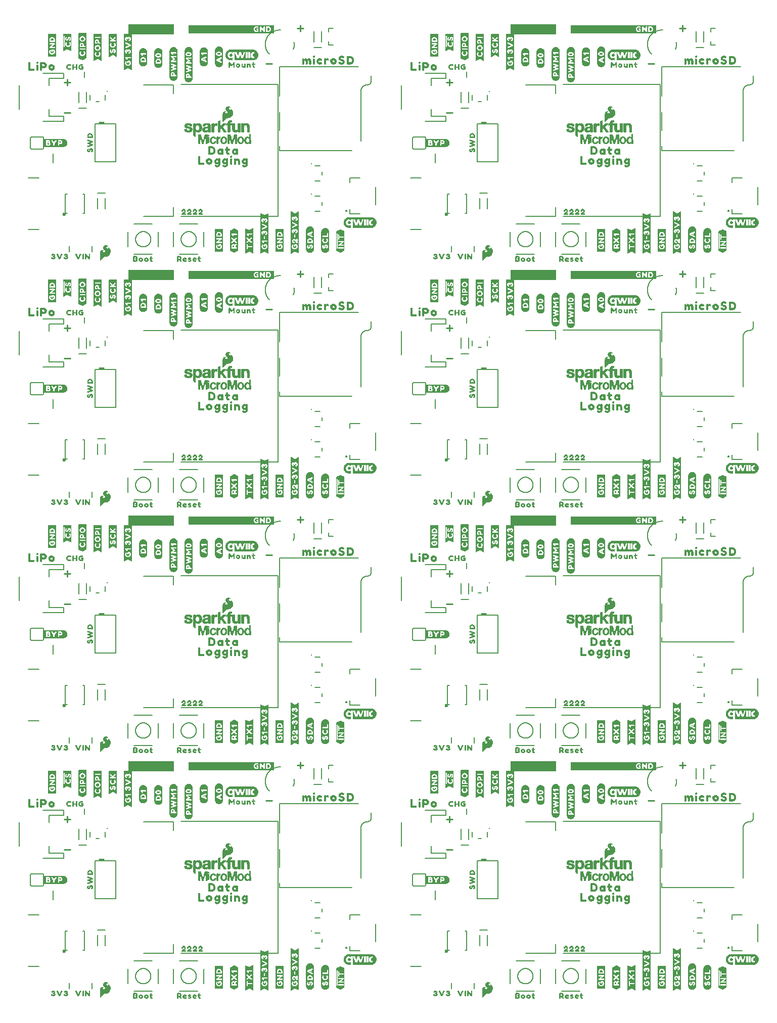
<source format=gto>
G04 EAGLE Gerber RS-274X export*
G75*
%MOMM*%
%FSLAX34Y34*%
%LPD*%
%INSilkscreen Top*%
%IPPOS*%
%AMOC8*
5,1,8,0,0,1.08239X$1,22.5*%
G01*
%ADD10R,7.683500X1.651000*%
%ADD11C,0.203200*%
%ADD12C,0.279400*%
%ADD13R,10.858500X1.397000*%
%ADD14C,0.600000*%
%ADD15C,0.152400*%
%ADD16C,0.254000*%
%ADD17C,0.127000*%
%ADD18C,0.254000*%

G36*
X1116773Y17837D02*
X1116773Y17837D01*
X1116819Y17850D01*
X1116814Y17868D01*
X1116829Y17880D01*
X1116829Y88280D01*
X1116793Y88327D01*
X1116786Y88322D01*
X1116780Y88329D01*
X1116280Y88329D01*
X1116267Y88320D01*
X1116258Y88324D01*
X1110268Y85329D01*
X1109691Y85329D01*
X1103602Y88324D01*
X1103578Y88320D01*
X1103568Y88328D01*
X1103168Y88228D01*
X1103131Y88181D01*
X1103132Y88181D01*
X1103131Y88180D01*
X1103131Y18080D01*
X1103163Y18037D01*
X1103164Y18033D01*
X1103464Y17933D01*
X1103490Y17942D01*
X1103502Y17936D01*
X1109595Y20933D01*
X1110173Y21029D01*
X1116258Y18036D01*
X1116261Y18036D01*
X1116262Y18034D01*
X1116762Y17834D01*
X1116765Y17835D01*
X1116767Y17833D01*
X1116773Y17837D01*
G37*
G36*
X476693Y840797D02*
X476693Y840797D01*
X476739Y840810D01*
X476734Y840828D01*
X476749Y840840D01*
X476749Y911240D01*
X476713Y911287D01*
X476706Y911282D01*
X476700Y911289D01*
X476200Y911289D01*
X476187Y911280D01*
X476178Y911284D01*
X470188Y908289D01*
X469611Y908289D01*
X463522Y911284D01*
X463498Y911280D01*
X463488Y911288D01*
X463088Y911188D01*
X463051Y911141D01*
X463052Y911141D01*
X463051Y911140D01*
X463051Y841040D01*
X463083Y840997D01*
X463084Y840993D01*
X463384Y840893D01*
X463410Y840902D01*
X463422Y840896D01*
X469515Y843893D01*
X470093Y843989D01*
X476178Y840996D01*
X476181Y840996D01*
X476182Y840994D01*
X476682Y840794D01*
X476685Y840795D01*
X476687Y840793D01*
X476693Y840797D01*
G37*
G36*
X1116773Y840797D02*
X1116773Y840797D01*
X1116819Y840810D01*
X1116814Y840828D01*
X1116829Y840840D01*
X1116829Y911240D01*
X1116793Y911287D01*
X1116786Y911282D01*
X1116780Y911289D01*
X1116280Y911289D01*
X1116267Y911280D01*
X1116258Y911284D01*
X1110268Y908289D01*
X1109691Y908289D01*
X1103602Y911284D01*
X1103578Y911280D01*
X1103568Y911288D01*
X1103168Y911188D01*
X1103131Y911141D01*
X1103132Y911141D01*
X1103131Y911140D01*
X1103131Y841040D01*
X1103163Y840997D01*
X1103164Y840993D01*
X1103464Y840893D01*
X1103490Y840902D01*
X1103502Y840896D01*
X1109595Y843893D01*
X1110173Y843989D01*
X1116258Y840996D01*
X1116261Y840996D01*
X1116262Y840994D01*
X1116762Y840794D01*
X1116765Y840795D01*
X1116767Y840793D01*
X1116773Y840797D01*
G37*
G36*
X476693Y429317D02*
X476693Y429317D01*
X476739Y429330D01*
X476734Y429348D01*
X476749Y429360D01*
X476749Y499760D01*
X476713Y499807D01*
X476706Y499802D01*
X476700Y499809D01*
X476200Y499809D01*
X476187Y499800D01*
X476178Y499804D01*
X470188Y496809D01*
X469611Y496809D01*
X463522Y499804D01*
X463498Y499800D01*
X463488Y499808D01*
X463088Y499708D01*
X463051Y499661D01*
X463052Y499661D01*
X463051Y499660D01*
X463051Y429560D01*
X463083Y429517D01*
X463084Y429513D01*
X463384Y429413D01*
X463410Y429422D01*
X463422Y429416D01*
X469515Y432413D01*
X470093Y432509D01*
X476178Y429516D01*
X476181Y429516D01*
X476182Y429514D01*
X476682Y429314D01*
X476685Y429315D01*
X476687Y429313D01*
X476693Y429317D01*
G37*
G36*
X1116773Y429317D02*
X1116773Y429317D01*
X1116819Y429330D01*
X1116814Y429348D01*
X1116829Y429360D01*
X1116829Y499760D01*
X1116793Y499807D01*
X1116786Y499802D01*
X1116780Y499809D01*
X1116280Y499809D01*
X1116267Y499800D01*
X1116258Y499804D01*
X1110268Y496809D01*
X1109691Y496809D01*
X1103602Y499804D01*
X1103578Y499800D01*
X1103568Y499808D01*
X1103168Y499708D01*
X1103131Y499661D01*
X1103132Y499661D01*
X1103131Y499660D01*
X1103131Y429560D01*
X1103163Y429517D01*
X1103164Y429513D01*
X1103464Y429413D01*
X1103490Y429422D01*
X1103502Y429416D01*
X1109595Y432413D01*
X1110173Y432509D01*
X1116258Y429516D01*
X1116261Y429516D01*
X1116262Y429514D01*
X1116762Y429314D01*
X1116765Y429315D01*
X1116767Y429313D01*
X1116773Y429317D01*
G37*
G36*
X476693Y1252277D02*
X476693Y1252277D01*
X476739Y1252290D01*
X476734Y1252308D01*
X476749Y1252320D01*
X476749Y1322720D01*
X476713Y1322767D01*
X476706Y1322762D01*
X476700Y1322769D01*
X476200Y1322769D01*
X476187Y1322760D01*
X476178Y1322764D01*
X470188Y1319769D01*
X469611Y1319769D01*
X463522Y1322764D01*
X463498Y1322760D01*
X463488Y1322768D01*
X463088Y1322668D01*
X463051Y1322621D01*
X463052Y1322621D01*
X463051Y1322620D01*
X463051Y1252520D01*
X463083Y1252477D01*
X463084Y1252473D01*
X463384Y1252373D01*
X463410Y1252382D01*
X463422Y1252376D01*
X469515Y1255373D01*
X470093Y1255469D01*
X476178Y1252476D01*
X476181Y1252476D01*
X476182Y1252474D01*
X476682Y1252274D01*
X476685Y1252275D01*
X476687Y1252273D01*
X476693Y1252277D01*
G37*
G36*
X1116773Y1252277D02*
X1116773Y1252277D01*
X1116819Y1252290D01*
X1116814Y1252308D01*
X1116829Y1252320D01*
X1116829Y1322720D01*
X1116793Y1322767D01*
X1116786Y1322762D01*
X1116780Y1322769D01*
X1116280Y1322769D01*
X1116267Y1322760D01*
X1116258Y1322764D01*
X1110268Y1319769D01*
X1109691Y1319769D01*
X1103602Y1322764D01*
X1103578Y1322760D01*
X1103568Y1322768D01*
X1103168Y1322668D01*
X1103131Y1322621D01*
X1103132Y1322621D01*
X1103131Y1322620D01*
X1103131Y1252520D01*
X1103163Y1252477D01*
X1103164Y1252473D01*
X1103464Y1252373D01*
X1103490Y1252382D01*
X1103502Y1252376D01*
X1109595Y1255373D01*
X1110173Y1255469D01*
X1116258Y1252476D01*
X1116261Y1252476D01*
X1116262Y1252474D01*
X1116762Y1252274D01*
X1116765Y1252275D01*
X1116767Y1252273D01*
X1116773Y1252277D01*
G37*
G36*
X476693Y17837D02*
X476693Y17837D01*
X476739Y17850D01*
X476734Y17868D01*
X476749Y17880D01*
X476749Y88280D01*
X476713Y88327D01*
X476706Y88322D01*
X476700Y88329D01*
X476200Y88329D01*
X476187Y88320D01*
X476178Y88324D01*
X470188Y85329D01*
X469611Y85329D01*
X463522Y88324D01*
X463498Y88320D01*
X463488Y88328D01*
X463088Y88228D01*
X463051Y88181D01*
X463052Y88181D01*
X463051Y88180D01*
X463051Y18080D01*
X463083Y18037D01*
X463084Y18033D01*
X463384Y17933D01*
X463410Y17942D01*
X463422Y17936D01*
X469515Y20933D01*
X470093Y21029D01*
X476178Y18036D01*
X476181Y18036D01*
X476182Y18034D01*
X476682Y17834D01*
X476685Y17835D01*
X476687Y17833D01*
X476693Y17837D01*
G37*
G36*
X425782Y1252177D02*
X425782Y1252177D01*
X425836Y1252187D01*
X425833Y1252204D01*
X425849Y1252212D01*
X425949Y1252812D01*
X425946Y1252817D01*
X425949Y1252820D01*
X425949Y1319820D01*
X425913Y1319867D01*
X425912Y1319867D01*
X425912Y1319868D01*
X425512Y1319968D01*
X425490Y1319958D01*
X425478Y1319964D01*
X419485Y1316968D01*
X418808Y1316871D01*
X412822Y1319864D01*
X412813Y1319862D01*
X412810Y1319868D01*
X412310Y1319968D01*
X412256Y1319942D01*
X412263Y1319929D01*
X412251Y1319920D01*
X412251Y1252720D01*
X412260Y1252707D01*
X412256Y1252698D01*
X412456Y1252298D01*
X412509Y1252272D01*
X412514Y1252280D01*
X412522Y1252276D01*
X418522Y1255276D01*
X419100Y1255565D01*
X425778Y1252176D01*
X425779Y1252176D01*
X425779Y1252175D01*
X425782Y1252177D01*
G37*
G36*
X425782Y840697D02*
X425782Y840697D01*
X425836Y840707D01*
X425833Y840724D01*
X425849Y840732D01*
X425949Y841332D01*
X425946Y841337D01*
X425949Y841340D01*
X425949Y908340D01*
X425913Y908387D01*
X425912Y908387D01*
X425912Y908388D01*
X425512Y908488D01*
X425490Y908478D01*
X425478Y908484D01*
X419485Y905488D01*
X418808Y905391D01*
X412822Y908384D01*
X412813Y908382D01*
X412810Y908388D01*
X412310Y908488D01*
X412256Y908462D01*
X412263Y908449D01*
X412251Y908440D01*
X412251Y841240D01*
X412260Y841227D01*
X412256Y841218D01*
X412456Y840818D01*
X412509Y840792D01*
X412514Y840800D01*
X412522Y840796D01*
X418522Y843796D01*
X419100Y844085D01*
X425778Y840696D01*
X425779Y840696D01*
X425779Y840695D01*
X425782Y840697D01*
G37*
G36*
X1065862Y840697D02*
X1065862Y840697D01*
X1065916Y840707D01*
X1065913Y840724D01*
X1065929Y840732D01*
X1066029Y841332D01*
X1066026Y841337D01*
X1066029Y841340D01*
X1066029Y908340D01*
X1065993Y908387D01*
X1065992Y908387D01*
X1065992Y908388D01*
X1065592Y908488D01*
X1065570Y908478D01*
X1065558Y908484D01*
X1059565Y905488D01*
X1058888Y905391D01*
X1052902Y908384D01*
X1052893Y908382D01*
X1052890Y908388D01*
X1052390Y908488D01*
X1052336Y908462D01*
X1052343Y908449D01*
X1052331Y908440D01*
X1052331Y841240D01*
X1052340Y841227D01*
X1052336Y841218D01*
X1052536Y840818D01*
X1052589Y840792D01*
X1052594Y840800D01*
X1052602Y840796D01*
X1058602Y843796D01*
X1059180Y844085D01*
X1065858Y840696D01*
X1065859Y840696D01*
X1065859Y840695D01*
X1065862Y840697D01*
G37*
G36*
X425782Y17737D02*
X425782Y17737D01*
X425836Y17747D01*
X425833Y17764D01*
X425849Y17772D01*
X425949Y18372D01*
X425946Y18377D01*
X425949Y18380D01*
X425949Y85380D01*
X425913Y85427D01*
X425912Y85427D01*
X425912Y85428D01*
X425512Y85528D01*
X425490Y85518D01*
X425478Y85524D01*
X419485Y82528D01*
X418808Y82431D01*
X412822Y85424D01*
X412813Y85422D01*
X412810Y85428D01*
X412310Y85528D01*
X412256Y85502D01*
X412263Y85489D01*
X412251Y85480D01*
X412251Y18280D01*
X412260Y18267D01*
X412256Y18258D01*
X412456Y17858D01*
X412509Y17832D01*
X412514Y17840D01*
X412522Y17836D01*
X418522Y20836D01*
X419100Y21125D01*
X425778Y17736D01*
X425779Y17736D01*
X425779Y17735D01*
X425782Y17737D01*
G37*
G36*
X1065862Y1252177D02*
X1065862Y1252177D01*
X1065916Y1252187D01*
X1065913Y1252204D01*
X1065929Y1252212D01*
X1066029Y1252812D01*
X1066026Y1252817D01*
X1066029Y1252820D01*
X1066029Y1319820D01*
X1065993Y1319867D01*
X1065992Y1319867D01*
X1065992Y1319868D01*
X1065592Y1319968D01*
X1065570Y1319958D01*
X1065558Y1319964D01*
X1059565Y1316968D01*
X1058888Y1316871D01*
X1052902Y1319864D01*
X1052893Y1319862D01*
X1052890Y1319868D01*
X1052390Y1319968D01*
X1052336Y1319942D01*
X1052343Y1319929D01*
X1052331Y1319920D01*
X1052331Y1252720D01*
X1052340Y1252707D01*
X1052336Y1252698D01*
X1052536Y1252298D01*
X1052589Y1252272D01*
X1052594Y1252280D01*
X1052602Y1252276D01*
X1058602Y1255276D01*
X1059180Y1255565D01*
X1065858Y1252176D01*
X1065859Y1252176D01*
X1065859Y1252175D01*
X1065862Y1252177D01*
G37*
G36*
X1065862Y429217D02*
X1065862Y429217D01*
X1065916Y429227D01*
X1065913Y429244D01*
X1065929Y429252D01*
X1066029Y429852D01*
X1066026Y429857D01*
X1066029Y429860D01*
X1066029Y496860D01*
X1065993Y496907D01*
X1065992Y496907D01*
X1065992Y496908D01*
X1065592Y497008D01*
X1065570Y496998D01*
X1065558Y497004D01*
X1059565Y494008D01*
X1058888Y493911D01*
X1052902Y496904D01*
X1052893Y496902D01*
X1052890Y496908D01*
X1052390Y497008D01*
X1052336Y496982D01*
X1052343Y496969D01*
X1052331Y496960D01*
X1052331Y429760D01*
X1052340Y429747D01*
X1052336Y429738D01*
X1052536Y429338D01*
X1052589Y429312D01*
X1052594Y429320D01*
X1052602Y429316D01*
X1058602Y432316D01*
X1059180Y432605D01*
X1065858Y429216D01*
X1065859Y429216D01*
X1065859Y429215D01*
X1065862Y429217D01*
G37*
G36*
X425782Y429217D02*
X425782Y429217D01*
X425836Y429227D01*
X425833Y429244D01*
X425849Y429252D01*
X425949Y429852D01*
X425946Y429857D01*
X425949Y429860D01*
X425949Y496860D01*
X425913Y496907D01*
X425912Y496907D01*
X425912Y496908D01*
X425512Y497008D01*
X425490Y496998D01*
X425478Y497004D01*
X419485Y494008D01*
X418808Y493911D01*
X412822Y496904D01*
X412813Y496902D01*
X412810Y496908D01*
X412310Y497008D01*
X412256Y496982D01*
X412263Y496969D01*
X412251Y496960D01*
X412251Y429760D01*
X412260Y429747D01*
X412256Y429738D01*
X412456Y429338D01*
X412509Y429312D01*
X412514Y429320D01*
X412522Y429316D01*
X418522Y432316D01*
X419100Y432605D01*
X425778Y429216D01*
X425779Y429216D01*
X425779Y429215D01*
X425782Y429217D01*
G37*
G36*
X1065862Y17737D02*
X1065862Y17737D01*
X1065916Y17747D01*
X1065913Y17764D01*
X1065929Y17772D01*
X1066029Y18372D01*
X1066026Y18377D01*
X1066029Y18380D01*
X1066029Y85380D01*
X1065993Y85427D01*
X1065992Y85427D01*
X1065992Y85428D01*
X1065592Y85528D01*
X1065570Y85518D01*
X1065558Y85524D01*
X1059565Y82528D01*
X1058888Y82431D01*
X1052902Y85424D01*
X1052893Y85422D01*
X1052890Y85428D01*
X1052390Y85528D01*
X1052336Y85502D01*
X1052343Y85489D01*
X1052331Y85480D01*
X1052331Y18280D01*
X1052340Y18267D01*
X1052336Y18258D01*
X1052536Y17858D01*
X1052589Y17832D01*
X1052594Y17840D01*
X1052602Y17836D01*
X1058602Y20836D01*
X1059180Y21125D01*
X1065858Y17736D01*
X1065859Y17736D01*
X1065859Y17735D01*
X1065862Y17737D01*
G37*
G36*
X823887Y1559524D02*
X823887Y1559524D01*
X823902Y1559516D01*
X830580Y1562905D01*
X837258Y1559616D01*
X837317Y1559627D01*
X837314Y1559642D01*
X837328Y1559648D01*
X837428Y1560048D01*
X837424Y1560056D01*
X837429Y1560060D01*
X837429Y1620360D01*
X837393Y1620407D01*
X837390Y1620405D01*
X837388Y1620409D01*
X836788Y1620509D01*
X836783Y1620506D01*
X836780Y1620509D01*
X823880Y1620509D01*
X823833Y1620473D01*
X823835Y1620470D01*
X823831Y1620468D01*
X823731Y1619868D01*
X823734Y1619863D01*
X823731Y1619860D01*
X823731Y1560160D01*
X823734Y1560155D01*
X823731Y1560152D01*
X823831Y1559552D01*
X823832Y1559551D01*
X823832Y1559550D01*
X823834Y1559549D01*
X823875Y1559511D01*
X823887Y1559524D01*
G37*
G36*
X183807Y325084D02*
X183807Y325084D01*
X183822Y325076D01*
X190500Y328465D01*
X197178Y325176D01*
X197237Y325187D01*
X197234Y325202D01*
X197248Y325208D01*
X197348Y325608D01*
X197344Y325616D01*
X197349Y325620D01*
X197349Y385920D01*
X197313Y385967D01*
X197310Y385965D01*
X197308Y385969D01*
X196708Y386069D01*
X196703Y386066D01*
X196700Y386069D01*
X183800Y386069D01*
X183753Y386033D01*
X183755Y386030D01*
X183751Y386028D01*
X183651Y385428D01*
X183654Y385423D01*
X183651Y385420D01*
X183651Y325720D01*
X183654Y325715D01*
X183651Y325712D01*
X183751Y325112D01*
X183752Y325111D01*
X183752Y325110D01*
X183754Y325109D01*
X183795Y325071D01*
X183807Y325084D01*
G37*
G36*
X823887Y325084D02*
X823887Y325084D01*
X823902Y325076D01*
X830580Y328465D01*
X837258Y325176D01*
X837317Y325187D01*
X837314Y325202D01*
X837328Y325208D01*
X837428Y325608D01*
X837424Y325616D01*
X837429Y325620D01*
X837429Y385920D01*
X837393Y385967D01*
X837390Y385965D01*
X837388Y385969D01*
X836788Y386069D01*
X836783Y386066D01*
X836780Y386069D01*
X823880Y386069D01*
X823833Y386033D01*
X823835Y386030D01*
X823831Y386028D01*
X823731Y385428D01*
X823734Y385423D01*
X823731Y385420D01*
X823731Y325720D01*
X823734Y325715D01*
X823731Y325712D01*
X823831Y325112D01*
X823832Y325111D01*
X823832Y325110D01*
X823834Y325109D01*
X823875Y325071D01*
X823887Y325084D01*
G37*
G36*
X823887Y736564D02*
X823887Y736564D01*
X823902Y736556D01*
X830580Y739945D01*
X837258Y736656D01*
X837317Y736667D01*
X837314Y736682D01*
X837328Y736688D01*
X837428Y737088D01*
X837424Y737096D01*
X837429Y737100D01*
X837429Y797400D01*
X837393Y797447D01*
X837390Y797445D01*
X837388Y797449D01*
X836788Y797549D01*
X836783Y797546D01*
X836780Y797549D01*
X823880Y797549D01*
X823833Y797513D01*
X823835Y797510D01*
X823831Y797508D01*
X823731Y796908D01*
X823734Y796903D01*
X823731Y796900D01*
X823731Y737200D01*
X823734Y737195D01*
X823731Y737192D01*
X823831Y736592D01*
X823832Y736591D01*
X823832Y736590D01*
X823834Y736589D01*
X823875Y736551D01*
X823887Y736564D01*
G37*
G36*
X183807Y736564D02*
X183807Y736564D01*
X183822Y736556D01*
X190500Y739945D01*
X197178Y736656D01*
X197237Y736667D01*
X197234Y736682D01*
X197248Y736688D01*
X197348Y737088D01*
X197344Y737096D01*
X197349Y737100D01*
X197349Y797400D01*
X197313Y797447D01*
X197310Y797445D01*
X197308Y797449D01*
X196708Y797549D01*
X196703Y797546D01*
X196700Y797549D01*
X183800Y797549D01*
X183753Y797513D01*
X183755Y797510D01*
X183751Y797508D01*
X183651Y796908D01*
X183654Y796903D01*
X183651Y796900D01*
X183651Y737200D01*
X183654Y737195D01*
X183651Y737192D01*
X183751Y736592D01*
X183752Y736591D01*
X183752Y736590D01*
X183754Y736589D01*
X183795Y736551D01*
X183807Y736564D01*
G37*
G36*
X183807Y1559524D02*
X183807Y1559524D01*
X183822Y1559516D01*
X190500Y1562905D01*
X197178Y1559616D01*
X197237Y1559627D01*
X197234Y1559642D01*
X197248Y1559648D01*
X197348Y1560048D01*
X197344Y1560056D01*
X197349Y1560060D01*
X197349Y1620360D01*
X197313Y1620407D01*
X197310Y1620405D01*
X197308Y1620409D01*
X196708Y1620509D01*
X196703Y1620506D01*
X196700Y1620509D01*
X183800Y1620509D01*
X183753Y1620473D01*
X183755Y1620470D01*
X183751Y1620468D01*
X183651Y1619868D01*
X183654Y1619863D01*
X183651Y1619860D01*
X183651Y1560160D01*
X183654Y1560155D01*
X183651Y1560152D01*
X183751Y1559552D01*
X183752Y1559551D01*
X183752Y1559550D01*
X183754Y1559549D01*
X183795Y1559511D01*
X183807Y1559524D01*
G37*
G36*
X183807Y1148044D02*
X183807Y1148044D01*
X183822Y1148036D01*
X190500Y1151425D01*
X197178Y1148136D01*
X197237Y1148147D01*
X197234Y1148162D01*
X197248Y1148168D01*
X197348Y1148568D01*
X197344Y1148576D01*
X197349Y1148580D01*
X197349Y1208880D01*
X197313Y1208927D01*
X197310Y1208925D01*
X197308Y1208929D01*
X196708Y1209029D01*
X196703Y1209026D01*
X196700Y1209029D01*
X183800Y1209029D01*
X183753Y1208993D01*
X183755Y1208990D01*
X183751Y1208988D01*
X183651Y1208388D01*
X183654Y1208383D01*
X183651Y1208380D01*
X183651Y1148680D01*
X183654Y1148675D01*
X183651Y1148672D01*
X183751Y1148072D01*
X183752Y1148071D01*
X183752Y1148070D01*
X183754Y1148069D01*
X183795Y1148031D01*
X183807Y1148044D01*
G37*
G36*
X823887Y1148044D02*
X823887Y1148044D01*
X823902Y1148036D01*
X830580Y1151425D01*
X837258Y1148136D01*
X837317Y1148147D01*
X837314Y1148162D01*
X837328Y1148168D01*
X837428Y1148568D01*
X837424Y1148576D01*
X837429Y1148580D01*
X837429Y1208880D01*
X837393Y1208927D01*
X837390Y1208925D01*
X837388Y1208929D01*
X836788Y1209029D01*
X836783Y1209026D01*
X836780Y1209029D01*
X823880Y1209029D01*
X823833Y1208993D01*
X823835Y1208990D01*
X823831Y1208988D01*
X823731Y1208388D01*
X823734Y1208383D01*
X823731Y1208380D01*
X823731Y1148680D01*
X823734Y1148675D01*
X823731Y1148672D01*
X823831Y1148072D01*
X823832Y1148071D01*
X823832Y1148070D01*
X823834Y1148069D01*
X823875Y1148031D01*
X823887Y1148044D01*
G37*
G36*
X1005283Y1575957D02*
X1005283Y1575957D01*
X1005304Y1575960D01*
X1005313Y1575977D01*
X1005322Y1575983D01*
X1005320Y1575992D01*
X1005327Y1576006D01*
X1005343Y1576393D01*
X1005342Y1576394D01*
X1005343Y1576395D01*
X1005343Y1580630D01*
X1005343Y1580631D01*
X1005333Y1581024D01*
X1005326Y1581035D01*
X1005328Y1581048D01*
X1005308Y1581061D01*
X1005295Y1581081D01*
X1005282Y1581078D01*
X1005271Y1581086D01*
X1005237Y1581071D01*
X1005228Y1581069D01*
X1005227Y1581066D01*
X1005224Y1581065D01*
X1004793Y1580579D01*
X1004390Y1580252D01*
X1003943Y1579989D01*
X1003458Y1579804D01*
X1002951Y1579687D01*
X1002433Y1579634D01*
X1001912Y1579655D01*
X1001391Y1579704D01*
X1000884Y1579823D01*
X1000385Y1579975D01*
X999922Y1580213D01*
X999472Y1580474D01*
X999084Y1580822D01*
X998719Y1581192D01*
X998414Y1581615D01*
X998153Y1582065D01*
X997937Y1582541D01*
X997777Y1583037D01*
X997651Y1583546D01*
X997578Y1584063D01*
X997538Y1584586D01*
X997533Y1585110D01*
X997573Y1585633D01*
X997640Y1586151D01*
X997766Y1586660D01*
X997923Y1587157D01*
X998140Y1587632D01*
X998402Y1588081D01*
X998709Y1588502D01*
X999077Y1588870D01*
X999466Y1589216D01*
X999921Y1589469D01*
X1000389Y1589696D01*
X1000888Y1589848D01*
X1001398Y1589953D01*
X1001919Y1590001D01*
X1002440Y1590010D01*
X1002958Y1589951D01*
X1003463Y1589827D01*
X1003946Y1589636D01*
X1004393Y1589372D01*
X1004797Y1589050D01*
X1005227Y1588502D01*
X1005242Y1588497D01*
X1005250Y1588484D01*
X1005272Y1588487D01*
X1005292Y1588480D01*
X1005302Y1588491D01*
X1005318Y1588493D01*
X1005330Y1588521D01*
X1005338Y1588529D01*
X1005337Y1588535D01*
X1005340Y1588540D01*
X1005343Y1589040D01*
X1005343Y1589569D01*
X1005346Y1589911D01*
X1008581Y1589911D01*
X1008582Y1589911D01*
X1008599Y1589911D01*
X1008599Y1576293D01*
X1008600Y1576291D01*
X1008600Y1576289D01*
X1008616Y1576005D01*
X1008629Y1575988D01*
X1008632Y1575967D01*
X1008650Y1575959D01*
X1008657Y1575950D01*
X1008666Y1575952D01*
X1008679Y1575946D01*
X1039607Y1575946D01*
X1039610Y1575948D01*
X1039613Y1575946D01*
X1041194Y1576097D01*
X1041196Y1576099D01*
X1041199Y1576098D01*
X1041717Y1576195D01*
X1041720Y1576198D01*
X1041724Y1576197D01*
X1043236Y1576679D01*
X1043240Y1576683D01*
X1043247Y1576684D01*
X1044643Y1577441D01*
X1044645Y1577446D01*
X1044652Y1577448D01*
X1045885Y1578447D01*
X1045886Y1578450D01*
X1045891Y1578452D01*
X1046254Y1578834D01*
X1046255Y1578836D01*
X1046257Y1578837D01*
X1046931Y1579654D01*
X1046931Y1579656D01*
X1046934Y1579658D01*
X1047237Y1580089D01*
X1047237Y1580092D01*
X1047241Y1580095D01*
X1047985Y1581497D01*
X1047985Y1581502D01*
X1047986Y1581503D01*
X1047988Y1581505D01*
X1047988Y1581506D01*
X1047990Y1581507D01*
X1048460Y1583024D01*
X1048459Y1583029D01*
X1048463Y1583034D01*
X1048533Y1583557D01*
X1048533Y1583558D01*
X1048533Y1583559D01*
X1048639Y1584613D01*
X1048638Y1584615D01*
X1048640Y1584618D01*
X1048648Y1585145D01*
X1048646Y1585147D01*
X1048648Y1585152D01*
X1048488Y1586732D01*
X1048484Y1586736D01*
X1048485Y1586744D01*
X1048014Y1588260D01*
X1048011Y1588263D01*
X1048011Y1588268D01*
X1047788Y1588746D01*
X1047786Y1588747D01*
X1047786Y1588749D01*
X1047281Y1589680D01*
X1047279Y1589681D01*
X1047278Y1589684D01*
X1046988Y1590124D01*
X1046986Y1590125D01*
X1046984Y1590130D01*
X1046311Y1590946D01*
X1046309Y1590946D01*
X1046309Y1590948D01*
X1046276Y1590984D01*
X1046220Y1591047D01*
X1046164Y1591110D01*
X1046108Y1591173D01*
X1046052Y1591235D01*
X1045996Y1591298D01*
X1045957Y1591341D01*
X1045953Y1591342D01*
X1045950Y1591348D01*
X1044725Y1592358D01*
X1044720Y1592359D01*
X1044715Y1592365D01*
X1043321Y1593124D01*
X1043317Y1593124D01*
X1043313Y1593128D01*
X1042818Y1593311D01*
X1042817Y1593311D01*
X1042815Y1593312D01*
X1041804Y1593626D01*
X1041802Y1593626D01*
X1041799Y1593628D01*
X1041285Y1593742D01*
X1041282Y1593740D01*
X1041278Y1593743D01*
X1040224Y1593849D01*
X1039699Y1593902D01*
X1039696Y1593901D01*
X1039692Y1593902D01*
X1002641Y1593902D01*
X1002639Y1593901D01*
X1002635Y1593902D01*
X1001055Y1593754D01*
X1001053Y1593753D01*
X1001050Y1593754D01*
X1000531Y1593663D01*
X1000528Y1593660D01*
X1000523Y1593661D01*
X999008Y1593185D01*
X999005Y1593181D01*
X998997Y1593180D01*
X997602Y1592423D01*
X997600Y1592419D01*
X997594Y1592417D01*
X997174Y1592097D01*
X997174Y1592096D01*
X997172Y1592096D01*
X996356Y1591422D01*
X996355Y1591419D01*
X996351Y1591418D01*
X995983Y1591040D01*
X995982Y1591038D01*
X995979Y1591036D01*
X995306Y1590220D01*
X995305Y1590218D01*
X995303Y1590216D01*
X994995Y1589789D01*
X994994Y1589785D01*
X994990Y1589782D01*
X994240Y1588383D01*
X994241Y1588378D01*
X994236Y1588372D01*
X993765Y1586856D01*
X993766Y1586851D01*
X993763Y1586846D01*
X993686Y1586324D01*
X993687Y1586323D01*
X993686Y1586321D01*
X993579Y1585268D01*
X993580Y1585266D01*
X993579Y1585264D01*
X993564Y1584737D01*
X993566Y1584734D01*
X993564Y1584729D01*
X993724Y1583149D01*
X993727Y1583145D01*
X993726Y1583137D01*
X994191Y1581619D01*
X994194Y1581617D01*
X994194Y1581612D01*
X994412Y1581132D01*
X994414Y1581131D01*
X994414Y1581128D01*
X994919Y1580198D01*
X994921Y1580196D01*
X994921Y1580194D01*
X995206Y1579750D01*
X995209Y1579748D01*
X995211Y1579744D01*
X995220Y1579732D01*
X995273Y1579670D01*
X995326Y1579607D01*
X995484Y1579419D01*
X995537Y1579356D01*
X995590Y1579293D01*
X995642Y1579230D01*
X995695Y1579168D01*
X995748Y1579105D01*
X995906Y1578917D01*
X995959Y1578854D01*
X996012Y1578791D01*
X996065Y1578728D01*
X996117Y1578666D01*
X996232Y1578529D01*
X996237Y1578528D01*
X996240Y1578521D01*
X997465Y1577511D01*
X997470Y1577510D01*
X997475Y1577504D01*
X998865Y1576740D01*
X998869Y1576740D01*
X998873Y1576736D01*
X999365Y1576547D01*
X999367Y1576547D01*
X999369Y1576545D01*
X1000380Y1576232D01*
X1000382Y1576232D01*
X1000384Y1576230D01*
X1000897Y1576110D01*
X1000901Y1576111D01*
X1000905Y1576109D01*
X1002485Y1575949D01*
X1002488Y1575951D01*
X1002491Y1575949D01*
X1005265Y1575946D01*
X1005283Y1575957D01*
G37*
G36*
X563323Y883807D02*
X563323Y883807D01*
X563344Y883810D01*
X563353Y883827D01*
X563362Y883833D01*
X563360Y883842D01*
X563367Y883856D01*
X563383Y884243D01*
X563382Y884244D01*
X563383Y884245D01*
X563383Y888480D01*
X563383Y888481D01*
X563373Y888874D01*
X563366Y888885D01*
X563368Y888898D01*
X563348Y888911D01*
X563335Y888931D01*
X563322Y888928D01*
X563311Y888936D01*
X563277Y888921D01*
X563268Y888919D01*
X563267Y888916D01*
X563264Y888915D01*
X562833Y888429D01*
X562430Y888102D01*
X561983Y887839D01*
X561498Y887654D01*
X560991Y887537D01*
X560473Y887484D01*
X559952Y887505D01*
X559431Y887554D01*
X558924Y887673D01*
X558425Y887825D01*
X557962Y888063D01*
X557512Y888324D01*
X557124Y888672D01*
X556759Y889042D01*
X556454Y889465D01*
X556193Y889915D01*
X555977Y890391D01*
X555817Y890887D01*
X555691Y891396D01*
X555618Y891913D01*
X555578Y892436D01*
X555573Y892960D01*
X555613Y893483D01*
X555680Y894001D01*
X555806Y894510D01*
X555963Y895007D01*
X556180Y895482D01*
X556442Y895931D01*
X556749Y896352D01*
X557117Y896720D01*
X557506Y897066D01*
X557961Y897319D01*
X558429Y897546D01*
X558928Y897698D01*
X559438Y897803D01*
X559959Y897851D01*
X560480Y897860D01*
X560998Y897801D01*
X561503Y897677D01*
X561986Y897486D01*
X562433Y897222D01*
X562837Y896900D01*
X563267Y896352D01*
X563282Y896347D01*
X563290Y896334D01*
X563312Y896337D01*
X563332Y896330D01*
X563342Y896341D01*
X563358Y896343D01*
X563370Y896371D01*
X563378Y896379D01*
X563377Y896385D01*
X563380Y896390D01*
X563383Y896890D01*
X563383Y897419D01*
X563386Y897761D01*
X566621Y897761D01*
X566622Y897761D01*
X566639Y897761D01*
X566639Y884143D01*
X566640Y884141D01*
X566640Y884139D01*
X566656Y883855D01*
X566669Y883838D01*
X566672Y883817D01*
X566690Y883809D01*
X566697Y883800D01*
X566706Y883802D01*
X566719Y883796D01*
X597647Y883796D01*
X597650Y883798D01*
X597653Y883796D01*
X599234Y883947D01*
X599236Y883949D01*
X599239Y883948D01*
X599757Y884045D01*
X599760Y884048D01*
X599764Y884047D01*
X601276Y884529D01*
X601280Y884533D01*
X601287Y884534D01*
X602683Y885291D01*
X602685Y885296D01*
X602692Y885298D01*
X603925Y886297D01*
X603926Y886300D01*
X603931Y886302D01*
X604294Y886684D01*
X604295Y886686D01*
X604297Y886687D01*
X604971Y887504D01*
X604971Y887506D01*
X604974Y887508D01*
X605277Y887939D01*
X605277Y887942D01*
X605281Y887945D01*
X606025Y889347D01*
X606025Y889352D01*
X606026Y889353D01*
X606028Y889355D01*
X606028Y889356D01*
X606030Y889357D01*
X606500Y890874D01*
X606499Y890879D01*
X606503Y890884D01*
X606573Y891407D01*
X606573Y891408D01*
X606573Y891409D01*
X606679Y892463D01*
X606678Y892465D01*
X606680Y892468D01*
X606688Y892995D01*
X606686Y892997D01*
X606688Y893002D01*
X606528Y894582D01*
X606524Y894586D01*
X606525Y894594D01*
X606054Y896110D01*
X606051Y896113D01*
X606051Y896118D01*
X605828Y896596D01*
X605826Y896597D01*
X605826Y896599D01*
X605321Y897530D01*
X605319Y897531D01*
X605318Y897534D01*
X605028Y897974D01*
X605026Y897975D01*
X605024Y897980D01*
X604351Y898796D01*
X604349Y898796D01*
X604349Y898798D01*
X604316Y898834D01*
X604260Y898897D01*
X604204Y898960D01*
X604148Y899023D01*
X604092Y899085D01*
X604036Y899148D01*
X603997Y899191D01*
X603993Y899192D01*
X603990Y899198D01*
X602765Y900208D01*
X602760Y900209D01*
X602755Y900215D01*
X601361Y900974D01*
X601357Y900974D01*
X601353Y900978D01*
X600858Y901161D01*
X600857Y901161D01*
X600855Y901162D01*
X599844Y901476D01*
X599842Y901476D01*
X599839Y901478D01*
X599325Y901592D01*
X599322Y901590D01*
X599318Y901593D01*
X598264Y901699D01*
X597739Y901752D01*
X597736Y901751D01*
X597732Y901752D01*
X560681Y901752D01*
X560679Y901751D01*
X560675Y901752D01*
X559095Y901604D01*
X559093Y901603D01*
X559090Y901604D01*
X558571Y901513D01*
X558568Y901510D01*
X558563Y901511D01*
X557048Y901035D01*
X557045Y901031D01*
X557037Y901030D01*
X555642Y900273D01*
X555640Y900269D01*
X555634Y900267D01*
X555214Y899947D01*
X555214Y899946D01*
X555212Y899946D01*
X554396Y899272D01*
X554395Y899269D01*
X554391Y899268D01*
X554023Y898890D01*
X554022Y898888D01*
X554019Y898886D01*
X553346Y898070D01*
X553345Y898068D01*
X553343Y898066D01*
X553035Y897639D01*
X553034Y897635D01*
X553030Y897632D01*
X552280Y896233D01*
X552281Y896228D01*
X552276Y896222D01*
X551805Y894706D01*
X551806Y894701D01*
X551803Y894696D01*
X551726Y894174D01*
X551727Y894173D01*
X551726Y894171D01*
X551619Y893118D01*
X551620Y893116D01*
X551619Y893114D01*
X551604Y892587D01*
X551606Y892584D01*
X551604Y892579D01*
X551764Y890999D01*
X551767Y890995D01*
X551766Y890987D01*
X552231Y889469D01*
X552234Y889467D01*
X552234Y889462D01*
X552452Y888982D01*
X552454Y888981D01*
X552454Y888978D01*
X552959Y888048D01*
X552961Y888046D01*
X552961Y888044D01*
X553246Y887600D01*
X553249Y887598D01*
X553251Y887594D01*
X553260Y887582D01*
X553313Y887520D01*
X553366Y887457D01*
X553524Y887269D01*
X553577Y887206D01*
X553630Y887143D01*
X553682Y887080D01*
X553735Y887018D01*
X553788Y886955D01*
X553946Y886767D01*
X553999Y886704D01*
X554052Y886641D01*
X554105Y886578D01*
X554157Y886516D01*
X554272Y886379D01*
X554277Y886378D01*
X554280Y886371D01*
X555505Y885361D01*
X555510Y885360D01*
X555515Y885354D01*
X556905Y884590D01*
X556909Y884590D01*
X556913Y884586D01*
X557405Y884397D01*
X557407Y884397D01*
X557409Y884395D01*
X558420Y884082D01*
X558422Y884082D01*
X558424Y884080D01*
X558937Y883960D01*
X558941Y883961D01*
X558945Y883959D01*
X560525Y883799D01*
X560528Y883801D01*
X560531Y883799D01*
X563305Y883796D01*
X563323Y883807D01*
G37*
G36*
X365203Y1575957D02*
X365203Y1575957D01*
X365224Y1575960D01*
X365233Y1575977D01*
X365242Y1575983D01*
X365240Y1575992D01*
X365247Y1576006D01*
X365263Y1576393D01*
X365262Y1576394D01*
X365263Y1576395D01*
X365263Y1580630D01*
X365263Y1580631D01*
X365253Y1581024D01*
X365246Y1581035D01*
X365248Y1581048D01*
X365228Y1581061D01*
X365215Y1581081D01*
X365202Y1581078D01*
X365191Y1581086D01*
X365157Y1581071D01*
X365148Y1581069D01*
X365147Y1581066D01*
X365144Y1581065D01*
X364713Y1580579D01*
X364310Y1580252D01*
X363863Y1579989D01*
X363378Y1579804D01*
X362871Y1579687D01*
X362353Y1579634D01*
X361832Y1579655D01*
X361311Y1579704D01*
X360804Y1579823D01*
X360305Y1579975D01*
X359842Y1580213D01*
X359392Y1580474D01*
X359004Y1580822D01*
X358639Y1581192D01*
X358334Y1581615D01*
X358073Y1582065D01*
X357857Y1582541D01*
X357697Y1583037D01*
X357571Y1583546D01*
X357498Y1584063D01*
X357458Y1584586D01*
X357453Y1585110D01*
X357493Y1585633D01*
X357560Y1586151D01*
X357686Y1586660D01*
X357843Y1587157D01*
X358060Y1587632D01*
X358322Y1588081D01*
X358629Y1588502D01*
X358997Y1588870D01*
X359386Y1589216D01*
X359841Y1589469D01*
X360309Y1589696D01*
X360808Y1589848D01*
X361318Y1589953D01*
X361839Y1590001D01*
X362360Y1590010D01*
X362878Y1589951D01*
X363383Y1589827D01*
X363866Y1589636D01*
X364313Y1589372D01*
X364717Y1589050D01*
X365147Y1588502D01*
X365162Y1588497D01*
X365170Y1588484D01*
X365192Y1588487D01*
X365212Y1588480D01*
X365222Y1588491D01*
X365238Y1588493D01*
X365250Y1588521D01*
X365258Y1588529D01*
X365257Y1588535D01*
X365260Y1588540D01*
X365263Y1589040D01*
X365263Y1589569D01*
X365266Y1589911D01*
X368501Y1589911D01*
X368502Y1589911D01*
X368519Y1589911D01*
X368519Y1576293D01*
X368520Y1576291D01*
X368520Y1576289D01*
X368536Y1576005D01*
X368549Y1575988D01*
X368552Y1575967D01*
X368570Y1575959D01*
X368577Y1575950D01*
X368586Y1575952D01*
X368599Y1575946D01*
X399527Y1575946D01*
X399530Y1575948D01*
X399533Y1575946D01*
X401114Y1576097D01*
X401116Y1576099D01*
X401119Y1576098D01*
X401637Y1576195D01*
X401640Y1576198D01*
X401644Y1576197D01*
X403156Y1576679D01*
X403160Y1576683D01*
X403167Y1576684D01*
X404563Y1577441D01*
X404565Y1577446D01*
X404572Y1577448D01*
X405805Y1578447D01*
X405806Y1578450D01*
X405811Y1578452D01*
X406174Y1578834D01*
X406175Y1578836D01*
X406177Y1578837D01*
X406851Y1579654D01*
X406851Y1579656D01*
X406854Y1579658D01*
X407157Y1580089D01*
X407157Y1580092D01*
X407161Y1580095D01*
X407905Y1581497D01*
X407905Y1581502D01*
X407906Y1581503D01*
X407908Y1581505D01*
X407908Y1581506D01*
X407910Y1581507D01*
X408380Y1583024D01*
X408379Y1583029D01*
X408383Y1583034D01*
X408453Y1583557D01*
X408453Y1583558D01*
X408453Y1583559D01*
X408559Y1584613D01*
X408558Y1584615D01*
X408560Y1584618D01*
X408568Y1585145D01*
X408566Y1585147D01*
X408568Y1585152D01*
X408408Y1586732D01*
X408404Y1586736D01*
X408405Y1586744D01*
X407934Y1588260D01*
X407931Y1588263D01*
X407931Y1588268D01*
X407708Y1588746D01*
X407706Y1588747D01*
X407706Y1588749D01*
X407201Y1589680D01*
X407199Y1589681D01*
X407198Y1589684D01*
X406908Y1590124D01*
X406906Y1590125D01*
X406904Y1590130D01*
X406231Y1590946D01*
X406229Y1590946D01*
X406229Y1590948D01*
X406196Y1590984D01*
X406140Y1591047D01*
X406084Y1591110D01*
X406028Y1591173D01*
X405972Y1591235D01*
X405916Y1591298D01*
X405877Y1591341D01*
X405873Y1591342D01*
X405870Y1591348D01*
X404645Y1592358D01*
X404640Y1592359D01*
X404635Y1592365D01*
X403241Y1593124D01*
X403237Y1593124D01*
X403233Y1593128D01*
X402738Y1593311D01*
X402737Y1593311D01*
X402735Y1593312D01*
X401724Y1593626D01*
X401722Y1593626D01*
X401719Y1593628D01*
X401205Y1593742D01*
X401202Y1593740D01*
X401198Y1593743D01*
X400144Y1593849D01*
X399619Y1593902D01*
X399616Y1593901D01*
X399612Y1593902D01*
X362561Y1593902D01*
X362559Y1593901D01*
X362555Y1593902D01*
X360975Y1593754D01*
X360973Y1593753D01*
X360970Y1593754D01*
X360451Y1593663D01*
X360448Y1593660D01*
X360443Y1593661D01*
X358928Y1593185D01*
X358925Y1593181D01*
X358917Y1593180D01*
X357522Y1592423D01*
X357520Y1592419D01*
X357514Y1592417D01*
X357094Y1592097D01*
X357094Y1592096D01*
X357092Y1592096D01*
X356276Y1591422D01*
X356275Y1591419D01*
X356271Y1591418D01*
X355903Y1591040D01*
X355902Y1591038D01*
X355899Y1591036D01*
X355226Y1590220D01*
X355225Y1590218D01*
X355223Y1590216D01*
X354915Y1589789D01*
X354914Y1589785D01*
X354910Y1589782D01*
X354160Y1588383D01*
X354161Y1588378D01*
X354156Y1588372D01*
X353685Y1586856D01*
X353686Y1586851D01*
X353683Y1586846D01*
X353606Y1586324D01*
X353607Y1586323D01*
X353606Y1586321D01*
X353499Y1585268D01*
X353500Y1585266D01*
X353499Y1585264D01*
X353484Y1584737D01*
X353486Y1584734D01*
X353484Y1584729D01*
X353644Y1583149D01*
X353647Y1583145D01*
X353646Y1583137D01*
X354111Y1581619D01*
X354114Y1581617D01*
X354114Y1581612D01*
X354332Y1581132D01*
X354334Y1581131D01*
X354334Y1581128D01*
X354839Y1580198D01*
X354841Y1580196D01*
X354841Y1580194D01*
X355126Y1579750D01*
X355129Y1579748D01*
X355131Y1579744D01*
X355140Y1579732D01*
X355193Y1579670D01*
X355246Y1579607D01*
X355404Y1579419D01*
X355457Y1579356D01*
X355510Y1579293D01*
X355562Y1579230D01*
X355615Y1579168D01*
X355668Y1579105D01*
X355826Y1578917D01*
X355879Y1578854D01*
X355932Y1578791D01*
X355985Y1578728D01*
X356037Y1578666D01*
X356152Y1578529D01*
X356157Y1578528D01*
X356160Y1578521D01*
X357385Y1577511D01*
X357390Y1577510D01*
X357395Y1577504D01*
X358785Y1576740D01*
X358789Y1576740D01*
X358793Y1576736D01*
X359285Y1576547D01*
X359287Y1576547D01*
X359289Y1576545D01*
X360300Y1576232D01*
X360302Y1576232D01*
X360304Y1576230D01*
X360817Y1576110D01*
X360821Y1576111D01*
X360825Y1576109D01*
X362405Y1575949D01*
X362408Y1575951D01*
X362411Y1575949D01*
X365185Y1575946D01*
X365203Y1575957D01*
G37*
G36*
X365203Y752997D02*
X365203Y752997D01*
X365224Y753000D01*
X365233Y753017D01*
X365242Y753023D01*
X365240Y753032D01*
X365247Y753046D01*
X365263Y753433D01*
X365262Y753434D01*
X365263Y753435D01*
X365263Y757670D01*
X365263Y757671D01*
X365253Y758064D01*
X365246Y758075D01*
X365248Y758088D01*
X365228Y758101D01*
X365215Y758121D01*
X365202Y758118D01*
X365191Y758126D01*
X365157Y758111D01*
X365148Y758109D01*
X365147Y758106D01*
X365144Y758105D01*
X364713Y757619D01*
X364310Y757292D01*
X363863Y757029D01*
X363378Y756844D01*
X362871Y756727D01*
X362353Y756674D01*
X361832Y756695D01*
X361311Y756744D01*
X360804Y756863D01*
X360305Y757015D01*
X359842Y757253D01*
X359392Y757514D01*
X359004Y757862D01*
X358639Y758232D01*
X358334Y758655D01*
X358073Y759105D01*
X357857Y759581D01*
X357697Y760077D01*
X357571Y760586D01*
X357498Y761103D01*
X357458Y761626D01*
X357453Y762150D01*
X357493Y762673D01*
X357560Y763191D01*
X357686Y763700D01*
X357843Y764197D01*
X358060Y764672D01*
X358322Y765121D01*
X358629Y765542D01*
X358997Y765910D01*
X359386Y766256D01*
X359841Y766509D01*
X360309Y766736D01*
X360808Y766888D01*
X361318Y766993D01*
X361839Y767041D01*
X362360Y767050D01*
X362878Y766991D01*
X363383Y766867D01*
X363866Y766676D01*
X364313Y766412D01*
X364717Y766090D01*
X365147Y765542D01*
X365162Y765537D01*
X365170Y765524D01*
X365192Y765527D01*
X365212Y765520D01*
X365222Y765531D01*
X365238Y765533D01*
X365250Y765561D01*
X365258Y765569D01*
X365257Y765575D01*
X365260Y765580D01*
X365263Y766080D01*
X365263Y766609D01*
X365266Y766951D01*
X368501Y766951D01*
X368502Y766951D01*
X368519Y766951D01*
X368519Y753333D01*
X368520Y753331D01*
X368520Y753329D01*
X368536Y753045D01*
X368549Y753028D01*
X368552Y753007D01*
X368570Y752999D01*
X368577Y752990D01*
X368586Y752992D01*
X368599Y752986D01*
X399527Y752986D01*
X399530Y752988D01*
X399533Y752986D01*
X401114Y753137D01*
X401116Y753139D01*
X401119Y753138D01*
X401637Y753235D01*
X401640Y753238D01*
X401644Y753237D01*
X403156Y753719D01*
X403160Y753723D01*
X403167Y753724D01*
X404563Y754481D01*
X404565Y754486D01*
X404572Y754488D01*
X405805Y755487D01*
X405806Y755490D01*
X405811Y755492D01*
X406174Y755874D01*
X406175Y755876D01*
X406177Y755877D01*
X406851Y756694D01*
X406851Y756696D01*
X406854Y756698D01*
X407157Y757129D01*
X407157Y757132D01*
X407161Y757135D01*
X407905Y758537D01*
X407905Y758542D01*
X407906Y758543D01*
X407908Y758545D01*
X407908Y758546D01*
X407910Y758547D01*
X408380Y760064D01*
X408379Y760069D01*
X408383Y760074D01*
X408453Y760597D01*
X408453Y760598D01*
X408453Y760599D01*
X408559Y761653D01*
X408558Y761655D01*
X408560Y761658D01*
X408568Y762185D01*
X408566Y762187D01*
X408568Y762192D01*
X408408Y763772D01*
X408404Y763776D01*
X408405Y763784D01*
X407934Y765300D01*
X407931Y765303D01*
X407931Y765308D01*
X407708Y765786D01*
X407706Y765787D01*
X407706Y765789D01*
X407201Y766720D01*
X407199Y766721D01*
X407198Y766724D01*
X406908Y767164D01*
X406906Y767165D01*
X406904Y767170D01*
X406231Y767986D01*
X406229Y767986D01*
X406229Y767988D01*
X406196Y768024D01*
X406140Y768087D01*
X406084Y768150D01*
X406028Y768213D01*
X405972Y768275D01*
X405916Y768338D01*
X405877Y768381D01*
X405873Y768382D01*
X405870Y768388D01*
X404645Y769398D01*
X404640Y769399D01*
X404635Y769405D01*
X403241Y770164D01*
X403237Y770164D01*
X403233Y770168D01*
X402738Y770351D01*
X402737Y770351D01*
X402735Y770352D01*
X401724Y770666D01*
X401722Y770666D01*
X401719Y770668D01*
X401205Y770782D01*
X401202Y770780D01*
X401198Y770783D01*
X400144Y770889D01*
X399619Y770942D01*
X399616Y770941D01*
X399612Y770942D01*
X362561Y770942D01*
X362559Y770941D01*
X362555Y770942D01*
X360975Y770794D01*
X360973Y770793D01*
X360970Y770794D01*
X360451Y770703D01*
X360448Y770700D01*
X360443Y770701D01*
X358928Y770225D01*
X358925Y770221D01*
X358917Y770220D01*
X357522Y769463D01*
X357520Y769459D01*
X357514Y769457D01*
X357094Y769137D01*
X357094Y769136D01*
X357092Y769136D01*
X356276Y768462D01*
X356275Y768459D01*
X356271Y768458D01*
X355903Y768080D01*
X355902Y768078D01*
X355899Y768076D01*
X355226Y767260D01*
X355225Y767258D01*
X355223Y767256D01*
X354915Y766829D01*
X354914Y766825D01*
X354910Y766822D01*
X354160Y765423D01*
X354161Y765418D01*
X354156Y765412D01*
X353685Y763896D01*
X353686Y763891D01*
X353683Y763886D01*
X353606Y763364D01*
X353607Y763363D01*
X353606Y763361D01*
X353499Y762308D01*
X353500Y762306D01*
X353499Y762304D01*
X353484Y761777D01*
X353486Y761774D01*
X353484Y761769D01*
X353644Y760189D01*
X353647Y760185D01*
X353646Y760177D01*
X354111Y758659D01*
X354114Y758657D01*
X354114Y758652D01*
X354332Y758172D01*
X354334Y758171D01*
X354334Y758168D01*
X354839Y757238D01*
X354841Y757236D01*
X354841Y757234D01*
X355126Y756790D01*
X355129Y756788D01*
X355131Y756784D01*
X355140Y756772D01*
X355193Y756710D01*
X355246Y756647D01*
X355404Y756459D01*
X355457Y756396D01*
X355510Y756333D01*
X355562Y756270D01*
X355615Y756208D01*
X355668Y756145D01*
X355826Y755957D01*
X355879Y755894D01*
X355932Y755831D01*
X355985Y755768D01*
X356037Y755706D01*
X356152Y755569D01*
X356157Y755568D01*
X356160Y755561D01*
X357385Y754551D01*
X357390Y754550D01*
X357395Y754544D01*
X358785Y753780D01*
X358789Y753780D01*
X358793Y753776D01*
X359285Y753587D01*
X359287Y753587D01*
X359289Y753585D01*
X360300Y753272D01*
X360302Y753272D01*
X360304Y753270D01*
X360817Y753150D01*
X360821Y753151D01*
X360825Y753149D01*
X362405Y752989D01*
X362408Y752991D01*
X362411Y752989D01*
X365185Y752986D01*
X365203Y752997D01*
G37*
G36*
X1005283Y752997D02*
X1005283Y752997D01*
X1005304Y753000D01*
X1005313Y753017D01*
X1005322Y753023D01*
X1005320Y753032D01*
X1005327Y753046D01*
X1005343Y753433D01*
X1005342Y753434D01*
X1005343Y753435D01*
X1005343Y757670D01*
X1005343Y757671D01*
X1005333Y758064D01*
X1005326Y758075D01*
X1005328Y758088D01*
X1005308Y758101D01*
X1005295Y758121D01*
X1005282Y758118D01*
X1005271Y758126D01*
X1005237Y758111D01*
X1005228Y758109D01*
X1005227Y758106D01*
X1005224Y758105D01*
X1004793Y757619D01*
X1004390Y757292D01*
X1003943Y757029D01*
X1003458Y756844D01*
X1002951Y756727D01*
X1002433Y756674D01*
X1001912Y756695D01*
X1001391Y756744D01*
X1000884Y756863D01*
X1000385Y757015D01*
X999922Y757253D01*
X999472Y757514D01*
X999084Y757862D01*
X998719Y758232D01*
X998414Y758655D01*
X998153Y759105D01*
X997937Y759581D01*
X997777Y760077D01*
X997651Y760586D01*
X997578Y761103D01*
X997538Y761626D01*
X997533Y762150D01*
X997573Y762673D01*
X997640Y763191D01*
X997766Y763700D01*
X997923Y764197D01*
X998140Y764672D01*
X998402Y765121D01*
X998709Y765542D01*
X999077Y765910D01*
X999466Y766256D01*
X999921Y766509D01*
X1000389Y766736D01*
X1000888Y766888D01*
X1001398Y766993D01*
X1001919Y767041D01*
X1002440Y767050D01*
X1002958Y766991D01*
X1003463Y766867D01*
X1003946Y766676D01*
X1004393Y766412D01*
X1004797Y766090D01*
X1005227Y765542D01*
X1005242Y765537D01*
X1005250Y765524D01*
X1005272Y765527D01*
X1005292Y765520D01*
X1005302Y765531D01*
X1005318Y765533D01*
X1005330Y765561D01*
X1005338Y765569D01*
X1005337Y765575D01*
X1005340Y765580D01*
X1005343Y766080D01*
X1005343Y766609D01*
X1005346Y766951D01*
X1008581Y766951D01*
X1008582Y766951D01*
X1008599Y766951D01*
X1008599Y753333D01*
X1008600Y753331D01*
X1008600Y753329D01*
X1008616Y753045D01*
X1008629Y753028D01*
X1008632Y753007D01*
X1008650Y752999D01*
X1008657Y752990D01*
X1008666Y752992D01*
X1008679Y752986D01*
X1039607Y752986D01*
X1039610Y752988D01*
X1039613Y752986D01*
X1041194Y753137D01*
X1041196Y753139D01*
X1041199Y753138D01*
X1041717Y753235D01*
X1041720Y753238D01*
X1041724Y753237D01*
X1043236Y753719D01*
X1043240Y753723D01*
X1043247Y753724D01*
X1044643Y754481D01*
X1044645Y754486D01*
X1044652Y754488D01*
X1045885Y755487D01*
X1045886Y755490D01*
X1045891Y755492D01*
X1046254Y755874D01*
X1046255Y755876D01*
X1046257Y755877D01*
X1046931Y756694D01*
X1046931Y756696D01*
X1046934Y756698D01*
X1047237Y757129D01*
X1047237Y757132D01*
X1047241Y757135D01*
X1047985Y758537D01*
X1047985Y758542D01*
X1047986Y758543D01*
X1047988Y758545D01*
X1047988Y758546D01*
X1047990Y758547D01*
X1048460Y760064D01*
X1048459Y760069D01*
X1048463Y760074D01*
X1048533Y760597D01*
X1048533Y760598D01*
X1048533Y760599D01*
X1048639Y761653D01*
X1048638Y761655D01*
X1048640Y761658D01*
X1048648Y762185D01*
X1048646Y762187D01*
X1048648Y762192D01*
X1048488Y763772D01*
X1048484Y763776D01*
X1048485Y763784D01*
X1048014Y765300D01*
X1048011Y765303D01*
X1048011Y765308D01*
X1047788Y765786D01*
X1047786Y765787D01*
X1047786Y765789D01*
X1047281Y766720D01*
X1047279Y766721D01*
X1047278Y766724D01*
X1046988Y767164D01*
X1046986Y767165D01*
X1046984Y767170D01*
X1046311Y767986D01*
X1046309Y767986D01*
X1046309Y767988D01*
X1046276Y768024D01*
X1046220Y768087D01*
X1046164Y768150D01*
X1046108Y768213D01*
X1046052Y768275D01*
X1045996Y768338D01*
X1045957Y768381D01*
X1045953Y768382D01*
X1045950Y768388D01*
X1044725Y769398D01*
X1044720Y769399D01*
X1044715Y769405D01*
X1043321Y770164D01*
X1043317Y770164D01*
X1043313Y770168D01*
X1042818Y770351D01*
X1042817Y770351D01*
X1042815Y770352D01*
X1041804Y770666D01*
X1041802Y770666D01*
X1041799Y770668D01*
X1041285Y770782D01*
X1041282Y770780D01*
X1041278Y770783D01*
X1040224Y770889D01*
X1039699Y770942D01*
X1039696Y770941D01*
X1039692Y770942D01*
X1002641Y770942D01*
X1002639Y770941D01*
X1002635Y770942D01*
X1001055Y770794D01*
X1001053Y770793D01*
X1001050Y770794D01*
X1000531Y770703D01*
X1000528Y770700D01*
X1000523Y770701D01*
X999008Y770225D01*
X999005Y770221D01*
X998997Y770220D01*
X997602Y769463D01*
X997600Y769459D01*
X997594Y769457D01*
X997174Y769137D01*
X997174Y769136D01*
X997172Y769136D01*
X996356Y768462D01*
X996355Y768459D01*
X996351Y768458D01*
X995983Y768080D01*
X995982Y768078D01*
X995979Y768076D01*
X995306Y767260D01*
X995305Y767258D01*
X995303Y767256D01*
X994995Y766829D01*
X994994Y766825D01*
X994990Y766822D01*
X994240Y765423D01*
X994241Y765418D01*
X994236Y765412D01*
X993765Y763896D01*
X993766Y763891D01*
X993763Y763886D01*
X993686Y763364D01*
X993687Y763363D01*
X993686Y763361D01*
X993579Y762308D01*
X993580Y762306D01*
X993579Y762304D01*
X993564Y761777D01*
X993566Y761774D01*
X993564Y761769D01*
X993724Y760189D01*
X993727Y760185D01*
X993726Y760177D01*
X994191Y758659D01*
X994194Y758657D01*
X994194Y758652D01*
X994412Y758172D01*
X994414Y758171D01*
X994414Y758168D01*
X994919Y757238D01*
X994921Y757236D01*
X994921Y757234D01*
X995206Y756790D01*
X995209Y756788D01*
X995211Y756784D01*
X995220Y756772D01*
X995273Y756710D01*
X995326Y756647D01*
X995484Y756459D01*
X995537Y756396D01*
X995590Y756333D01*
X995642Y756270D01*
X995695Y756208D01*
X995748Y756145D01*
X995906Y755957D01*
X995959Y755894D01*
X996012Y755831D01*
X996065Y755768D01*
X996117Y755706D01*
X996232Y755569D01*
X996237Y755568D01*
X996240Y755561D01*
X997465Y754551D01*
X997470Y754550D01*
X997475Y754544D01*
X998865Y753780D01*
X998869Y753780D01*
X998873Y753776D01*
X999365Y753587D01*
X999367Y753587D01*
X999369Y753585D01*
X1000380Y753272D01*
X1000382Y753272D01*
X1000384Y753270D01*
X1000897Y753150D01*
X1000901Y753151D01*
X1000905Y753149D01*
X1002485Y752989D01*
X1002488Y752991D01*
X1002491Y752989D01*
X1005265Y752986D01*
X1005283Y752997D01*
G37*
G36*
X1005283Y341517D02*
X1005283Y341517D01*
X1005304Y341520D01*
X1005313Y341537D01*
X1005322Y341543D01*
X1005320Y341552D01*
X1005327Y341566D01*
X1005343Y341953D01*
X1005342Y341954D01*
X1005343Y341955D01*
X1005343Y346190D01*
X1005343Y346191D01*
X1005333Y346584D01*
X1005326Y346595D01*
X1005328Y346608D01*
X1005308Y346621D01*
X1005295Y346641D01*
X1005282Y346638D01*
X1005271Y346646D01*
X1005237Y346631D01*
X1005228Y346629D01*
X1005227Y346626D01*
X1005224Y346625D01*
X1004793Y346139D01*
X1004390Y345812D01*
X1003943Y345549D01*
X1003458Y345364D01*
X1002951Y345247D01*
X1002433Y345194D01*
X1001912Y345215D01*
X1001391Y345264D01*
X1000884Y345383D01*
X1000385Y345535D01*
X999922Y345773D01*
X999472Y346034D01*
X999084Y346382D01*
X998719Y346752D01*
X998414Y347175D01*
X998153Y347625D01*
X997937Y348101D01*
X997777Y348597D01*
X997651Y349106D01*
X997578Y349623D01*
X997538Y350146D01*
X997533Y350670D01*
X997573Y351193D01*
X997640Y351711D01*
X997766Y352220D01*
X997923Y352717D01*
X998140Y353192D01*
X998402Y353641D01*
X998709Y354062D01*
X999077Y354430D01*
X999466Y354776D01*
X999921Y355029D01*
X1000389Y355256D01*
X1000888Y355408D01*
X1001398Y355513D01*
X1001919Y355561D01*
X1002440Y355570D01*
X1002958Y355511D01*
X1003463Y355387D01*
X1003946Y355196D01*
X1004393Y354932D01*
X1004797Y354610D01*
X1005227Y354062D01*
X1005242Y354057D01*
X1005250Y354044D01*
X1005272Y354047D01*
X1005292Y354040D01*
X1005302Y354051D01*
X1005318Y354053D01*
X1005330Y354081D01*
X1005338Y354089D01*
X1005337Y354095D01*
X1005340Y354100D01*
X1005343Y354600D01*
X1005343Y355129D01*
X1005346Y355471D01*
X1008581Y355471D01*
X1008582Y355471D01*
X1008599Y355471D01*
X1008599Y341853D01*
X1008600Y341851D01*
X1008600Y341849D01*
X1008616Y341565D01*
X1008629Y341548D01*
X1008632Y341527D01*
X1008650Y341519D01*
X1008657Y341510D01*
X1008666Y341512D01*
X1008679Y341506D01*
X1039607Y341506D01*
X1039610Y341508D01*
X1039613Y341506D01*
X1041194Y341657D01*
X1041196Y341659D01*
X1041199Y341658D01*
X1041717Y341755D01*
X1041720Y341758D01*
X1041724Y341757D01*
X1043236Y342239D01*
X1043240Y342243D01*
X1043247Y342244D01*
X1044643Y343001D01*
X1044645Y343006D01*
X1044652Y343008D01*
X1045885Y344007D01*
X1045886Y344010D01*
X1045891Y344012D01*
X1046254Y344394D01*
X1046255Y344396D01*
X1046257Y344397D01*
X1046931Y345214D01*
X1046931Y345216D01*
X1046934Y345218D01*
X1047237Y345649D01*
X1047237Y345652D01*
X1047241Y345655D01*
X1047985Y347057D01*
X1047985Y347062D01*
X1047986Y347063D01*
X1047988Y347065D01*
X1047988Y347066D01*
X1047990Y347067D01*
X1048460Y348584D01*
X1048459Y348589D01*
X1048463Y348594D01*
X1048533Y349117D01*
X1048533Y349118D01*
X1048533Y349119D01*
X1048639Y350173D01*
X1048638Y350175D01*
X1048640Y350178D01*
X1048648Y350705D01*
X1048646Y350707D01*
X1048648Y350712D01*
X1048488Y352292D01*
X1048484Y352296D01*
X1048485Y352304D01*
X1048014Y353820D01*
X1048011Y353823D01*
X1048011Y353828D01*
X1047788Y354306D01*
X1047786Y354307D01*
X1047786Y354309D01*
X1047281Y355240D01*
X1047279Y355241D01*
X1047278Y355244D01*
X1046988Y355684D01*
X1046986Y355685D01*
X1046984Y355690D01*
X1046311Y356506D01*
X1046309Y356506D01*
X1046309Y356508D01*
X1046276Y356544D01*
X1046220Y356607D01*
X1046164Y356670D01*
X1046108Y356733D01*
X1046052Y356795D01*
X1045996Y356858D01*
X1045957Y356901D01*
X1045953Y356902D01*
X1045950Y356908D01*
X1044725Y357918D01*
X1044720Y357919D01*
X1044715Y357925D01*
X1043321Y358684D01*
X1043317Y358684D01*
X1043313Y358688D01*
X1042818Y358871D01*
X1042817Y358871D01*
X1042815Y358872D01*
X1041804Y359186D01*
X1041802Y359186D01*
X1041799Y359188D01*
X1041285Y359302D01*
X1041282Y359300D01*
X1041278Y359303D01*
X1040224Y359409D01*
X1039699Y359462D01*
X1039696Y359461D01*
X1039692Y359462D01*
X1002641Y359462D01*
X1002639Y359461D01*
X1002635Y359462D01*
X1001055Y359314D01*
X1001053Y359313D01*
X1001050Y359314D01*
X1000531Y359223D01*
X1000528Y359220D01*
X1000523Y359221D01*
X999008Y358745D01*
X999005Y358741D01*
X998997Y358740D01*
X997602Y357983D01*
X997600Y357979D01*
X997594Y357977D01*
X997174Y357657D01*
X997174Y357656D01*
X997172Y357656D01*
X996356Y356982D01*
X996355Y356979D01*
X996351Y356978D01*
X995983Y356600D01*
X995982Y356598D01*
X995979Y356596D01*
X995306Y355780D01*
X995305Y355778D01*
X995303Y355776D01*
X994995Y355349D01*
X994994Y355345D01*
X994990Y355342D01*
X994240Y353943D01*
X994241Y353938D01*
X994236Y353932D01*
X993765Y352416D01*
X993766Y352411D01*
X993763Y352406D01*
X993686Y351884D01*
X993687Y351883D01*
X993686Y351881D01*
X993579Y350828D01*
X993580Y350826D01*
X993579Y350824D01*
X993564Y350297D01*
X993566Y350294D01*
X993564Y350289D01*
X993724Y348709D01*
X993727Y348705D01*
X993726Y348697D01*
X994191Y347179D01*
X994194Y347177D01*
X994194Y347172D01*
X994412Y346692D01*
X994414Y346691D01*
X994414Y346688D01*
X994919Y345758D01*
X994921Y345756D01*
X994921Y345754D01*
X995206Y345310D01*
X995209Y345308D01*
X995211Y345304D01*
X995220Y345292D01*
X995273Y345230D01*
X995326Y345167D01*
X995484Y344979D01*
X995537Y344916D01*
X995590Y344853D01*
X995642Y344790D01*
X995695Y344728D01*
X995748Y344665D01*
X995906Y344477D01*
X995959Y344414D01*
X996012Y344351D01*
X996065Y344288D01*
X996117Y344226D01*
X996232Y344089D01*
X996237Y344088D01*
X996240Y344081D01*
X997465Y343071D01*
X997470Y343070D01*
X997475Y343064D01*
X998865Y342300D01*
X998869Y342300D01*
X998873Y342296D01*
X999365Y342107D01*
X999367Y342107D01*
X999369Y342105D01*
X1000380Y341792D01*
X1000382Y341792D01*
X1000384Y341790D01*
X1000897Y341670D01*
X1000901Y341671D01*
X1000905Y341669D01*
X1002485Y341509D01*
X1002488Y341511D01*
X1002491Y341509D01*
X1005265Y341506D01*
X1005283Y341517D01*
G37*
G36*
X365203Y341517D02*
X365203Y341517D01*
X365224Y341520D01*
X365233Y341537D01*
X365242Y341543D01*
X365240Y341552D01*
X365247Y341566D01*
X365263Y341953D01*
X365262Y341954D01*
X365263Y341955D01*
X365263Y346190D01*
X365263Y346191D01*
X365253Y346584D01*
X365246Y346595D01*
X365248Y346608D01*
X365228Y346621D01*
X365215Y346641D01*
X365202Y346638D01*
X365191Y346646D01*
X365157Y346631D01*
X365148Y346629D01*
X365147Y346626D01*
X365144Y346625D01*
X364713Y346139D01*
X364310Y345812D01*
X363863Y345549D01*
X363378Y345364D01*
X362871Y345247D01*
X362353Y345194D01*
X361832Y345215D01*
X361311Y345264D01*
X360804Y345383D01*
X360305Y345535D01*
X359842Y345773D01*
X359392Y346034D01*
X359004Y346382D01*
X358639Y346752D01*
X358334Y347175D01*
X358073Y347625D01*
X357857Y348101D01*
X357697Y348597D01*
X357571Y349106D01*
X357498Y349623D01*
X357458Y350146D01*
X357453Y350670D01*
X357493Y351193D01*
X357560Y351711D01*
X357686Y352220D01*
X357843Y352717D01*
X358060Y353192D01*
X358322Y353641D01*
X358629Y354062D01*
X358997Y354430D01*
X359386Y354776D01*
X359841Y355029D01*
X360309Y355256D01*
X360808Y355408D01*
X361318Y355513D01*
X361839Y355561D01*
X362360Y355570D01*
X362878Y355511D01*
X363383Y355387D01*
X363866Y355196D01*
X364313Y354932D01*
X364717Y354610D01*
X365147Y354062D01*
X365162Y354057D01*
X365170Y354044D01*
X365192Y354047D01*
X365212Y354040D01*
X365222Y354051D01*
X365238Y354053D01*
X365250Y354081D01*
X365258Y354089D01*
X365257Y354095D01*
X365260Y354100D01*
X365263Y354600D01*
X365263Y355129D01*
X365266Y355471D01*
X368501Y355471D01*
X368502Y355471D01*
X368519Y355471D01*
X368519Y341853D01*
X368520Y341851D01*
X368520Y341849D01*
X368536Y341565D01*
X368549Y341548D01*
X368552Y341527D01*
X368570Y341519D01*
X368577Y341510D01*
X368586Y341512D01*
X368599Y341506D01*
X399527Y341506D01*
X399530Y341508D01*
X399533Y341506D01*
X401114Y341657D01*
X401116Y341659D01*
X401119Y341658D01*
X401637Y341755D01*
X401640Y341758D01*
X401644Y341757D01*
X403156Y342239D01*
X403160Y342243D01*
X403167Y342244D01*
X404563Y343001D01*
X404565Y343006D01*
X404572Y343008D01*
X405805Y344007D01*
X405806Y344010D01*
X405811Y344012D01*
X406174Y344394D01*
X406175Y344396D01*
X406177Y344397D01*
X406851Y345214D01*
X406851Y345216D01*
X406854Y345218D01*
X407157Y345649D01*
X407157Y345652D01*
X407161Y345655D01*
X407905Y347057D01*
X407905Y347062D01*
X407906Y347063D01*
X407908Y347065D01*
X407908Y347066D01*
X407910Y347067D01*
X408380Y348584D01*
X408379Y348589D01*
X408383Y348594D01*
X408453Y349117D01*
X408453Y349118D01*
X408453Y349119D01*
X408559Y350173D01*
X408558Y350175D01*
X408560Y350178D01*
X408568Y350705D01*
X408566Y350707D01*
X408568Y350712D01*
X408408Y352292D01*
X408404Y352296D01*
X408405Y352304D01*
X407934Y353820D01*
X407931Y353823D01*
X407931Y353828D01*
X407708Y354306D01*
X407706Y354307D01*
X407706Y354309D01*
X407201Y355240D01*
X407199Y355241D01*
X407198Y355244D01*
X406908Y355684D01*
X406906Y355685D01*
X406904Y355690D01*
X406231Y356506D01*
X406229Y356506D01*
X406229Y356508D01*
X406196Y356544D01*
X406140Y356607D01*
X406084Y356670D01*
X406028Y356733D01*
X405972Y356795D01*
X405916Y356858D01*
X405877Y356901D01*
X405873Y356902D01*
X405870Y356908D01*
X404645Y357918D01*
X404640Y357919D01*
X404635Y357925D01*
X403241Y358684D01*
X403237Y358684D01*
X403233Y358688D01*
X402738Y358871D01*
X402737Y358871D01*
X402735Y358872D01*
X401724Y359186D01*
X401722Y359186D01*
X401719Y359188D01*
X401205Y359302D01*
X401202Y359300D01*
X401198Y359303D01*
X400144Y359409D01*
X399619Y359462D01*
X399616Y359461D01*
X399612Y359462D01*
X362561Y359462D01*
X362559Y359461D01*
X362555Y359462D01*
X360975Y359314D01*
X360973Y359313D01*
X360970Y359314D01*
X360451Y359223D01*
X360448Y359220D01*
X360443Y359221D01*
X358928Y358745D01*
X358925Y358741D01*
X358917Y358740D01*
X357522Y357983D01*
X357520Y357979D01*
X357514Y357977D01*
X357094Y357657D01*
X357094Y357656D01*
X357092Y357656D01*
X356276Y356982D01*
X356275Y356979D01*
X356271Y356978D01*
X355903Y356600D01*
X355902Y356598D01*
X355899Y356596D01*
X355226Y355780D01*
X355225Y355778D01*
X355223Y355776D01*
X354915Y355349D01*
X354914Y355345D01*
X354910Y355342D01*
X354160Y353943D01*
X354161Y353938D01*
X354156Y353932D01*
X353685Y352416D01*
X353686Y352411D01*
X353683Y352406D01*
X353606Y351884D01*
X353607Y351883D01*
X353606Y351881D01*
X353499Y350828D01*
X353500Y350826D01*
X353499Y350824D01*
X353484Y350297D01*
X353486Y350294D01*
X353484Y350289D01*
X353644Y348709D01*
X353647Y348705D01*
X353646Y348697D01*
X354111Y347179D01*
X354114Y347177D01*
X354114Y347172D01*
X354332Y346692D01*
X354334Y346691D01*
X354334Y346688D01*
X354839Y345758D01*
X354841Y345756D01*
X354841Y345754D01*
X355126Y345310D01*
X355129Y345308D01*
X355131Y345304D01*
X355140Y345292D01*
X355193Y345230D01*
X355246Y345167D01*
X355404Y344979D01*
X355457Y344916D01*
X355510Y344853D01*
X355562Y344790D01*
X355615Y344728D01*
X355668Y344665D01*
X355826Y344477D01*
X355879Y344414D01*
X355932Y344351D01*
X355985Y344288D01*
X356037Y344226D01*
X356152Y344089D01*
X356157Y344088D01*
X356160Y344081D01*
X357385Y343071D01*
X357390Y343070D01*
X357395Y343064D01*
X358785Y342300D01*
X358789Y342300D01*
X358793Y342296D01*
X359285Y342107D01*
X359287Y342107D01*
X359289Y342105D01*
X360300Y341792D01*
X360302Y341792D01*
X360304Y341790D01*
X360817Y341670D01*
X360821Y341671D01*
X360825Y341669D01*
X362405Y341509D01*
X362408Y341511D01*
X362411Y341509D01*
X365185Y341506D01*
X365203Y341517D01*
G37*
G36*
X563323Y1295287D02*
X563323Y1295287D01*
X563344Y1295290D01*
X563353Y1295307D01*
X563362Y1295313D01*
X563360Y1295322D01*
X563367Y1295336D01*
X563383Y1295723D01*
X563382Y1295724D01*
X563383Y1295725D01*
X563383Y1299960D01*
X563383Y1299961D01*
X563373Y1300354D01*
X563366Y1300365D01*
X563368Y1300378D01*
X563348Y1300391D01*
X563335Y1300411D01*
X563322Y1300408D01*
X563311Y1300416D01*
X563277Y1300401D01*
X563268Y1300399D01*
X563267Y1300396D01*
X563264Y1300395D01*
X562833Y1299909D01*
X562430Y1299582D01*
X561983Y1299319D01*
X561498Y1299134D01*
X560991Y1299017D01*
X560473Y1298964D01*
X559952Y1298985D01*
X559431Y1299034D01*
X558924Y1299153D01*
X558425Y1299305D01*
X557962Y1299543D01*
X557512Y1299804D01*
X557124Y1300152D01*
X556759Y1300522D01*
X556454Y1300945D01*
X556193Y1301395D01*
X555977Y1301871D01*
X555817Y1302367D01*
X555691Y1302876D01*
X555618Y1303393D01*
X555578Y1303916D01*
X555573Y1304440D01*
X555613Y1304963D01*
X555680Y1305481D01*
X555806Y1305990D01*
X555963Y1306487D01*
X556180Y1306962D01*
X556442Y1307411D01*
X556749Y1307832D01*
X557117Y1308200D01*
X557506Y1308546D01*
X557961Y1308799D01*
X558429Y1309026D01*
X558928Y1309178D01*
X559438Y1309283D01*
X559959Y1309331D01*
X560480Y1309340D01*
X560998Y1309281D01*
X561503Y1309157D01*
X561986Y1308966D01*
X562433Y1308702D01*
X562837Y1308380D01*
X563267Y1307832D01*
X563282Y1307827D01*
X563290Y1307814D01*
X563312Y1307817D01*
X563332Y1307810D01*
X563342Y1307821D01*
X563358Y1307823D01*
X563370Y1307851D01*
X563378Y1307859D01*
X563377Y1307865D01*
X563380Y1307870D01*
X563383Y1308370D01*
X563383Y1308899D01*
X563386Y1309241D01*
X566621Y1309241D01*
X566622Y1309241D01*
X566639Y1309241D01*
X566639Y1295623D01*
X566640Y1295621D01*
X566640Y1295619D01*
X566656Y1295335D01*
X566669Y1295318D01*
X566672Y1295297D01*
X566690Y1295289D01*
X566697Y1295280D01*
X566706Y1295282D01*
X566719Y1295276D01*
X597647Y1295276D01*
X597650Y1295278D01*
X597653Y1295276D01*
X599234Y1295427D01*
X599236Y1295429D01*
X599239Y1295428D01*
X599757Y1295525D01*
X599760Y1295528D01*
X599764Y1295527D01*
X601276Y1296009D01*
X601280Y1296013D01*
X601287Y1296014D01*
X602683Y1296771D01*
X602685Y1296776D01*
X602692Y1296778D01*
X603925Y1297777D01*
X603926Y1297780D01*
X603931Y1297782D01*
X604294Y1298164D01*
X604295Y1298166D01*
X604297Y1298167D01*
X604971Y1298984D01*
X604971Y1298986D01*
X604974Y1298988D01*
X605277Y1299419D01*
X605277Y1299422D01*
X605281Y1299425D01*
X606025Y1300827D01*
X606025Y1300832D01*
X606026Y1300833D01*
X606028Y1300835D01*
X606028Y1300836D01*
X606030Y1300837D01*
X606500Y1302354D01*
X606499Y1302359D01*
X606503Y1302364D01*
X606573Y1302887D01*
X606573Y1302888D01*
X606573Y1302889D01*
X606679Y1303943D01*
X606678Y1303945D01*
X606680Y1303948D01*
X606688Y1304475D01*
X606686Y1304477D01*
X606688Y1304482D01*
X606528Y1306062D01*
X606524Y1306066D01*
X606525Y1306074D01*
X606054Y1307590D01*
X606051Y1307593D01*
X606051Y1307598D01*
X605828Y1308076D01*
X605826Y1308077D01*
X605826Y1308079D01*
X605321Y1309010D01*
X605319Y1309011D01*
X605318Y1309014D01*
X605028Y1309454D01*
X605026Y1309455D01*
X605024Y1309460D01*
X604351Y1310276D01*
X604349Y1310276D01*
X604349Y1310278D01*
X604316Y1310314D01*
X604260Y1310377D01*
X604204Y1310440D01*
X604148Y1310503D01*
X604092Y1310565D01*
X604036Y1310628D01*
X603997Y1310671D01*
X603993Y1310672D01*
X603990Y1310678D01*
X602765Y1311688D01*
X602760Y1311689D01*
X602755Y1311695D01*
X601361Y1312454D01*
X601357Y1312454D01*
X601353Y1312458D01*
X600858Y1312641D01*
X600857Y1312641D01*
X600855Y1312642D01*
X599844Y1312956D01*
X599842Y1312956D01*
X599839Y1312958D01*
X599325Y1313072D01*
X599322Y1313070D01*
X599318Y1313073D01*
X598264Y1313179D01*
X597739Y1313232D01*
X597736Y1313231D01*
X597732Y1313232D01*
X560681Y1313232D01*
X560679Y1313231D01*
X560675Y1313232D01*
X559095Y1313084D01*
X559093Y1313083D01*
X559090Y1313084D01*
X558571Y1312993D01*
X558568Y1312990D01*
X558563Y1312991D01*
X557048Y1312515D01*
X557045Y1312511D01*
X557037Y1312510D01*
X555642Y1311753D01*
X555640Y1311749D01*
X555634Y1311747D01*
X555214Y1311427D01*
X555214Y1311426D01*
X555212Y1311426D01*
X554396Y1310752D01*
X554395Y1310749D01*
X554391Y1310748D01*
X554023Y1310370D01*
X554022Y1310368D01*
X554019Y1310366D01*
X553346Y1309550D01*
X553345Y1309548D01*
X553343Y1309546D01*
X553035Y1309119D01*
X553034Y1309115D01*
X553030Y1309112D01*
X552280Y1307713D01*
X552281Y1307708D01*
X552276Y1307702D01*
X551805Y1306186D01*
X551806Y1306181D01*
X551803Y1306176D01*
X551726Y1305654D01*
X551727Y1305653D01*
X551726Y1305651D01*
X551619Y1304598D01*
X551620Y1304596D01*
X551619Y1304594D01*
X551604Y1304067D01*
X551606Y1304064D01*
X551604Y1304059D01*
X551764Y1302479D01*
X551767Y1302475D01*
X551766Y1302467D01*
X552231Y1300949D01*
X552234Y1300947D01*
X552234Y1300942D01*
X552452Y1300462D01*
X552454Y1300461D01*
X552454Y1300458D01*
X552959Y1299528D01*
X552961Y1299526D01*
X552961Y1299524D01*
X553246Y1299080D01*
X553249Y1299078D01*
X553251Y1299074D01*
X553260Y1299062D01*
X553313Y1299000D01*
X553366Y1298937D01*
X553524Y1298749D01*
X553577Y1298686D01*
X553630Y1298623D01*
X553682Y1298560D01*
X553735Y1298498D01*
X553788Y1298435D01*
X553946Y1298247D01*
X553999Y1298184D01*
X554052Y1298121D01*
X554105Y1298058D01*
X554157Y1297996D01*
X554272Y1297859D01*
X554277Y1297858D01*
X554280Y1297851D01*
X555505Y1296841D01*
X555510Y1296840D01*
X555515Y1296834D01*
X556905Y1296070D01*
X556909Y1296070D01*
X556913Y1296066D01*
X557405Y1295877D01*
X557407Y1295877D01*
X557409Y1295875D01*
X558420Y1295562D01*
X558422Y1295562D01*
X558424Y1295560D01*
X558937Y1295440D01*
X558941Y1295441D01*
X558945Y1295439D01*
X560525Y1295279D01*
X560528Y1295281D01*
X560531Y1295279D01*
X563305Y1295276D01*
X563323Y1295287D01*
G37*
G36*
X563323Y60847D02*
X563323Y60847D01*
X563344Y60850D01*
X563353Y60867D01*
X563362Y60873D01*
X563360Y60882D01*
X563367Y60896D01*
X563383Y61283D01*
X563382Y61284D01*
X563383Y61285D01*
X563383Y65520D01*
X563383Y65521D01*
X563373Y65914D01*
X563366Y65925D01*
X563368Y65938D01*
X563348Y65951D01*
X563335Y65971D01*
X563322Y65968D01*
X563311Y65976D01*
X563277Y65961D01*
X563268Y65959D01*
X563267Y65956D01*
X563264Y65955D01*
X562833Y65469D01*
X562430Y65142D01*
X561983Y64879D01*
X561498Y64694D01*
X560991Y64577D01*
X560473Y64524D01*
X559952Y64545D01*
X559431Y64594D01*
X558924Y64713D01*
X558425Y64865D01*
X557962Y65103D01*
X557512Y65364D01*
X557124Y65712D01*
X556759Y66082D01*
X556454Y66505D01*
X556193Y66955D01*
X555977Y67431D01*
X555817Y67927D01*
X555691Y68436D01*
X555618Y68953D01*
X555578Y69476D01*
X555573Y70000D01*
X555613Y70523D01*
X555680Y71041D01*
X555806Y71550D01*
X555963Y72047D01*
X556180Y72522D01*
X556442Y72971D01*
X556749Y73392D01*
X557117Y73760D01*
X557506Y74106D01*
X557961Y74359D01*
X558429Y74586D01*
X558928Y74738D01*
X559438Y74843D01*
X559959Y74891D01*
X560480Y74900D01*
X560998Y74841D01*
X561503Y74717D01*
X561986Y74526D01*
X562433Y74262D01*
X562837Y73940D01*
X563267Y73392D01*
X563282Y73387D01*
X563290Y73374D01*
X563312Y73377D01*
X563332Y73370D01*
X563342Y73381D01*
X563358Y73383D01*
X563370Y73411D01*
X563378Y73419D01*
X563377Y73425D01*
X563380Y73430D01*
X563383Y73930D01*
X563383Y74459D01*
X563386Y74801D01*
X566621Y74801D01*
X566622Y74801D01*
X566639Y74801D01*
X566639Y61183D01*
X566640Y61181D01*
X566640Y61179D01*
X566656Y60895D01*
X566669Y60878D01*
X566672Y60857D01*
X566690Y60849D01*
X566697Y60840D01*
X566706Y60842D01*
X566719Y60836D01*
X597647Y60836D01*
X597650Y60838D01*
X597653Y60836D01*
X599234Y60987D01*
X599236Y60989D01*
X599239Y60988D01*
X599757Y61085D01*
X599760Y61088D01*
X599764Y61087D01*
X601276Y61569D01*
X601280Y61573D01*
X601287Y61574D01*
X602683Y62331D01*
X602685Y62336D01*
X602692Y62338D01*
X603925Y63337D01*
X603926Y63340D01*
X603931Y63342D01*
X604294Y63724D01*
X604295Y63726D01*
X604297Y63727D01*
X604971Y64544D01*
X604971Y64546D01*
X604974Y64548D01*
X605277Y64979D01*
X605277Y64982D01*
X605281Y64985D01*
X606025Y66387D01*
X606025Y66392D01*
X606026Y66393D01*
X606028Y66395D01*
X606028Y66396D01*
X606030Y66397D01*
X606500Y67914D01*
X606499Y67919D01*
X606503Y67924D01*
X606573Y68447D01*
X606573Y68448D01*
X606573Y68449D01*
X606679Y69503D01*
X606678Y69505D01*
X606680Y69508D01*
X606688Y70035D01*
X606686Y70037D01*
X606688Y70042D01*
X606528Y71622D01*
X606524Y71626D01*
X606525Y71634D01*
X606054Y73150D01*
X606051Y73153D01*
X606051Y73158D01*
X605828Y73636D01*
X605826Y73637D01*
X605826Y73639D01*
X605321Y74570D01*
X605319Y74571D01*
X605318Y74574D01*
X605028Y75014D01*
X605026Y75015D01*
X605024Y75020D01*
X604351Y75836D01*
X604349Y75836D01*
X604349Y75838D01*
X604316Y75874D01*
X604260Y75937D01*
X604204Y76000D01*
X604148Y76063D01*
X604092Y76125D01*
X604036Y76188D01*
X603997Y76231D01*
X603993Y76232D01*
X603990Y76238D01*
X602765Y77248D01*
X602760Y77249D01*
X602755Y77255D01*
X601361Y78014D01*
X601357Y78014D01*
X601353Y78018D01*
X600858Y78201D01*
X600857Y78201D01*
X600855Y78202D01*
X599844Y78516D01*
X599842Y78516D01*
X599839Y78518D01*
X599325Y78632D01*
X599322Y78630D01*
X599318Y78633D01*
X598264Y78739D01*
X597739Y78792D01*
X597736Y78791D01*
X597732Y78792D01*
X560681Y78792D01*
X560679Y78791D01*
X560675Y78792D01*
X559095Y78644D01*
X559093Y78643D01*
X559090Y78644D01*
X558571Y78553D01*
X558568Y78550D01*
X558563Y78551D01*
X557048Y78075D01*
X557045Y78071D01*
X557037Y78070D01*
X555642Y77313D01*
X555640Y77309D01*
X555634Y77307D01*
X555214Y76987D01*
X555214Y76986D01*
X555212Y76986D01*
X554396Y76312D01*
X554395Y76309D01*
X554391Y76308D01*
X554023Y75930D01*
X554022Y75928D01*
X554019Y75926D01*
X553346Y75110D01*
X553345Y75108D01*
X553343Y75106D01*
X553035Y74679D01*
X553034Y74675D01*
X553030Y74672D01*
X552280Y73273D01*
X552281Y73268D01*
X552276Y73262D01*
X551805Y71746D01*
X551806Y71741D01*
X551803Y71736D01*
X551726Y71214D01*
X551727Y71213D01*
X551726Y71211D01*
X551619Y70158D01*
X551620Y70156D01*
X551619Y70154D01*
X551604Y69627D01*
X551606Y69624D01*
X551604Y69619D01*
X551764Y68039D01*
X551767Y68035D01*
X551766Y68027D01*
X552231Y66509D01*
X552234Y66507D01*
X552234Y66502D01*
X552452Y66022D01*
X552454Y66021D01*
X552454Y66018D01*
X552959Y65088D01*
X552961Y65086D01*
X552961Y65084D01*
X553246Y64640D01*
X553249Y64638D01*
X553251Y64634D01*
X553260Y64622D01*
X553313Y64560D01*
X553366Y64497D01*
X553524Y64309D01*
X553577Y64246D01*
X553630Y64183D01*
X553682Y64120D01*
X553735Y64058D01*
X553788Y63995D01*
X553946Y63807D01*
X553999Y63744D01*
X554052Y63681D01*
X554105Y63618D01*
X554157Y63556D01*
X554272Y63419D01*
X554277Y63418D01*
X554280Y63411D01*
X555505Y62401D01*
X555510Y62400D01*
X555515Y62394D01*
X556905Y61630D01*
X556909Y61630D01*
X556913Y61626D01*
X557405Y61437D01*
X557407Y61437D01*
X557409Y61435D01*
X558420Y61122D01*
X558422Y61122D01*
X558424Y61120D01*
X558937Y61000D01*
X558941Y61001D01*
X558945Y60999D01*
X560525Y60839D01*
X560528Y60841D01*
X560531Y60839D01*
X563305Y60836D01*
X563323Y60847D01*
G37*
G36*
X1203403Y1295287D02*
X1203403Y1295287D01*
X1203424Y1295290D01*
X1203433Y1295307D01*
X1203442Y1295313D01*
X1203440Y1295322D01*
X1203447Y1295336D01*
X1203463Y1295723D01*
X1203462Y1295724D01*
X1203463Y1295725D01*
X1203463Y1299960D01*
X1203463Y1299961D01*
X1203453Y1300354D01*
X1203446Y1300365D01*
X1203448Y1300378D01*
X1203428Y1300391D01*
X1203415Y1300411D01*
X1203402Y1300408D01*
X1203391Y1300416D01*
X1203357Y1300401D01*
X1203348Y1300399D01*
X1203347Y1300396D01*
X1203344Y1300395D01*
X1202913Y1299909D01*
X1202510Y1299582D01*
X1202063Y1299319D01*
X1201578Y1299134D01*
X1201071Y1299017D01*
X1200553Y1298964D01*
X1200032Y1298985D01*
X1199511Y1299034D01*
X1199004Y1299153D01*
X1198505Y1299305D01*
X1198042Y1299543D01*
X1197592Y1299804D01*
X1197204Y1300152D01*
X1196839Y1300522D01*
X1196534Y1300945D01*
X1196273Y1301395D01*
X1196057Y1301871D01*
X1195897Y1302367D01*
X1195771Y1302876D01*
X1195698Y1303393D01*
X1195658Y1303916D01*
X1195653Y1304440D01*
X1195693Y1304963D01*
X1195760Y1305481D01*
X1195886Y1305990D01*
X1196043Y1306487D01*
X1196260Y1306962D01*
X1196522Y1307411D01*
X1196829Y1307832D01*
X1197197Y1308200D01*
X1197586Y1308546D01*
X1198041Y1308799D01*
X1198509Y1309026D01*
X1199008Y1309178D01*
X1199518Y1309283D01*
X1200039Y1309331D01*
X1200560Y1309340D01*
X1201078Y1309281D01*
X1201583Y1309157D01*
X1202066Y1308966D01*
X1202513Y1308702D01*
X1202917Y1308380D01*
X1203347Y1307832D01*
X1203362Y1307827D01*
X1203370Y1307814D01*
X1203392Y1307817D01*
X1203412Y1307810D01*
X1203422Y1307821D01*
X1203438Y1307823D01*
X1203450Y1307851D01*
X1203458Y1307859D01*
X1203457Y1307865D01*
X1203460Y1307870D01*
X1203463Y1308370D01*
X1203463Y1308899D01*
X1203466Y1309241D01*
X1206701Y1309241D01*
X1206702Y1309241D01*
X1206719Y1309241D01*
X1206719Y1295623D01*
X1206720Y1295621D01*
X1206720Y1295619D01*
X1206736Y1295335D01*
X1206749Y1295318D01*
X1206752Y1295297D01*
X1206770Y1295289D01*
X1206777Y1295280D01*
X1206786Y1295282D01*
X1206799Y1295276D01*
X1237727Y1295276D01*
X1237730Y1295278D01*
X1237733Y1295276D01*
X1239314Y1295427D01*
X1239316Y1295429D01*
X1239319Y1295428D01*
X1239837Y1295525D01*
X1239840Y1295528D01*
X1239844Y1295527D01*
X1241356Y1296009D01*
X1241360Y1296013D01*
X1241367Y1296014D01*
X1242763Y1296771D01*
X1242765Y1296776D01*
X1242772Y1296778D01*
X1244005Y1297777D01*
X1244006Y1297780D01*
X1244011Y1297782D01*
X1244374Y1298164D01*
X1244375Y1298166D01*
X1244377Y1298167D01*
X1245051Y1298984D01*
X1245051Y1298986D01*
X1245054Y1298988D01*
X1245357Y1299419D01*
X1245357Y1299422D01*
X1245361Y1299425D01*
X1246105Y1300827D01*
X1246105Y1300832D01*
X1246106Y1300833D01*
X1246108Y1300835D01*
X1246108Y1300836D01*
X1246110Y1300837D01*
X1246580Y1302354D01*
X1246579Y1302359D01*
X1246583Y1302364D01*
X1246653Y1302887D01*
X1246653Y1302888D01*
X1246653Y1302889D01*
X1246759Y1303943D01*
X1246758Y1303945D01*
X1246760Y1303948D01*
X1246768Y1304475D01*
X1246766Y1304477D01*
X1246768Y1304482D01*
X1246608Y1306062D01*
X1246604Y1306066D01*
X1246605Y1306074D01*
X1246134Y1307590D01*
X1246131Y1307593D01*
X1246131Y1307598D01*
X1245908Y1308076D01*
X1245906Y1308077D01*
X1245906Y1308079D01*
X1245401Y1309010D01*
X1245399Y1309011D01*
X1245398Y1309014D01*
X1245108Y1309454D01*
X1245106Y1309455D01*
X1245104Y1309460D01*
X1244431Y1310276D01*
X1244429Y1310276D01*
X1244429Y1310278D01*
X1244396Y1310314D01*
X1244340Y1310377D01*
X1244284Y1310440D01*
X1244228Y1310503D01*
X1244172Y1310565D01*
X1244116Y1310628D01*
X1244077Y1310671D01*
X1244073Y1310672D01*
X1244070Y1310678D01*
X1242845Y1311688D01*
X1242840Y1311689D01*
X1242835Y1311695D01*
X1241441Y1312454D01*
X1241437Y1312454D01*
X1241433Y1312458D01*
X1240938Y1312641D01*
X1240937Y1312641D01*
X1240935Y1312642D01*
X1239924Y1312956D01*
X1239922Y1312956D01*
X1239919Y1312958D01*
X1239405Y1313072D01*
X1239402Y1313070D01*
X1239398Y1313073D01*
X1238344Y1313179D01*
X1237819Y1313232D01*
X1237816Y1313231D01*
X1237812Y1313232D01*
X1200761Y1313232D01*
X1200759Y1313231D01*
X1200755Y1313232D01*
X1199175Y1313084D01*
X1199173Y1313083D01*
X1199170Y1313084D01*
X1198651Y1312993D01*
X1198648Y1312990D01*
X1198643Y1312991D01*
X1197128Y1312515D01*
X1197125Y1312511D01*
X1197117Y1312510D01*
X1195722Y1311753D01*
X1195720Y1311749D01*
X1195714Y1311747D01*
X1195294Y1311427D01*
X1195294Y1311426D01*
X1195292Y1311426D01*
X1194476Y1310752D01*
X1194475Y1310749D01*
X1194471Y1310748D01*
X1194103Y1310370D01*
X1194102Y1310368D01*
X1194099Y1310366D01*
X1193426Y1309550D01*
X1193425Y1309548D01*
X1193423Y1309546D01*
X1193115Y1309119D01*
X1193114Y1309115D01*
X1193110Y1309112D01*
X1192360Y1307713D01*
X1192361Y1307708D01*
X1192356Y1307702D01*
X1191885Y1306186D01*
X1191886Y1306181D01*
X1191883Y1306176D01*
X1191806Y1305654D01*
X1191807Y1305653D01*
X1191806Y1305651D01*
X1191699Y1304598D01*
X1191700Y1304596D01*
X1191699Y1304594D01*
X1191684Y1304067D01*
X1191686Y1304064D01*
X1191684Y1304059D01*
X1191844Y1302479D01*
X1191847Y1302475D01*
X1191846Y1302467D01*
X1192311Y1300949D01*
X1192314Y1300947D01*
X1192314Y1300942D01*
X1192532Y1300462D01*
X1192534Y1300461D01*
X1192534Y1300458D01*
X1193039Y1299528D01*
X1193041Y1299526D01*
X1193041Y1299524D01*
X1193326Y1299080D01*
X1193329Y1299078D01*
X1193331Y1299074D01*
X1193340Y1299062D01*
X1193393Y1299000D01*
X1193446Y1298937D01*
X1193604Y1298749D01*
X1193657Y1298686D01*
X1193710Y1298623D01*
X1193762Y1298560D01*
X1193815Y1298498D01*
X1193868Y1298435D01*
X1194026Y1298247D01*
X1194079Y1298184D01*
X1194132Y1298121D01*
X1194185Y1298058D01*
X1194237Y1297996D01*
X1194352Y1297859D01*
X1194357Y1297858D01*
X1194360Y1297851D01*
X1195585Y1296841D01*
X1195590Y1296840D01*
X1195595Y1296834D01*
X1196985Y1296070D01*
X1196989Y1296070D01*
X1196993Y1296066D01*
X1197485Y1295877D01*
X1197487Y1295877D01*
X1197489Y1295875D01*
X1198500Y1295562D01*
X1198502Y1295562D01*
X1198504Y1295560D01*
X1199017Y1295440D01*
X1199021Y1295441D01*
X1199025Y1295439D01*
X1200605Y1295279D01*
X1200608Y1295281D01*
X1200611Y1295279D01*
X1203385Y1295276D01*
X1203403Y1295287D01*
G37*
G36*
X1005283Y1164477D02*
X1005283Y1164477D01*
X1005304Y1164480D01*
X1005313Y1164497D01*
X1005322Y1164503D01*
X1005320Y1164512D01*
X1005327Y1164526D01*
X1005343Y1164913D01*
X1005342Y1164914D01*
X1005343Y1164915D01*
X1005343Y1169150D01*
X1005343Y1169151D01*
X1005333Y1169544D01*
X1005326Y1169555D01*
X1005328Y1169568D01*
X1005308Y1169581D01*
X1005295Y1169601D01*
X1005282Y1169598D01*
X1005271Y1169606D01*
X1005237Y1169591D01*
X1005228Y1169589D01*
X1005227Y1169586D01*
X1005224Y1169585D01*
X1004793Y1169099D01*
X1004390Y1168772D01*
X1003943Y1168509D01*
X1003458Y1168324D01*
X1002951Y1168207D01*
X1002433Y1168154D01*
X1001912Y1168175D01*
X1001391Y1168224D01*
X1000884Y1168343D01*
X1000385Y1168495D01*
X999922Y1168733D01*
X999472Y1168994D01*
X999084Y1169342D01*
X998719Y1169712D01*
X998414Y1170135D01*
X998153Y1170585D01*
X997937Y1171061D01*
X997777Y1171557D01*
X997651Y1172066D01*
X997578Y1172583D01*
X997538Y1173106D01*
X997533Y1173630D01*
X997573Y1174153D01*
X997640Y1174671D01*
X997766Y1175180D01*
X997923Y1175677D01*
X998140Y1176152D01*
X998402Y1176601D01*
X998709Y1177022D01*
X999077Y1177390D01*
X999466Y1177736D01*
X999921Y1177989D01*
X1000389Y1178216D01*
X1000888Y1178368D01*
X1001398Y1178473D01*
X1001919Y1178521D01*
X1002440Y1178530D01*
X1002958Y1178471D01*
X1003463Y1178347D01*
X1003946Y1178156D01*
X1004393Y1177892D01*
X1004797Y1177570D01*
X1005227Y1177022D01*
X1005242Y1177017D01*
X1005250Y1177004D01*
X1005272Y1177007D01*
X1005292Y1177000D01*
X1005302Y1177011D01*
X1005318Y1177013D01*
X1005330Y1177041D01*
X1005338Y1177049D01*
X1005337Y1177055D01*
X1005340Y1177060D01*
X1005343Y1177560D01*
X1005343Y1178089D01*
X1005346Y1178431D01*
X1008581Y1178431D01*
X1008582Y1178431D01*
X1008599Y1178431D01*
X1008599Y1164813D01*
X1008600Y1164811D01*
X1008600Y1164809D01*
X1008616Y1164525D01*
X1008629Y1164508D01*
X1008632Y1164487D01*
X1008650Y1164479D01*
X1008657Y1164470D01*
X1008666Y1164472D01*
X1008679Y1164466D01*
X1039607Y1164466D01*
X1039610Y1164468D01*
X1039613Y1164466D01*
X1041194Y1164617D01*
X1041196Y1164619D01*
X1041199Y1164618D01*
X1041717Y1164715D01*
X1041720Y1164718D01*
X1041724Y1164717D01*
X1043236Y1165199D01*
X1043240Y1165203D01*
X1043247Y1165204D01*
X1044643Y1165961D01*
X1044645Y1165966D01*
X1044652Y1165968D01*
X1045885Y1166967D01*
X1045886Y1166970D01*
X1045891Y1166972D01*
X1046254Y1167354D01*
X1046255Y1167356D01*
X1046257Y1167357D01*
X1046931Y1168174D01*
X1046931Y1168176D01*
X1046934Y1168178D01*
X1047237Y1168609D01*
X1047237Y1168612D01*
X1047241Y1168615D01*
X1047985Y1170017D01*
X1047985Y1170022D01*
X1047986Y1170023D01*
X1047988Y1170025D01*
X1047988Y1170026D01*
X1047990Y1170027D01*
X1048460Y1171544D01*
X1048459Y1171549D01*
X1048463Y1171554D01*
X1048533Y1172077D01*
X1048533Y1172078D01*
X1048533Y1172079D01*
X1048639Y1173133D01*
X1048638Y1173135D01*
X1048640Y1173138D01*
X1048648Y1173665D01*
X1048646Y1173667D01*
X1048648Y1173672D01*
X1048488Y1175252D01*
X1048484Y1175256D01*
X1048485Y1175264D01*
X1048014Y1176780D01*
X1048011Y1176783D01*
X1048011Y1176788D01*
X1047788Y1177266D01*
X1047786Y1177267D01*
X1047786Y1177269D01*
X1047281Y1178200D01*
X1047279Y1178201D01*
X1047278Y1178204D01*
X1046988Y1178644D01*
X1046986Y1178645D01*
X1046984Y1178650D01*
X1046311Y1179466D01*
X1046309Y1179466D01*
X1046309Y1179468D01*
X1046276Y1179504D01*
X1046220Y1179567D01*
X1046164Y1179630D01*
X1046108Y1179693D01*
X1046052Y1179755D01*
X1045996Y1179818D01*
X1045957Y1179861D01*
X1045953Y1179862D01*
X1045950Y1179868D01*
X1044725Y1180878D01*
X1044720Y1180879D01*
X1044715Y1180885D01*
X1043321Y1181644D01*
X1043317Y1181644D01*
X1043313Y1181648D01*
X1042818Y1181831D01*
X1042817Y1181831D01*
X1042815Y1181832D01*
X1041804Y1182146D01*
X1041802Y1182146D01*
X1041799Y1182148D01*
X1041285Y1182262D01*
X1041282Y1182260D01*
X1041278Y1182263D01*
X1040224Y1182369D01*
X1039699Y1182422D01*
X1039696Y1182421D01*
X1039692Y1182422D01*
X1002641Y1182422D01*
X1002639Y1182421D01*
X1002635Y1182422D01*
X1001055Y1182274D01*
X1001053Y1182273D01*
X1001050Y1182274D01*
X1000531Y1182183D01*
X1000528Y1182180D01*
X1000523Y1182181D01*
X999008Y1181705D01*
X999005Y1181701D01*
X998997Y1181700D01*
X997602Y1180943D01*
X997600Y1180939D01*
X997594Y1180937D01*
X997174Y1180617D01*
X997174Y1180616D01*
X997172Y1180616D01*
X996356Y1179942D01*
X996355Y1179939D01*
X996351Y1179938D01*
X995983Y1179560D01*
X995982Y1179558D01*
X995979Y1179556D01*
X995306Y1178740D01*
X995305Y1178738D01*
X995303Y1178736D01*
X994995Y1178309D01*
X994994Y1178305D01*
X994990Y1178302D01*
X994240Y1176903D01*
X994241Y1176898D01*
X994236Y1176892D01*
X993765Y1175376D01*
X993766Y1175371D01*
X993763Y1175366D01*
X993686Y1174844D01*
X993687Y1174843D01*
X993686Y1174841D01*
X993579Y1173788D01*
X993580Y1173786D01*
X993579Y1173784D01*
X993564Y1173257D01*
X993566Y1173254D01*
X993564Y1173249D01*
X993724Y1171669D01*
X993727Y1171665D01*
X993726Y1171657D01*
X994191Y1170139D01*
X994194Y1170137D01*
X994194Y1170132D01*
X994412Y1169652D01*
X994414Y1169651D01*
X994414Y1169648D01*
X994919Y1168718D01*
X994921Y1168716D01*
X994921Y1168714D01*
X995206Y1168270D01*
X995209Y1168268D01*
X995211Y1168264D01*
X995220Y1168252D01*
X995273Y1168190D01*
X995326Y1168127D01*
X995484Y1167939D01*
X995537Y1167876D01*
X995590Y1167813D01*
X995642Y1167750D01*
X995695Y1167688D01*
X995748Y1167625D01*
X995906Y1167437D01*
X995959Y1167374D01*
X996012Y1167311D01*
X996065Y1167248D01*
X996117Y1167186D01*
X996232Y1167049D01*
X996237Y1167048D01*
X996240Y1167041D01*
X997465Y1166031D01*
X997470Y1166030D01*
X997475Y1166024D01*
X998865Y1165260D01*
X998869Y1165260D01*
X998873Y1165256D01*
X999365Y1165067D01*
X999367Y1165067D01*
X999369Y1165065D01*
X1000380Y1164752D01*
X1000382Y1164752D01*
X1000384Y1164750D01*
X1000897Y1164630D01*
X1000901Y1164631D01*
X1000905Y1164629D01*
X1002485Y1164469D01*
X1002488Y1164471D01*
X1002491Y1164469D01*
X1005265Y1164466D01*
X1005283Y1164477D01*
G37*
G36*
X1203403Y60847D02*
X1203403Y60847D01*
X1203424Y60850D01*
X1203433Y60867D01*
X1203442Y60873D01*
X1203440Y60882D01*
X1203447Y60896D01*
X1203463Y61283D01*
X1203462Y61284D01*
X1203463Y61285D01*
X1203463Y65520D01*
X1203463Y65521D01*
X1203453Y65914D01*
X1203446Y65925D01*
X1203448Y65938D01*
X1203428Y65951D01*
X1203415Y65971D01*
X1203402Y65968D01*
X1203391Y65976D01*
X1203357Y65961D01*
X1203348Y65959D01*
X1203347Y65956D01*
X1203344Y65955D01*
X1202913Y65469D01*
X1202510Y65142D01*
X1202063Y64879D01*
X1201578Y64694D01*
X1201071Y64577D01*
X1200553Y64524D01*
X1200032Y64545D01*
X1199511Y64594D01*
X1199004Y64713D01*
X1198505Y64865D01*
X1198042Y65103D01*
X1197592Y65364D01*
X1197204Y65712D01*
X1196839Y66082D01*
X1196534Y66505D01*
X1196273Y66955D01*
X1196057Y67431D01*
X1195897Y67927D01*
X1195771Y68436D01*
X1195698Y68953D01*
X1195658Y69476D01*
X1195653Y70000D01*
X1195693Y70523D01*
X1195760Y71041D01*
X1195886Y71550D01*
X1196043Y72047D01*
X1196260Y72522D01*
X1196522Y72971D01*
X1196829Y73392D01*
X1197197Y73760D01*
X1197586Y74106D01*
X1198041Y74359D01*
X1198509Y74586D01*
X1199008Y74738D01*
X1199518Y74843D01*
X1200039Y74891D01*
X1200560Y74900D01*
X1201078Y74841D01*
X1201583Y74717D01*
X1202066Y74526D01*
X1202513Y74262D01*
X1202917Y73940D01*
X1203347Y73392D01*
X1203362Y73387D01*
X1203370Y73374D01*
X1203392Y73377D01*
X1203412Y73370D01*
X1203422Y73381D01*
X1203438Y73383D01*
X1203450Y73411D01*
X1203458Y73419D01*
X1203457Y73425D01*
X1203460Y73430D01*
X1203463Y73930D01*
X1203463Y74459D01*
X1203466Y74801D01*
X1206701Y74801D01*
X1206702Y74801D01*
X1206719Y74801D01*
X1206719Y61183D01*
X1206720Y61181D01*
X1206720Y61179D01*
X1206736Y60895D01*
X1206749Y60878D01*
X1206752Y60857D01*
X1206770Y60849D01*
X1206777Y60840D01*
X1206786Y60842D01*
X1206799Y60836D01*
X1237727Y60836D01*
X1237730Y60838D01*
X1237733Y60836D01*
X1239314Y60987D01*
X1239316Y60989D01*
X1239319Y60988D01*
X1239837Y61085D01*
X1239840Y61088D01*
X1239844Y61087D01*
X1241356Y61569D01*
X1241360Y61573D01*
X1241367Y61574D01*
X1242763Y62331D01*
X1242765Y62336D01*
X1242772Y62338D01*
X1244005Y63337D01*
X1244006Y63340D01*
X1244011Y63342D01*
X1244374Y63724D01*
X1244375Y63726D01*
X1244377Y63727D01*
X1245051Y64544D01*
X1245051Y64546D01*
X1245054Y64548D01*
X1245357Y64979D01*
X1245357Y64982D01*
X1245361Y64985D01*
X1246105Y66387D01*
X1246105Y66392D01*
X1246106Y66393D01*
X1246108Y66395D01*
X1246108Y66396D01*
X1246110Y66397D01*
X1246580Y67914D01*
X1246579Y67919D01*
X1246583Y67924D01*
X1246653Y68447D01*
X1246653Y68448D01*
X1246653Y68449D01*
X1246759Y69503D01*
X1246758Y69505D01*
X1246760Y69508D01*
X1246768Y70035D01*
X1246766Y70037D01*
X1246768Y70042D01*
X1246608Y71622D01*
X1246604Y71626D01*
X1246605Y71634D01*
X1246134Y73150D01*
X1246131Y73153D01*
X1246131Y73158D01*
X1245908Y73636D01*
X1245906Y73637D01*
X1245906Y73639D01*
X1245401Y74570D01*
X1245399Y74571D01*
X1245398Y74574D01*
X1245108Y75014D01*
X1245106Y75015D01*
X1245104Y75020D01*
X1244431Y75836D01*
X1244429Y75836D01*
X1244429Y75838D01*
X1244396Y75874D01*
X1244340Y75937D01*
X1244284Y76000D01*
X1244228Y76063D01*
X1244172Y76125D01*
X1244116Y76188D01*
X1244077Y76231D01*
X1244073Y76232D01*
X1244070Y76238D01*
X1242845Y77248D01*
X1242840Y77249D01*
X1242835Y77255D01*
X1241441Y78014D01*
X1241437Y78014D01*
X1241433Y78018D01*
X1240938Y78201D01*
X1240937Y78201D01*
X1240935Y78202D01*
X1239924Y78516D01*
X1239922Y78516D01*
X1239919Y78518D01*
X1239405Y78632D01*
X1239402Y78630D01*
X1239398Y78633D01*
X1238344Y78739D01*
X1237819Y78792D01*
X1237816Y78791D01*
X1237812Y78792D01*
X1200761Y78792D01*
X1200759Y78791D01*
X1200755Y78792D01*
X1199175Y78644D01*
X1199173Y78643D01*
X1199170Y78644D01*
X1198651Y78553D01*
X1198648Y78550D01*
X1198643Y78551D01*
X1197128Y78075D01*
X1197125Y78071D01*
X1197117Y78070D01*
X1195722Y77313D01*
X1195720Y77309D01*
X1195714Y77307D01*
X1195294Y76987D01*
X1195294Y76986D01*
X1195292Y76986D01*
X1194476Y76312D01*
X1194475Y76309D01*
X1194471Y76308D01*
X1194103Y75930D01*
X1194102Y75928D01*
X1194099Y75926D01*
X1193426Y75110D01*
X1193425Y75108D01*
X1193423Y75106D01*
X1193115Y74679D01*
X1193114Y74675D01*
X1193110Y74672D01*
X1192360Y73273D01*
X1192361Y73268D01*
X1192356Y73262D01*
X1191885Y71746D01*
X1191886Y71741D01*
X1191883Y71736D01*
X1191806Y71214D01*
X1191807Y71213D01*
X1191806Y71211D01*
X1191699Y70158D01*
X1191700Y70156D01*
X1191699Y70154D01*
X1191684Y69627D01*
X1191686Y69624D01*
X1191684Y69619D01*
X1191844Y68039D01*
X1191847Y68035D01*
X1191846Y68027D01*
X1192311Y66509D01*
X1192314Y66507D01*
X1192314Y66502D01*
X1192532Y66022D01*
X1192534Y66021D01*
X1192534Y66018D01*
X1193039Y65088D01*
X1193041Y65086D01*
X1193041Y65084D01*
X1193326Y64640D01*
X1193329Y64638D01*
X1193331Y64634D01*
X1193340Y64622D01*
X1193393Y64560D01*
X1193446Y64497D01*
X1193604Y64309D01*
X1193657Y64246D01*
X1193710Y64183D01*
X1193762Y64120D01*
X1193815Y64058D01*
X1193868Y63995D01*
X1194026Y63807D01*
X1194079Y63744D01*
X1194132Y63681D01*
X1194185Y63618D01*
X1194237Y63556D01*
X1194352Y63419D01*
X1194357Y63418D01*
X1194360Y63411D01*
X1195585Y62401D01*
X1195590Y62400D01*
X1195595Y62394D01*
X1196985Y61630D01*
X1196989Y61630D01*
X1196993Y61626D01*
X1197485Y61437D01*
X1197487Y61437D01*
X1197489Y61435D01*
X1198500Y61122D01*
X1198502Y61122D01*
X1198504Y61120D01*
X1199017Y61000D01*
X1199021Y61001D01*
X1199025Y60999D01*
X1200605Y60839D01*
X1200608Y60841D01*
X1200611Y60839D01*
X1203385Y60836D01*
X1203403Y60847D01*
G37*
G36*
X1203403Y883807D02*
X1203403Y883807D01*
X1203424Y883810D01*
X1203433Y883827D01*
X1203442Y883833D01*
X1203440Y883842D01*
X1203447Y883856D01*
X1203463Y884243D01*
X1203462Y884244D01*
X1203463Y884245D01*
X1203463Y888480D01*
X1203463Y888481D01*
X1203453Y888874D01*
X1203446Y888885D01*
X1203448Y888898D01*
X1203428Y888911D01*
X1203415Y888931D01*
X1203402Y888928D01*
X1203391Y888936D01*
X1203357Y888921D01*
X1203348Y888919D01*
X1203347Y888916D01*
X1203344Y888915D01*
X1202913Y888429D01*
X1202510Y888102D01*
X1202063Y887839D01*
X1201578Y887654D01*
X1201071Y887537D01*
X1200553Y887484D01*
X1200032Y887505D01*
X1199511Y887554D01*
X1199004Y887673D01*
X1198505Y887825D01*
X1198042Y888063D01*
X1197592Y888324D01*
X1197204Y888672D01*
X1196839Y889042D01*
X1196534Y889465D01*
X1196273Y889915D01*
X1196057Y890391D01*
X1195897Y890887D01*
X1195771Y891396D01*
X1195698Y891913D01*
X1195658Y892436D01*
X1195653Y892960D01*
X1195693Y893483D01*
X1195760Y894001D01*
X1195886Y894510D01*
X1196043Y895007D01*
X1196260Y895482D01*
X1196522Y895931D01*
X1196829Y896352D01*
X1197197Y896720D01*
X1197586Y897066D01*
X1198041Y897319D01*
X1198509Y897546D01*
X1199008Y897698D01*
X1199518Y897803D01*
X1200039Y897851D01*
X1200560Y897860D01*
X1201078Y897801D01*
X1201583Y897677D01*
X1202066Y897486D01*
X1202513Y897222D01*
X1202917Y896900D01*
X1203347Y896352D01*
X1203362Y896347D01*
X1203370Y896334D01*
X1203392Y896337D01*
X1203412Y896330D01*
X1203422Y896341D01*
X1203438Y896343D01*
X1203450Y896371D01*
X1203458Y896379D01*
X1203457Y896385D01*
X1203460Y896390D01*
X1203463Y896890D01*
X1203463Y897419D01*
X1203466Y897761D01*
X1206701Y897761D01*
X1206702Y897761D01*
X1206719Y897761D01*
X1206719Y884143D01*
X1206720Y884141D01*
X1206720Y884139D01*
X1206736Y883855D01*
X1206749Y883838D01*
X1206752Y883817D01*
X1206770Y883809D01*
X1206777Y883800D01*
X1206786Y883802D01*
X1206799Y883796D01*
X1237727Y883796D01*
X1237730Y883798D01*
X1237733Y883796D01*
X1239314Y883947D01*
X1239316Y883949D01*
X1239319Y883948D01*
X1239837Y884045D01*
X1239840Y884048D01*
X1239844Y884047D01*
X1241356Y884529D01*
X1241360Y884533D01*
X1241367Y884534D01*
X1242763Y885291D01*
X1242765Y885296D01*
X1242772Y885298D01*
X1244005Y886297D01*
X1244006Y886300D01*
X1244011Y886302D01*
X1244374Y886684D01*
X1244375Y886686D01*
X1244377Y886687D01*
X1245051Y887504D01*
X1245051Y887506D01*
X1245054Y887508D01*
X1245357Y887939D01*
X1245357Y887942D01*
X1245361Y887945D01*
X1246105Y889347D01*
X1246105Y889352D01*
X1246106Y889353D01*
X1246108Y889355D01*
X1246108Y889356D01*
X1246110Y889357D01*
X1246580Y890874D01*
X1246579Y890879D01*
X1246583Y890884D01*
X1246653Y891407D01*
X1246653Y891408D01*
X1246653Y891409D01*
X1246759Y892463D01*
X1246758Y892465D01*
X1246760Y892468D01*
X1246768Y892995D01*
X1246766Y892997D01*
X1246768Y893002D01*
X1246608Y894582D01*
X1246604Y894586D01*
X1246605Y894594D01*
X1246134Y896110D01*
X1246131Y896113D01*
X1246131Y896118D01*
X1245908Y896596D01*
X1245906Y896597D01*
X1245906Y896599D01*
X1245401Y897530D01*
X1245399Y897531D01*
X1245398Y897534D01*
X1245108Y897974D01*
X1245106Y897975D01*
X1245104Y897980D01*
X1244431Y898796D01*
X1244429Y898796D01*
X1244429Y898798D01*
X1244396Y898834D01*
X1244340Y898897D01*
X1244284Y898960D01*
X1244228Y899023D01*
X1244172Y899085D01*
X1244116Y899148D01*
X1244077Y899191D01*
X1244073Y899192D01*
X1244070Y899198D01*
X1242845Y900208D01*
X1242840Y900209D01*
X1242835Y900215D01*
X1241441Y900974D01*
X1241437Y900974D01*
X1241433Y900978D01*
X1240938Y901161D01*
X1240937Y901161D01*
X1240935Y901162D01*
X1239924Y901476D01*
X1239922Y901476D01*
X1239919Y901478D01*
X1239405Y901592D01*
X1239402Y901590D01*
X1239398Y901593D01*
X1238344Y901699D01*
X1237819Y901752D01*
X1237816Y901751D01*
X1237812Y901752D01*
X1200761Y901752D01*
X1200759Y901751D01*
X1200755Y901752D01*
X1199175Y901604D01*
X1199173Y901603D01*
X1199170Y901604D01*
X1198651Y901513D01*
X1198648Y901510D01*
X1198643Y901511D01*
X1197128Y901035D01*
X1197125Y901031D01*
X1197117Y901030D01*
X1195722Y900273D01*
X1195720Y900269D01*
X1195714Y900267D01*
X1195294Y899947D01*
X1195294Y899946D01*
X1195292Y899946D01*
X1194476Y899272D01*
X1194475Y899269D01*
X1194471Y899268D01*
X1194103Y898890D01*
X1194102Y898888D01*
X1194099Y898886D01*
X1193426Y898070D01*
X1193425Y898068D01*
X1193423Y898066D01*
X1193115Y897639D01*
X1193114Y897635D01*
X1193110Y897632D01*
X1192360Y896233D01*
X1192361Y896228D01*
X1192356Y896222D01*
X1191885Y894706D01*
X1191886Y894701D01*
X1191883Y894696D01*
X1191806Y894174D01*
X1191807Y894173D01*
X1191806Y894171D01*
X1191699Y893118D01*
X1191700Y893116D01*
X1191699Y893114D01*
X1191684Y892587D01*
X1191686Y892584D01*
X1191684Y892579D01*
X1191844Y890999D01*
X1191847Y890995D01*
X1191846Y890987D01*
X1192311Y889469D01*
X1192314Y889467D01*
X1192314Y889462D01*
X1192532Y888982D01*
X1192534Y888981D01*
X1192534Y888978D01*
X1193039Y888048D01*
X1193041Y888046D01*
X1193041Y888044D01*
X1193326Y887600D01*
X1193329Y887598D01*
X1193331Y887594D01*
X1193340Y887582D01*
X1193393Y887520D01*
X1193446Y887457D01*
X1193604Y887269D01*
X1193657Y887206D01*
X1193710Y887143D01*
X1193762Y887080D01*
X1193815Y887018D01*
X1193868Y886955D01*
X1194026Y886767D01*
X1194079Y886704D01*
X1194132Y886641D01*
X1194185Y886578D01*
X1194237Y886516D01*
X1194352Y886379D01*
X1194357Y886378D01*
X1194360Y886371D01*
X1195585Y885361D01*
X1195590Y885360D01*
X1195595Y885354D01*
X1196985Y884590D01*
X1196989Y884590D01*
X1196993Y884586D01*
X1197485Y884397D01*
X1197487Y884397D01*
X1197489Y884395D01*
X1198500Y884082D01*
X1198502Y884082D01*
X1198504Y884080D01*
X1199017Y883960D01*
X1199021Y883961D01*
X1199025Y883959D01*
X1200605Y883799D01*
X1200608Y883801D01*
X1200611Y883799D01*
X1203385Y883796D01*
X1203403Y883807D01*
G37*
G36*
X1203403Y472327D02*
X1203403Y472327D01*
X1203424Y472330D01*
X1203433Y472347D01*
X1203442Y472353D01*
X1203440Y472362D01*
X1203447Y472376D01*
X1203463Y472763D01*
X1203462Y472764D01*
X1203463Y472765D01*
X1203463Y477000D01*
X1203463Y477001D01*
X1203453Y477394D01*
X1203446Y477405D01*
X1203448Y477418D01*
X1203428Y477431D01*
X1203415Y477451D01*
X1203402Y477448D01*
X1203391Y477456D01*
X1203357Y477441D01*
X1203348Y477439D01*
X1203347Y477436D01*
X1203344Y477435D01*
X1202913Y476949D01*
X1202510Y476622D01*
X1202063Y476359D01*
X1201578Y476174D01*
X1201071Y476057D01*
X1200553Y476004D01*
X1200032Y476025D01*
X1199511Y476074D01*
X1199004Y476193D01*
X1198505Y476345D01*
X1198042Y476583D01*
X1197592Y476844D01*
X1197204Y477192D01*
X1196839Y477562D01*
X1196534Y477985D01*
X1196273Y478435D01*
X1196057Y478911D01*
X1195897Y479407D01*
X1195771Y479916D01*
X1195698Y480433D01*
X1195658Y480956D01*
X1195653Y481480D01*
X1195693Y482003D01*
X1195760Y482521D01*
X1195886Y483030D01*
X1196043Y483527D01*
X1196260Y484002D01*
X1196522Y484451D01*
X1196829Y484872D01*
X1197197Y485240D01*
X1197586Y485586D01*
X1198041Y485839D01*
X1198509Y486066D01*
X1199008Y486218D01*
X1199518Y486323D01*
X1200039Y486371D01*
X1200560Y486380D01*
X1201078Y486321D01*
X1201583Y486197D01*
X1202066Y486006D01*
X1202513Y485742D01*
X1202917Y485420D01*
X1203347Y484872D01*
X1203362Y484867D01*
X1203370Y484854D01*
X1203392Y484857D01*
X1203412Y484850D01*
X1203422Y484861D01*
X1203438Y484863D01*
X1203450Y484891D01*
X1203458Y484899D01*
X1203457Y484905D01*
X1203460Y484910D01*
X1203463Y485410D01*
X1203463Y485939D01*
X1203466Y486281D01*
X1206701Y486281D01*
X1206702Y486281D01*
X1206719Y486281D01*
X1206719Y472663D01*
X1206720Y472661D01*
X1206720Y472659D01*
X1206736Y472375D01*
X1206749Y472358D01*
X1206752Y472337D01*
X1206770Y472329D01*
X1206777Y472320D01*
X1206786Y472322D01*
X1206799Y472316D01*
X1237727Y472316D01*
X1237730Y472318D01*
X1237733Y472316D01*
X1239314Y472467D01*
X1239316Y472469D01*
X1239319Y472468D01*
X1239837Y472565D01*
X1239840Y472568D01*
X1239844Y472567D01*
X1241356Y473049D01*
X1241360Y473053D01*
X1241367Y473054D01*
X1242763Y473811D01*
X1242765Y473816D01*
X1242772Y473818D01*
X1244005Y474817D01*
X1244006Y474820D01*
X1244011Y474822D01*
X1244374Y475204D01*
X1244375Y475206D01*
X1244377Y475207D01*
X1245051Y476024D01*
X1245051Y476026D01*
X1245054Y476028D01*
X1245357Y476459D01*
X1245357Y476462D01*
X1245361Y476465D01*
X1246105Y477867D01*
X1246105Y477872D01*
X1246106Y477873D01*
X1246108Y477875D01*
X1246108Y477876D01*
X1246110Y477877D01*
X1246580Y479394D01*
X1246579Y479399D01*
X1246583Y479404D01*
X1246653Y479927D01*
X1246653Y479928D01*
X1246653Y479929D01*
X1246759Y480983D01*
X1246758Y480985D01*
X1246760Y480988D01*
X1246768Y481515D01*
X1246766Y481517D01*
X1246768Y481522D01*
X1246608Y483102D01*
X1246604Y483106D01*
X1246605Y483114D01*
X1246134Y484630D01*
X1246131Y484633D01*
X1246131Y484638D01*
X1245908Y485116D01*
X1245906Y485117D01*
X1245906Y485119D01*
X1245401Y486050D01*
X1245399Y486051D01*
X1245398Y486054D01*
X1245108Y486494D01*
X1245106Y486495D01*
X1245104Y486500D01*
X1244431Y487316D01*
X1244429Y487316D01*
X1244429Y487318D01*
X1244396Y487354D01*
X1244340Y487417D01*
X1244284Y487480D01*
X1244228Y487543D01*
X1244172Y487605D01*
X1244116Y487668D01*
X1244077Y487711D01*
X1244073Y487712D01*
X1244070Y487718D01*
X1242845Y488728D01*
X1242840Y488729D01*
X1242835Y488735D01*
X1241441Y489494D01*
X1241437Y489494D01*
X1241433Y489498D01*
X1240938Y489681D01*
X1240937Y489681D01*
X1240935Y489682D01*
X1239924Y489996D01*
X1239922Y489996D01*
X1239919Y489998D01*
X1239405Y490112D01*
X1239402Y490110D01*
X1239398Y490113D01*
X1238344Y490219D01*
X1237819Y490272D01*
X1237816Y490271D01*
X1237812Y490272D01*
X1200761Y490272D01*
X1200759Y490271D01*
X1200755Y490272D01*
X1199175Y490124D01*
X1199173Y490123D01*
X1199170Y490124D01*
X1198651Y490033D01*
X1198648Y490030D01*
X1198643Y490031D01*
X1197128Y489555D01*
X1197125Y489551D01*
X1197117Y489550D01*
X1195722Y488793D01*
X1195720Y488789D01*
X1195714Y488787D01*
X1195294Y488467D01*
X1195294Y488466D01*
X1195292Y488466D01*
X1194476Y487792D01*
X1194475Y487789D01*
X1194471Y487788D01*
X1194103Y487410D01*
X1194102Y487408D01*
X1194099Y487406D01*
X1193426Y486590D01*
X1193425Y486588D01*
X1193423Y486586D01*
X1193115Y486159D01*
X1193114Y486155D01*
X1193110Y486152D01*
X1192360Y484753D01*
X1192361Y484748D01*
X1192356Y484742D01*
X1191885Y483226D01*
X1191886Y483221D01*
X1191883Y483216D01*
X1191806Y482694D01*
X1191807Y482693D01*
X1191806Y482691D01*
X1191699Y481638D01*
X1191700Y481636D01*
X1191699Y481634D01*
X1191684Y481107D01*
X1191686Y481104D01*
X1191684Y481099D01*
X1191844Y479519D01*
X1191847Y479515D01*
X1191846Y479507D01*
X1192311Y477989D01*
X1192314Y477987D01*
X1192314Y477982D01*
X1192532Y477502D01*
X1192534Y477501D01*
X1192534Y477498D01*
X1193039Y476568D01*
X1193041Y476566D01*
X1193041Y476564D01*
X1193326Y476120D01*
X1193329Y476118D01*
X1193331Y476114D01*
X1193340Y476102D01*
X1193393Y476040D01*
X1193446Y475977D01*
X1193604Y475789D01*
X1193657Y475726D01*
X1193710Y475663D01*
X1193762Y475600D01*
X1193815Y475538D01*
X1193868Y475475D01*
X1194026Y475287D01*
X1194079Y475224D01*
X1194132Y475161D01*
X1194185Y475098D01*
X1194237Y475036D01*
X1194352Y474899D01*
X1194357Y474898D01*
X1194360Y474891D01*
X1195585Y473881D01*
X1195590Y473880D01*
X1195595Y473874D01*
X1196985Y473110D01*
X1196989Y473110D01*
X1196993Y473106D01*
X1197485Y472917D01*
X1197487Y472917D01*
X1197489Y472915D01*
X1198500Y472602D01*
X1198502Y472602D01*
X1198504Y472600D01*
X1199017Y472480D01*
X1199021Y472481D01*
X1199025Y472479D01*
X1200605Y472319D01*
X1200608Y472321D01*
X1200611Y472319D01*
X1203385Y472316D01*
X1203403Y472327D01*
G37*
G36*
X563323Y472327D02*
X563323Y472327D01*
X563344Y472330D01*
X563353Y472347D01*
X563362Y472353D01*
X563360Y472362D01*
X563367Y472376D01*
X563383Y472763D01*
X563382Y472764D01*
X563383Y472765D01*
X563383Y477000D01*
X563383Y477001D01*
X563373Y477394D01*
X563366Y477405D01*
X563368Y477418D01*
X563348Y477431D01*
X563335Y477451D01*
X563322Y477448D01*
X563311Y477456D01*
X563277Y477441D01*
X563268Y477439D01*
X563267Y477436D01*
X563264Y477435D01*
X562833Y476949D01*
X562430Y476622D01*
X561983Y476359D01*
X561498Y476174D01*
X560991Y476057D01*
X560473Y476004D01*
X559952Y476025D01*
X559431Y476074D01*
X558924Y476193D01*
X558425Y476345D01*
X557962Y476583D01*
X557512Y476844D01*
X557124Y477192D01*
X556759Y477562D01*
X556454Y477985D01*
X556193Y478435D01*
X555977Y478911D01*
X555817Y479407D01*
X555691Y479916D01*
X555618Y480433D01*
X555578Y480956D01*
X555573Y481480D01*
X555613Y482003D01*
X555680Y482521D01*
X555806Y483030D01*
X555963Y483527D01*
X556180Y484002D01*
X556442Y484451D01*
X556749Y484872D01*
X557117Y485240D01*
X557506Y485586D01*
X557961Y485839D01*
X558429Y486066D01*
X558928Y486218D01*
X559438Y486323D01*
X559959Y486371D01*
X560480Y486380D01*
X560998Y486321D01*
X561503Y486197D01*
X561986Y486006D01*
X562433Y485742D01*
X562837Y485420D01*
X563267Y484872D01*
X563282Y484867D01*
X563290Y484854D01*
X563312Y484857D01*
X563332Y484850D01*
X563342Y484861D01*
X563358Y484863D01*
X563370Y484891D01*
X563378Y484899D01*
X563377Y484905D01*
X563380Y484910D01*
X563383Y485410D01*
X563383Y485939D01*
X563386Y486281D01*
X566621Y486281D01*
X566622Y486281D01*
X566639Y486281D01*
X566639Y472663D01*
X566640Y472661D01*
X566640Y472659D01*
X566656Y472375D01*
X566669Y472358D01*
X566672Y472337D01*
X566690Y472329D01*
X566697Y472320D01*
X566706Y472322D01*
X566719Y472316D01*
X597647Y472316D01*
X597650Y472318D01*
X597653Y472316D01*
X599234Y472467D01*
X599236Y472469D01*
X599239Y472468D01*
X599757Y472565D01*
X599760Y472568D01*
X599764Y472567D01*
X601276Y473049D01*
X601280Y473053D01*
X601287Y473054D01*
X602683Y473811D01*
X602685Y473816D01*
X602692Y473818D01*
X603925Y474817D01*
X603926Y474820D01*
X603931Y474822D01*
X604294Y475204D01*
X604295Y475206D01*
X604297Y475207D01*
X604971Y476024D01*
X604971Y476026D01*
X604974Y476028D01*
X605277Y476459D01*
X605277Y476462D01*
X605281Y476465D01*
X606025Y477867D01*
X606025Y477872D01*
X606026Y477873D01*
X606028Y477875D01*
X606028Y477876D01*
X606030Y477877D01*
X606500Y479394D01*
X606499Y479399D01*
X606503Y479404D01*
X606573Y479927D01*
X606573Y479928D01*
X606573Y479929D01*
X606679Y480983D01*
X606678Y480985D01*
X606680Y480988D01*
X606688Y481515D01*
X606686Y481517D01*
X606688Y481522D01*
X606528Y483102D01*
X606524Y483106D01*
X606525Y483114D01*
X606054Y484630D01*
X606051Y484633D01*
X606051Y484638D01*
X605828Y485116D01*
X605826Y485117D01*
X605826Y485119D01*
X605321Y486050D01*
X605319Y486051D01*
X605318Y486054D01*
X605028Y486494D01*
X605026Y486495D01*
X605024Y486500D01*
X604351Y487316D01*
X604349Y487316D01*
X604349Y487318D01*
X604316Y487354D01*
X604260Y487417D01*
X604204Y487480D01*
X604148Y487543D01*
X604092Y487605D01*
X604036Y487668D01*
X603997Y487711D01*
X603993Y487712D01*
X603990Y487718D01*
X602765Y488728D01*
X602760Y488729D01*
X602755Y488735D01*
X601361Y489494D01*
X601357Y489494D01*
X601353Y489498D01*
X600858Y489681D01*
X600857Y489681D01*
X600855Y489682D01*
X599844Y489996D01*
X599842Y489996D01*
X599839Y489998D01*
X599325Y490112D01*
X599322Y490110D01*
X599318Y490113D01*
X598264Y490219D01*
X597739Y490272D01*
X597736Y490271D01*
X597732Y490272D01*
X560681Y490272D01*
X560679Y490271D01*
X560675Y490272D01*
X559095Y490124D01*
X559093Y490123D01*
X559090Y490124D01*
X558571Y490033D01*
X558568Y490030D01*
X558563Y490031D01*
X557048Y489555D01*
X557045Y489551D01*
X557037Y489550D01*
X555642Y488793D01*
X555640Y488789D01*
X555634Y488787D01*
X555214Y488467D01*
X555214Y488466D01*
X555212Y488466D01*
X554396Y487792D01*
X554395Y487789D01*
X554391Y487788D01*
X554023Y487410D01*
X554022Y487408D01*
X554019Y487406D01*
X553346Y486590D01*
X553345Y486588D01*
X553343Y486586D01*
X553035Y486159D01*
X553034Y486155D01*
X553030Y486152D01*
X552280Y484753D01*
X552281Y484748D01*
X552276Y484742D01*
X551805Y483226D01*
X551806Y483221D01*
X551803Y483216D01*
X551726Y482694D01*
X551727Y482693D01*
X551726Y482691D01*
X551619Y481638D01*
X551620Y481636D01*
X551619Y481634D01*
X551604Y481107D01*
X551606Y481104D01*
X551604Y481099D01*
X551764Y479519D01*
X551767Y479515D01*
X551766Y479507D01*
X552231Y477989D01*
X552234Y477987D01*
X552234Y477982D01*
X552452Y477502D01*
X552454Y477501D01*
X552454Y477498D01*
X552959Y476568D01*
X552961Y476566D01*
X552961Y476564D01*
X553246Y476120D01*
X553249Y476118D01*
X553251Y476114D01*
X553260Y476102D01*
X553313Y476040D01*
X553366Y475977D01*
X553524Y475789D01*
X553577Y475726D01*
X553630Y475663D01*
X553682Y475600D01*
X553735Y475538D01*
X553788Y475475D01*
X553946Y475287D01*
X553999Y475224D01*
X554052Y475161D01*
X554105Y475098D01*
X554157Y475036D01*
X554272Y474899D01*
X554277Y474898D01*
X554280Y474891D01*
X555505Y473881D01*
X555510Y473880D01*
X555515Y473874D01*
X556905Y473110D01*
X556909Y473110D01*
X556913Y473106D01*
X557405Y472917D01*
X557407Y472917D01*
X557409Y472915D01*
X558420Y472602D01*
X558422Y472602D01*
X558424Y472600D01*
X558937Y472480D01*
X558941Y472481D01*
X558945Y472479D01*
X560525Y472319D01*
X560528Y472321D01*
X560531Y472319D01*
X563305Y472316D01*
X563323Y472327D01*
G37*
G36*
X365203Y1164477D02*
X365203Y1164477D01*
X365224Y1164480D01*
X365233Y1164497D01*
X365242Y1164503D01*
X365240Y1164512D01*
X365247Y1164526D01*
X365263Y1164913D01*
X365262Y1164914D01*
X365263Y1164915D01*
X365263Y1169150D01*
X365263Y1169151D01*
X365253Y1169544D01*
X365246Y1169555D01*
X365248Y1169568D01*
X365228Y1169581D01*
X365215Y1169601D01*
X365202Y1169598D01*
X365191Y1169606D01*
X365157Y1169591D01*
X365148Y1169589D01*
X365147Y1169586D01*
X365144Y1169585D01*
X364713Y1169099D01*
X364310Y1168772D01*
X363863Y1168509D01*
X363378Y1168324D01*
X362871Y1168207D01*
X362353Y1168154D01*
X361832Y1168175D01*
X361311Y1168224D01*
X360804Y1168343D01*
X360305Y1168495D01*
X359842Y1168733D01*
X359392Y1168994D01*
X359004Y1169342D01*
X358639Y1169712D01*
X358334Y1170135D01*
X358073Y1170585D01*
X357857Y1171061D01*
X357697Y1171557D01*
X357571Y1172066D01*
X357498Y1172583D01*
X357458Y1173106D01*
X357453Y1173630D01*
X357493Y1174153D01*
X357560Y1174671D01*
X357686Y1175180D01*
X357843Y1175677D01*
X358060Y1176152D01*
X358322Y1176601D01*
X358629Y1177022D01*
X358997Y1177390D01*
X359386Y1177736D01*
X359841Y1177989D01*
X360309Y1178216D01*
X360808Y1178368D01*
X361318Y1178473D01*
X361839Y1178521D01*
X362360Y1178530D01*
X362878Y1178471D01*
X363383Y1178347D01*
X363866Y1178156D01*
X364313Y1177892D01*
X364717Y1177570D01*
X365147Y1177022D01*
X365162Y1177017D01*
X365170Y1177004D01*
X365192Y1177007D01*
X365212Y1177000D01*
X365222Y1177011D01*
X365238Y1177013D01*
X365250Y1177041D01*
X365258Y1177049D01*
X365257Y1177055D01*
X365260Y1177060D01*
X365263Y1177560D01*
X365263Y1178089D01*
X365266Y1178431D01*
X368501Y1178431D01*
X368502Y1178431D01*
X368519Y1178431D01*
X368519Y1164813D01*
X368520Y1164811D01*
X368520Y1164809D01*
X368536Y1164525D01*
X368549Y1164508D01*
X368552Y1164487D01*
X368570Y1164479D01*
X368577Y1164470D01*
X368586Y1164472D01*
X368599Y1164466D01*
X399527Y1164466D01*
X399530Y1164468D01*
X399533Y1164466D01*
X401114Y1164617D01*
X401116Y1164619D01*
X401119Y1164618D01*
X401637Y1164715D01*
X401640Y1164718D01*
X401644Y1164717D01*
X403156Y1165199D01*
X403160Y1165203D01*
X403167Y1165204D01*
X404563Y1165961D01*
X404565Y1165966D01*
X404572Y1165968D01*
X405805Y1166967D01*
X405806Y1166970D01*
X405811Y1166972D01*
X406174Y1167354D01*
X406175Y1167356D01*
X406177Y1167357D01*
X406851Y1168174D01*
X406851Y1168176D01*
X406854Y1168178D01*
X407157Y1168609D01*
X407157Y1168612D01*
X407161Y1168615D01*
X407905Y1170017D01*
X407905Y1170022D01*
X407906Y1170023D01*
X407908Y1170025D01*
X407908Y1170026D01*
X407910Y1170027D01*
X408380Y1171544D01*
X408379Y1171549D01*
X408383Y1171554D01*
X408453Y1172077D01*
X408453Y1172078D01*
X408453Y1172079D01*
X408559Y1173133D01*
X408558Y1173135D01*
X408560Y1173138D01*
X408568Y1173665D01*
X408566Y1173667D01*
X408568Y1173672D01*
X408408Y1175252D01*
X408404Y1175256D01*
X408405Y1175264D01*
X407934Y1176780D01*
X407931Y1176783D01*
X407931Y1176788D01*
X407708Y1177266D01*
X407706Y1177267D01*
X407706Y1177269D01*
X407201Y1178200D01*
X407199Y1178201D01*
X407198Y1178204D01*
X406908Y1178644D01*
X406906Y1178645D01*
X406904Y1178650D01*
X406231Y1179466D01*
X406229Y1179466D01*
X406229Y1179468D01*
X406196Y1179504D01*
X406140Y1179567D01*
X406084Y1179630D01*
X406028Y1179693D01*
X405972Y1179755D01*
X405916Y1179818D01*
X405877Y1179861D01*
X405873Y1179862D01*
X405870Y1179868D01*
X404645Y1180878D01*
X404640Y1180879D01*
X404635Y1180885D01*
X403241Y1181644D01*
X403237Y1181644D01*
X403233Y1181648D01*
X402738Y1181831D01*
X402737Y1181831D01*
X402735Y1181832D01*
X401724Y1182146D01*
X401722Y1182146D01*
X401719Y1182148D01*
X401205Y1182262D01*
X401202Y1182260D01*
X401198Y1182263D01*
X400144Y1182369D01*
X399619Y1182422D01*
X399616Y1182421D01*
X399612Y1182422D01*
X362561Y1182422D01*
X362559Y1182421D01*
X362555Y1182422D01*
X360975Y1182274D01*
X360973Y1182273D01*
X360970Y1182274D01*
X360451Y1182183D01*
X360448Y1182180D01*
X360443Y1182181D01*
X358928Y1181705D01*
X358925Y1181701D01*
X358917Y1181700D01*
X357522Y1180943D01*
X357520Y1180939D01*
X357514Y1180937D01*
X357094Y1180617D01*
X357094Y1180616D01*
X357092Y1180616D01*
X356276Y1179942D01*
X356275Y1179939D01*
X356271Y1179938D01*
X355903Y1179560D01*
X355902Y1179558D01*
X355899Y1179556D01*
X355226Y1178740D01*
X355225Y1178738D01*
X355223Y1178736D01*
X354915Y1178309D01*
X354914Y1178305D01*
X354910Y1178302D01*
X354160Y1176903D01*
X354161Y1176898D01*
X354156Y1176892D01*
X353685Y1175376D01*
X353686Y1175371D01*
X353683Y1175366D01*
X353606Y1174844D01*
X353607Y1174843D01*
X353606Y1174841D01*
X353499Y1173788D01*
X353500Y1173786D01*
X353499Y1173784D01*
X353484Y1173257D01*
X353486Y1173254D01*
X353484Y1173249D01*
X353644Y1171669D01*
X353647Y1171665D01*
X353646Y1171657D01*
X354111Y1170139D01*
X354114Y1170137D01*
X354114Y1170132D01*
X354332Y1169652D01*
X354334Y1169651D01*
X354334Y1169648D01*
X354839Y1168718D01*
X354841Y1168716D01*
X354841Y1168714D01*
X355126Y1168270D01*
X355129Y1168268D01*
X355131Y1168264D01*
X355140Y1168252D01*
X355193Y1168190D01*
X355246Y1168127D01*
X355404Y1167939D01*
X355457Y1167876D01*
X355510Y1167813D01*
X355562Y1167750D01*
X355615Y1167688D01*
X355668Y1167625D01*
X355826Y1167437D01*
X355879Y1167374D01*
X355932Y1167311D01*
X355985Y1167248D01*
X356037Y1167186D01*
X356152Y1167049D01*
X356157Y1167048D01*
X356160Y1167041D01*
X357385Y1166031D01*
X357390Y1166030D01*
X357395Y1166024D01*
X358785Y1165260D01*
X358789Y1165260D01*
X358793Y1165256D01*
X359285Y1165067D01*
X359287Y1165067D01*
X359289Y1165065D01*
X360300Y1164752D01*
X360302Y1164752D01*
X360304Y1164750D01*
X360817Y1164630D01*
X360821Y1164631D01*
X360825Y1164629D01*
X362405Y1164469D01*
X362408Y1164471D01*
X362411Y1164469D01*
X365185Y1164466D01*
X365203Y1164477D01*
G37*
G36*
X932684Y304754D02*
X932684Y304754D01*
X932687Y304751D01*
X933387Y304851D01*
X933392Y304856D01*
X933396Y304853D01*
X933995Y305053D01*
X934694Y305253D01*
X934695Y305254D01*
X934696Y305253D01*
X935296Y305453D01*
X935301Y305461D01*
X935307Y305459D01*
X935907Y305859D01*
X935908Y305862D01*
X935911Y305862D01*
X936911Y306662D01*
X936912Y306666D01*
X936915Y306665D01*
X937415Y307165D01*
X937416Y307172D01*
X937421Y307173D01*
X938221Y308373D01*
X938221Y308379D01*
X938224Y308382D01*
X938223Y308383D01*
X938227Y308384D01*
X938426Y308981D01*
X938724Y309578D01*
X938722Y309589D01*
X938729Y309593D01*
X938829Y310292D01*
X938929Y310892D01*
X938928Y310893D01*
X938929Y310893D01*
X939029Y311593D01*
X939026Y311598D01*
X939029Y311600D01*
X939029Y357700D01*
X939026Y357705D01*
X939029Y357708D01*
X938929Y358308D01*
X938925Y358311D01*
X938927Y358314D01*
X938727Y359014D01*
X938726Y359015D01*
X938727Y359016D01*
X938527Y359616D01*
X938522Y359619D01*
X938524Y359622D01*
X937924Y360822D01*
X937920Y360824D01*
X937921Y360827D01*
X937521Y361427D01*
X937514Y361430D01*
X937515Y361435D01*
X936615Y362335D01*
X936611Y362335D01*
X936612Y362338D01*
X936012Y362838D01*
X936003Y362838D01*
X936002Y362844D01*
X934802Y363444D01*
X934797Y363443D01*
X934796Y363447D01*
X934196Y363647D01*
X934194Y363646D01*
X934194Y363647D01*
X933494Y363847D01*
X933490Y363846D01*
X933488Y363849D01*
X932888Y363949D01*
X932883Y363946D01*
X932880Y363949D01*
X931480Y363949D01*
X931476Y363946D01*
X931473Y363949D01*
X930773Y363849D01*
X930768Y363844D01*
X930764Y363847D01*
X929564Y363447D01*
X929563Y363444D01*
X929561Y363445D01*
X928861Y363145D01*
X928856Y363137D01*
X928849Y363138D01*
X928351Y362740D01*
X927753Y362341D01*
X927752Y362338D01*
X927749Y362338D01*
X927249Y361938D01*
X927247Y361931D01*
X927242Y361931D01*
X926842Y361431D01*
X926841Y361427D01*
X926839Y361427D01*
X926439Y360827D01*
X926439Y360823D01*
X926436Y360822D01*
X925836Y359622D01*
X925837Y359617D01*
X925833Y359616D01*
X925633Y359016D01*
X925634Y359014D01*
X925633Y359014D01*
X925433Y358314D01*
X925435Y358309D01*
X925431Y358307D01*
X925331Y357607D01*
X925334Y357602D01*
X925331Y357600D01*
X925331Y311300D01*
X925334Y311296D01*
X925331Y311293D01*
X925531Y309893D01*
X925536Y309888D01*
X925533Y309884D01*
X925733Y309284D01*
X925738Y309281D01*
X925736Y309278D01*
X926336Y308078D01*
X926340Y308076D01*
X926339Y308073D01*
X926739Y307473D01*
X926742Y307472D01*
X926742Y307469D01*
X927142Y306969D01*
X927146Y306968D01*
X927145Y306965D01*
X927645Y306465D01*
X927649Y306465D01*
X927649Y306462D01*
X928149Y306062D01*
X928153Y306061D01*
X928153Y306059D01*
X928753Y305659D01*
X928757Y305659D01*
X928758Y305656D01*
X929358Y305356D01*
X929363Y305357D01*
X929364Y305353D01*
X929964Y305153D01*
X929966Y305154D01*
X929966Y305153D01*
X930666Y304953D01*
X930671Y304955D01*
X930673Y304951D01*
X931372Y304851D01*
X931972Y304751D01*
X931977Y304754D01*
X931980Y304751D01*
X932680Y304751D01*
X932684Y304754D01*
G37*
G36*
X292604Y304754D02*
X292604Y304754D01*
X292607Y304751D01*
X293307Y304851D01*
X293312Y304856D01*
X293316Y304853D01*
X293915Y305053D01*
X294614Y305253D01*
X294615Y305254D01*
X294616Y305253D01*
X295216Y305453D01*
X295221Y305461D01*
X295227Y305459D01*
X295827Y305859D01*
X295828Y305862D01*
X295831Y305862D01*
X296831Y306662D01*
X296832Y306666D01*
X296835Y306665D01*
X297335Y307165D01*
X297336Y307172D01*
X297341Y307173D01*
X298141Y308373D01*
X298141Y308379D01*
X298144Y308382D01*
X298143Y308383D01*
X298147Y308384D01*
X298346Y308981D01*
X298644Y309578D01*
X298642Y309589D01*
X298649Y309593D01*
X298749Y310292D01*
X298849Y310892D01*
X298848Y310893D01*
X298849Y310893D01*
X298949Y311593D01*
X298946Y311598D01*
X298949Y311600D01*
X298949Y357700D01*
X298946Y357705D01*
X298949Y357708D01*
X298849Y358308D01*
X298845Y358311D01*
X298847Y358314D01*
X298647Y359014D01*
X298646Y359015D01*
X298647Y359016D01*
X298447Y359616D01*
X298442Y359619D01*
X298444Y359622D01*
X297844Y360822D01*
X297840Y360824D01*
X297841Y360827D01*
X297441Y361427D01*
X297434Y361430D01*
X297435Y361435D01*
X296535Y362335D01*
X296531Y362335D01*
X296532Y362338D01*
X295932Y362838D01*
X295923Y362838D01*
X295922Y362844D01*
X294722Y363444D01*
X294717Y363443D01*
X294716Y363447D01*
X294116Y363647D01*
X294114Y363646D01*
X294114Y363647D01*
X293414Y363847D01*
X293410Y363846D01*
X293408Y363849D01*
X292808Y363949D01*
X292803Y363946D01*
X292800Y363949D01*
X291400Y363949D01*
X291396Y363946D01*
X291393Y363949D01*
X290693Y363849D01*
X290688Y363844D01*
X290684Y363847D01*
X289484Y363447D01*
X289483Y363444D01*
X289481Y363445D01*
X288781Y363145D01*
X288776Y363137D01*
X288769Y363138D01*
X288271Y362740D01*
X287673Y362341D01*
X287672Y362338D01*
X287669Y362338D01*
X287169Y361938D01*
X287167Y361931D01*
X287162Y361931D01*
X286762Y361431D01*
X286761Y361427D01*
X286759Y361427D01*
X286359Y360827D01*
X286359Y360823D01*
X286356Y360822D01*
X285756Y359622D01*
X285757Y359617D01*
X285753Y359616D01*
X285553Y359016D01*
X285554Y359014D01*
X285553Y359014D01*
X285353Y358314D01*
X285355Y358309D01*
X285351Y358307D01*
X285251Y357607D01*
X285254Y357602D01*
X285251Y357600D01*
X285251Y311300D01*
X285254Y311296D01*
X285251Y311293D01*
X285451Y309893D01*
X285456Y309888D01*
X285453Y309884D01*
X285653Y309284D01*
X285658Y309281D01*
X285656Y309278D01*
X286256Y308078D01*
X286260Y308076D01*
X286259Y308073D01*
X286659Y307473D01*
X286662Y307472D01*
X286662Y307469D01*
X287062Y306969D01*
X287066Y306968D01*
X287065Y306965D01*
X287565Y306465D01*
X287569Y306465D01*
X287569Y306462D01*
X288069Y306062D01*
X288073Y306061D01*
X288073Y306059D01*
X288673Y305659D01*
X288677Y305659D01*
X288678Y305656D01*
X289278Y305356D01*
X289283Y305357D01*
X289284Y305353D01*
X289884Y305153D01*
X289886Y305154D01*
X289886Y305153D01*
X290586Y304953D01*
X290591Y304955D01*
X290593Y304951D01*
X291292Y304851D01*
X291892Y304751D01*
X291897Y304754D01*
X291900Y304751D01*
X292600Y304751D01*
X292604Y304754D01*
G37*
G36*
X932684Y1127714D02*
X932684Y1127714D01*
X932687Y1127711D01*
X933387Y1127811D01*
X933392Y1127816D01*
X933396Y1127813D01*
X933995Y1128013D01*
X934694Y1128213D01*
X934695Y1128214D01*
X934696Y1128213D01*
X935296Y1128413D01*
X935301Y1128421D01*
X935307Y1128419D01*
X935907Y1128819D01*
X935908Y1128822D01*
X935911Y1128822D01*
X936911Y1129622D01*
X936912Y1129626D01*
X936915Y1129625D01*
X937415Y1130125D01*
X937416Y1130132D01*
X937421Y1130133D01*
X938221Y1131333D01*
X938221Y1131339D01*
X938224Y1131342D01*
X938223Y1131343D01*
X938227Y1131344D01*
X938426Y1131941D01*
X938724Y1132538D01*
X938722Y1132549D01*
X938729Y1132553D01*
X938829Y1133252D01*
X938929Y1133852D01*
X938928Y1133853D01*
X938929Y1133853D01*
X939029Y1134553D01*
X939026Y1134558D01*
X939029Y1134560D01*
X939029Y1180660D01*
X939026Y1180665D01*
X939029Y1180668D01*
X938929Y1181268D01*
X938925Y1181271D01*
X938927Y1181274D01*
X938727Y1181974D01*
X938726Y1181975D01*
X938727Y1181976D01*
X938527Y1182576D01*
X938522Y1182579D01*
X938524Y1182582D01*
X937924Y1183782D01*
X937920Y1183784D01*
X937921Y1183787D01*
X937521Y1184387D01*
X937514Y1184390D01*
X937515Y1184395D01*
X936615Y1185295D01*
X936611Y1185295D01*
X936612Y1185298D01*
X936012Y1185798D01*
X936003Y1185798D01*
X936002Y1185804D01*
X934802Y1186404D01*
X934797Y1186403D01*
X934796Y1186407D01*
X934196Y1186607D01*
X934194Y1186606D01*
X934194Y1186607D01*
X933494Y1186807D01*
X933490Y1186806D01*
X933488Y1186809D01*
X932888Y1186909D01*
X932883Y1186906D01*
X932880Y1186909D01*
X931480Y1186909D01*
X931476Y1186906D01*
X931473Y1186909D01*
X930773Y1186809D01*
X930768Y1186804D01*
X930764Y1186807D01*
X929564Y1186407D01*
X929563Y1186404D01*
X929561Y1186405D01*
X928861Y1186105D01*
X928856Y1186097D01*
X928849Y1186098D01*
X928351Y1185700D01*
X927753Y1185301D01*
X927752Y1185298D01*
X927749Y1185298D01*
X927249Y1184898D01*
X927247Y1184891D01*
X927242Y1184891D01*
X926842Y1184391D01*
X926841Y1184387D01*
X926839Y1184387D01*
X926439Y1183787D01*
X926439Y1183783D01*
X926436Y1183782D01*
X925836Y1182582D01*
X925837Y1182577D01*
X925833Y1182576D01*
X925633Y1181976D01*
X925634Y1181974D01*
X925633Y1181974D01*
X925433Y1181274D01*
X925435Y1181269D01*
X925431Y1181267D01*
X925331Y1180567D01*
X925334Y1180562D01*
X925331Y1180560D01*
X925331Y1134260D01*
X925334Y1134256D01*
X925331Y1134253D01*
X925531Y1132853D01*
X925536Y1132848D01*
X925533Y1132844D01*
X925733Y1132244D01*
X925738Y1132241D01*
X925736Y1132238D01*
X926336Y1131038D01*
X926340Y1131036D01*
X926339Y1131033D01*
X926739Y1130433D01*
X926742Y1130432D01*
X926742Y1130429D01*
X927142Y1129929D01*
X927146Y1129928D01*
X927145Y1129925D01*
X927645Y1129425D01*
X927649Y1129425D01*
X927649Y1129422D01*
X928149Y1129022D01*
X928153Y1129021D01*
X928153Y1129019D01*
X928753Y1128619D01*
X928757Y1128619D01*
X928758Y1128616D01*
X929358Y1128316D01*
X929363Y1128317D01*
X929364Y1128313D01*
X929964Y1128113D01*
X929966Y1128114D01*
X929966Y1128113D01*
X930666Y1127913D01*
X930671Y1127915D01*
X930673Y1127911D01*
X931372Y1127811D01*
X931972Y1127711D01*
X931977Y1127714D01*
X931980Y1127711D01*
X932680Y1127711D01*
X932684Y1127714D01*
G37*
G36*
X292604Y1127714D02*
X292604Y1127714D01*
X292607Y1127711D01*
X293307Y1127811D01*
X293312Y1127816D01*
X293316Y1127813D01*
X293915Y1128013D01*
X294614Y1128213D01*
X294615Y1128214D01*
X294616Y1128213D01*
X295216Y1128413D01*
X295221Y1128421D01*
X295227Y1128419D01*
X295827Y1128819D01*
X295828Y1128822D01*
X295831Y1128822D01*
X296831Y1129622D01*
X296832Y1129626D01*
X296835Y1129625D01*
X297335Y1130125D01*
X297336Y1130132D01*
X297341Y1130133D01*
X298141Y1131333D01*
X298141Y1131339D01*
X298144Y1131342D01*
X298143Y1131343D01*
X298147Y1131344D01*
X298346Y1131941D01*
X298644Y1132538D01*
X298642Y1132549D01*
X298649Y1132553D01*
X298749Y1133252D01*
X298849Y1133852D01*
X298848Y1133853D01*
X298849Y1133853D01*
X298949Y1134553D01*
X298946Y1134558D01*
X298949Y1134560D01*
X298949Y1180660D01*
X298946Y1180665D01*
X298949Y1180668D01*
X298849Y1181268D01*
X298845Y1181271D01*
X298847Y1181274D01*
X298647Y1181974D01*
X298646Y1181975D01*
X298647Y1181976D01*
X298447Y1182576D01*
X298442Y1182579D01*
X298444Y1182582D01*
X297844Y1183782D01*
X297840Y1183784D01*
X297841Y1183787D01*
X297441Y1184387D01*
X297434Y1184390D01*
X297435Y1184395D01*
X296535Y1185295D01*
X296531Y1185295D01*
X296532Y1185298D01*
X295932Y1185798D01*
X295923Y1185798D01*
X295922Y1185804D01*
X294722Y1186404D01*
X294717Y1186403D01*
X294716Y1186407D01*
X294116Y1186607D01*
X294114Y1186606D01*
X294114Y1186607D01*
X293414Y1186807D01*
X293410Y1186806D01*
X293408Y1186809D01*
X292808Y1186909D01*
X292803Y1186906D01*
X292800Y1186909D01*
X291400Y1186909D01*
X291396Y1186906D01*
X291393Y1186909D01*
X290693Y1186809D01*
X290688Y1186804D01*
X290684Y1186807D01*
X289484Y1186407D01*
X289483Y1186404D01*
X289481Y1186405D01*
X288781Y1186105D01*
X288776Y1186097D01*
X288769Y1186098D01*
X288271Y1185700D01*
X287673Y1185301D01*
X287672Y1185298D01*
X287669Y1185298D01*
X287169Y1184898D01*
X287167Y1184891D01*
X287162Y1184891D01*
X286762Y1184391D01*
X286761Y1184387D01*
X286759Y1184387D01*
X286359Y1183787D01*
X286359Y1183783D01*
X286356Y1183782D01*
X285756Y1182582D01*
X285757Y1182577D01*
X285753Y1182576D01*
X285553Y1181976D01*
X285554Y1181974D01*
X285553Y1181974D01*
X285353Y1181274D01*
X285355Y1181269D01*
X285351Y1181267D01*
X285251Y1180567D01*
X285254Y1180562D01*
X285251Y1180560D01*
X285251Y1134260D01*
X285254Y1134256D01*
X285251Y1134253D01*
X285451Y1132853D01*
X285456Y1132848D01*
X285453Y1132844D01*
X285653Y1132244D01*
X285658Y1132241D01*
X285656Y1132238D01*
X286256Y1131038D01*
X286260Y1131036D01*
X286259Y1131033D01*
X286659Y1130433D01*
X286662Y1130432D01*
X286662Y1130429D01*
X287062Y1129929D01*
X287066Y1129928D01*
X287065Y1129925D01*
X287565Y1129425D01*
X287569Y1129425D01*
X287569Y1129422D01*
X288069Y1129022D01*
X288073Y1129021D01*
X288073Y1129019D01*
X288673Y1128619D01*
X288677Y1128619D01*
X288678Y1128616D01*
X289278Y1128316D01*
X289283Y1128317D01*
X289284Y1128313D01*
X289884Y1128113D01*
X289886Y1128114D01*
X289886Y1128113D01*
X290586Y1127913D01*
X290591Y1127915D01*
X290593Y1127911D01*
X291292Y1127811D01*
X291892Y1127711D01*
X291897Y1127714D01*
X291900Y1127711D01*
X292600Y1127711D01*
X292604Y1127714D01*
G37*
G36*
X292604Y1539194D02*
X292604Y1539194D01*
X292607Y1539191D01*
X293307Y1539291D01*
X293312Y1539296D01*
X293316Y1539293D01*
X293915Y1539493D01*
X294614Y1539693D01*
X294615Y1539694D01*
X294616Y1539693D01*
X295216Y1539893D01*
X295221Y1539901D01*
X295227Y1539899D01*
X295827Y1540299D01*
X295828Y1540302D01*
X295831Y1540302D01*
X296831Y1541102D01*
X296832Y1541106D01*
X296835Y1541105D01*
X297335Y1541605D01*
X297336Y1541612D01*
X297341Y1541613D01*
X298141Y1542813D01*
X298141Y1542819D01*
X298144Y1542822D01*
X298143Y1542823D01*
X298147Y1542824D01*
X298346Y1543421D01*
X298644Y1544018D01*
X298642Y1544029D01*
X298649Y1544033D01*
X298749Y1544732D01*
X298849Y1545332D01*
X298848Y1545333D01*
X298849Y1545333D01*
X298949Y1546033D01*
X298946Y1546038D01*
X298949Y1546040D01*
X298949Y1592140D01*
X298946Y1592145D01*
X298949Y1592148D01*
X298849Y1592748D01*
X298845Y1592751D01*
X298847Y1592754D01*
X298647Y1593454D01*
X298646Y1593455D01*
X298647Y1593456D01*
X298447Y1594056D01*
X298442Y1594059D01*
X298444Y1594062D01*
X297844Y1595262D01*
X297840Y1595264D01*
X297841Y1595267D01*
X297441Y1595867D01*
X297434Y1595870D01*
X297435Y1595875D01*
X296535Y1596775D01*
X296531Y1596775D01*
X296532Y1596778D01*
X295932Y1597278D01*
X295923Y1597278D01*
X295922Y1597284D01*
X294722Y1597884D01*
X294717Y1597883D01*
X294716Y1597887D01*
X294116Y1598087D01*
X294114Y1598086D01*
X294114Y1598087D01*
X293414Y1598287D01*
X293410Y1598286D01*
X293408Y1598289D01*
X292808Y1598389D01*
X292803Y1598386D01*
X292800Y1598389D01*
X291400Y1598389D01*
X291396Y1598386D01*
X291393Y1598389D01*
X290693Y1598289D01*
X290688Y1598284D01*
X290684Y1598287D01*
X289484Y1597887D01*
X289483Y1597884D01*
X289481Y1597885D01*
X288781Y1597585D01*
X288776Y1597577D01*
X288769Y1597578D01*
X288271Y1597180D01*
X287673Y1596781D01*
X287672Y1596778D01*
X287669Y1596778D01*
X287169Y1596378D01*
X287167Y1596371D01*
X287162Y1596371D01*
X286762Y1595871D01*
X286761Y1595867D01*
X286759Y1595867D01*
X286359Y1595267D01*
X286359Y1595263D01*
X286356Y1595262D01*
X285756Y1594062D01*
X285757Y1594057D01*
X285753Y1594056D01*
X285553Y1593456D01*
X285554Y1593454D01*
X285553Y1593454D01*
X285353Y1592754D01*
X285355Y1592749D01*
X285351Y1592747D01*
X285251Y1592047D01*
X285254Y1592042D01*
X285251Y1592040D01*
X285251Y1545740D01*
X285254Y1545736D01*
X285251Y1545733D01*
X285451Y1544333D01*
X285456Y1544328D01*
X285453Y1544324D01*
X285653Y1543724D01*
X285658Y1543721D01*
X285656Y1543718D01*
X286256Y1542518D01*
X286260Y1542516D01*
X286259Y1542513D01*
X286659Y1541913D01*
X286662Y1541912D01*
X286662Y1541909D01*
X287062Y1541409D01*
X287066Y1541408D01*
X287065Y1541405D01*
X287565Y1540905D01*
X287569Y1540905D01*
X287569Y1540902D01*
X288069Y1540502D01*
X288073Y1540501D01*
X288073Y1540499D01*
X288673Y1540099D01*
X288677Y1540099D01*
X288678Y1540096D01*
X289278Y1539796D01*
X289283Y1539797D01*
X289284Y1539793D01*
X289884Y1539593D01*
X289886Y1539594D01*
X289886Y1539593D01*
X290586Y1539393D01*
X290591Y1539395D01*
X290593Y1539391D01*
X291292Y1539291D01*
X291892Y1539191D01*
X291897Y1539194D01*
X291900Y1539191D01*
X292600Y1539191D01*
X292604Y1539194D01*
G37*
G36*
X932684Y1539194D02*
X932684Y1539194D01*
X932687Y1539191D01*
X933387Y1539291D01*
X933392Y1539296D01*
X933396Y1539293D01*
X933995Y1539493D01*
X934694Y1539693D01*
X934695Y1539694D01*
X934696Y1539693D01*
X935296Y1539893D01*
X935301Y1539901D01*
X935307Y1539899D01*
X935907Y1540299D01*
X935908Y1540302D01*
X935911Y1540302D01*
X936911Y1541102D01*
X936912Y1541106D01*
X936915Y1541105D01*
X937415Y1541605D01*
X937416Y1541612D01*
X937421Y1541613D01*
X938221Y1542813D01*
X938221Y1542819D01*
X938224Y1542822D01*
X938223Y1542823D01*
X938227Y1542824D01*
X938426Y1543421D01*
X938724Y1544018D01*
X938722Y1544029D01*
X938729Y1544033D01*
X938829Y1544732D01*
X938929Y1545332D01*
X938928Y1545333D01*
X938929Y1545333D01*
X939029Y1546033D01*
X939026Y1546038D01*
X939029Y1546040D01*
X939029Y1592140D01*
X939026Y1592145D01*
X939029Y1592148D01*
X938929Y1592748D01*
X938925Y1592751D01*
X938927Y1592754D01*
X938727Y1593454D01*
X938726Y1593455D01*
X938727Y1593456D01*
X938527Y1594056D01*
X938522Y1594059D01*
X938524Y1594062D01*
X937924Y1595262D01*
X937920Y1595264D01*
X937921Y1595267D01*
X937521Y1595867D01*
X937514Y1595870D01*
X937515Y1595875D01*
X936615Y1596775D01*
X936611Y1596775D01*
X936612Y1596778D01*
X936012Y1597278D01*
X936003Y1597278D01*
X936002Y1597284D01*
X934802Y1597884D01*
X934797Y1597883D01*
X934796Y1597887D01*
X934196Y1598087D01*
X934194Y1598086D01*
X934194Y1598087D01*
X933494Y1598287D01*
X933490Y1598286D01*
X933488Y1598289D01*
X932888Y1598389D01*
X932883Y1598386D01*
X932880Y1598389D01*
X931480Y1598389D01*
X931476Y1598386D01*
X931473Y1598389D01*
X930773Y1598289D01*
X930768Y1598284D01*
X930764Y1598287D01*
X929564Y1597887D01*
X929563Y1597884D01*
X929561Y1597885D01*
X928861Y1597585D01*
X928856Y1597577D01*
X928849Y1597578D01*
X928351Y1597180D01*
X927753Y1596781D01*
X927752Y1596778D01*
X927749Y1596778D01*
X927249Y1596378D01*
X927247Y1596371D01*
X927242Y1596371D01*
X926842Y1595871D01*
X926841Y1595867D01*
X926839Y1595867D01*
X926439Y1595267D01*
X926439Y1595263D01*
X926436Y1595262D01*
X925836Y1594062D01*
X925837Y1594057D01*
X925833Y1594056D01*
X925633Y1593456D01*
X925634Y1593454D01*
X925633Y1593454D01*
X925433Y1592754D01*
X925435Y1592749D01*
X925431Y1592747D01*
X925331Y1592047D01*
X925334Y1592042D01*
X925331Y1592040D01*
X925331Y1545740D01*
X925334Y1545736D01*
X925331Y1545733D01*
X925531Y1544333D01*
X925536Y1544328D01*
X925533Y1544324D01*
X925733Y1543724D01*
X925738Y1543721D01*
X925736Y1543718D01*
X926336Y1542518D01*
X926340Y1542516D01*
X926339Y1542513D01*
X926739Y1541913D01*
X926742Y1541912D01*
X926742Y1541909D01*
X927142Y1541409D01*
X927146Y1541408D01*
X927145Y1541405D01*
X927645Y1540905D01*
X927649Y1540905D01*
X927649Y1540902D01*
X928149Y1540502D01*
X928153Y1540501D01*
X928153Y1540499D01*
X928753Y1540099D01*
X928757Y1540099D01*
X928758Y1540096D01*
X929358Y1539796D01*
X929363Y1539797D01*
X929364Y1539793D01*
X929964Y1539593D01*
X929966Y1539594D01*
X929966Y1539593D01*
X930666Y1539393D01*
X930671Y1539395D01*
X930673Y1539391D01*
X931372Y1539291D01*
X931972Y1539191D01*
X931977Y1539194D01*
X931980Y1539191D01*
X932680Y1539191D01*
X932684Y1539194D01*
G37*
G36*
X932684Y716234D02*
X932684Y716234D01*
X932687Y716231D01*
X933387Y716331D01*
X933392Y716336D01*
X933396Y716333D01*
X933995Y716533D01*
X934694Y716733D01*
X934695Y716734D01*
X934696Y716733D01*
X935296Y716933D01*
X935301Y716941D01*
X935307Y716939D01*
X935907Y717339D01*
X935908Y717342D01*
X935911Y717342D01*
X936911Y718142D01*
X936912Y718146D01*
X936915Y718145D01*
X937415Y718645D01*
X937416Y718652D01*
X937421Y718653D01*
X938221Y719853D01*
X938221Y719859D01*
X938224Y719862D01*
X938223Y719863D01*
X938227Y719864D01*
X938426Y720461D01*
X938724Y721058D01*
X938722Y721069D01*
X938729Y721073D01*
X938829Y721772D01*
X938929Y722372D01*
X938928Y722373D01*
X938929Y722373D01*
X939029Y723073D01*
X939026Y723078D01*
X939029Y723080D01*
X939029Y769180D01*
X939026Y769185D01*
X939029Y769188D01*
X938929Y769788D01*
X938925Y769791D01*
X938927Y769794D01*
X938727Y770494D01*
X938726Y770495D01*
X938727Y770496D01*
X938527Y771096D01*
X938522Y771099D01*
X938524Y771102D01*
X937924Y772302D01*
X937920Y772304D01*
X937921Y772307D01*
X937521Y772907D01*
X937514Y772910D01*
X937515Y772915D01*
X936615Y773815D01*
X936611Y773815D01*
X936612Y773818D01*
X936012Y774318D01*
X936003Y774318D01*
X936002Y774324D01*
X934802Y774924D01*
X934797Y774923D01*
X934796Y774927D01*
X934196Y775127D01*
X934194Y775126D01*
X934194Y775127D01*
X933494Y775327D01*
X933490Y775326D01*
X933488Y775329D01*
X932888Y775429D01*
X932883Y775426D01*
X932880Y775429D01*
X931480Y775429D01*
X931476Y775426D01*
X931473Y775429D01*
X930773Y775329D01*
X930768Y775324D01*
X930764Y775327D01*
X929564Y774927D01*
X929563Y774924D01*
X929561Y774925D01*
X928861Y774625D01*
X928856Y774617D01*
X928849Y774618D01*
X928351Y774220D01*
X927753Y773821D01*
X927752Y773818D01*
X927749Y773818D01*
X927249Y773418D01*
X927247Y773411D01*
X927242Y773411D01*
X926842Y772911D01*
X926841Y772907D01*
X926839Y772907D01*
X926439Y772307D01*
X926439Y772303D01*
X926436Y772302D01*
X925836Y771102D01*
X925837Y771097D01*
X925833Y771096D01*
X925633Y770496D01*
X925634Y770494D01*
X925633Y770494D01*
X925433Y769794D01*
X925435Y769789D01*
X925431Y769787D01*
X925331Y769087D01*
X925334Y769082D01*
X925331Y769080D01*
X925331Y722780D01*
X925334Y722776D01*
X925331Y722773D01*
X925531Y721373D01*
X925536Y721368D01*
X925533Y721364D01*
X925733Y720764D01*
X925738Y720761D01*
X925736Y720758D01*
X926336Y719558D01*
X926340Y719556D01*
X926339Y719553D01*
X926739Y718953D01*
X926742Y718952D01*
X926742Y718949D01*
X927142Y718449D01*
X927146Y718448D01*
X927145Y718445D01*
X927645Y717945D01*
X927649Y717945D01*
X927649Y717942D01*
X928149Y717542D01*
X928153Y717541D01*
X928153Y717539D01*
X928753Y717139D01*
X928757Y717139D01*
X928758Y717136D01*
X929358Y716836D01*
X929363Y716837D01*
X929364Y716833D01*
X929964Y716633D01*
X929966Y716634D01*
X929966Y716633D01*
X930666Y716433D01*
X930671Y716435D01*
X930673Y716431D01*
X931372Y716331D01*
X931972Y716231D01*
X931977Y716234D01*
X931980Y716231D01*
X932680Y716231D01*
X932684Y716234D01*
G37*
G36*
X292604Y716234D02*
X292604Y716234D01*
X292607Y716231D01*
X293307Y716331D01*
X293312Y716336D01*
X293316Y716333D01*
X293915Y716533D01*
X294614Y716733D01*
X294615Y716734D01*
X294616Y716733D01*
X295216Y716933D01*
X295221Y716941D01*
X295227Y716939D01*
X295827Y717339D01*
X295828Y717342D01*
X295831Y717342D01*
X296831Y718142D01*
X296832Y718146D01*
X296835Y718145D01*
X297335Y718645D01*
X297336Y718652D01*
X297341Y718653D01*
X298141Y719853D01*
X298141Y719859D01*
X298144Y719862D01*
X298143Y719863D01*
X298147Y719864D01*
X298346Y720461D01*
X298644Y721058D01*
X298642Y721069D01*
X298649Y721073D01*
X298749Y721772D01*
X298849Y722372D01*
X298848Y722373D01*
X298849Y722373D01*
X298949Y723073D01*
X298946Y723078D01*
X298949Y723080D01*
X298949Y769180D01*
X298946Y769185D01*
X298949Y769188D01*
X298849Y769788D01*
X298845Y769791D01*
X298847Y769794D01*
X298647Y770494D01*
X298646Y770495D01*
X298647Y770496D01*
X298447Y771096D01*
X298442Y771099D01*
X298444Y771102D01*
X297844Y772302D01*
X297840Y772304D01*
X297841Y772307D01*
X297441Y772907D01*
X297434Y772910D01*
X297435Y772915D01*
X296535Y773815D01*
X296531Y773815D01*
X296532Y773818D01*
X295932Y774318D01*
X295923Y774318D01*
X295922Y774324D01*
X294722Y774924D01*
X294717Y774923D01*
X294716Y774927D01*
X294116Y775127D01*
X294114Y775126D01*
X294114Y775127D01*
X293414Y775327D01*
X293410Y775326D01*
X293408Y775329D01*
X292808Y775429D01*
X292803Y775426D01*
X292800Y775429D01*
X291400Y775429D01*
X291396Y775426D01*
X291393Y775429D01*
X290693Y775329D01*
X290688Y775324D01*
X290684Y775327D01*
X289484Y774927D01*
X289483Y774924D01*
X289481Y774925D01*
X288781Y774625D01*
X288776Y774617D01*
X288769Y774618D01*
X288271Y774220D01*
X287673Y773821D01*
X287672Y773818D01*
X287669Y773818D01*
X287169Y773418D01*
X287167Y773411D01*
X287162Y773411D01*
X286762Y772911D01*
X286761Y772907D01*
X286759Y772907D01*
X286359Y772307D01*
X286359Y772303D01*
X286356Y772302D01*
X285756Y771102D01*
X285757Y771097D01*
X285753Y771096D01*
X285553Y770496D01*
X285554Y770494D01*
X285553Y770494D01*
X285353Y769794D01*
X285355Y769789D01*
X285351Y769787D01*
X285251Y769087D01*
X285254Y769082D01*
X285251Y769080D01*
X285251Y722780D01*
X285254Y722776D01*
X285251Y722773D01*
X285451Y721373D01*
X285456Y721368D01*
X285453Y721364D01*
X285653Y720764D01*
X285658Y720761D01*
X285656Y720758D01*
X286256Y719558D01*
X286260Y719556D01*
X286259Y719553D01*
X286659Y718953D01*
X286662Y718952D01*
X286662Y718949D01*
X287062Y718449D01*
X287066Y718448D01*
X287065Y718445D01*
X287565Y717945D01*
X287569Y717945D01*
X287569Y717942D01*
X288069Y717542D01*
X288073Y717541D01*
X288073Y717539D01*
X288673Y717139D01*
X288677Y717139D01*
X288678Y717136D01*
X289278Y716836D01*
X289283Y716837D01*
X289284Y716833D01*
X289884Y716633D01*
X289886Y716634D01*
X289886Y716633D01*
X290586Y716433D01*
X290591Y716435D01*
X290593Y716431D01*
X291292Y716331D01*
X291892Y716231D01*
X291897Y716234D01*
X291900Y716231D01*
X292600Y716231D01*
X292604Y716234D01*
G37*
G36*
X267104Y307294D02*
X267104Y307294D01*
X267107Y307291D01*
X267807Y307391D01*
X267808Y307392D01*
X267808Y307391D01*
X268408Y307491D01*
X268411Y307495D01*
X268414Y307493D01*
X269114Y307693D01*
X269118Y307698D01*
X269122Y307696D01*
X270322Y308296D01*
X270324Y308300D01*
X270327Y308299D01*
X270927Y308699D01*
X270930Y308706D01*
X270935Y308705D01*
X271435Y309205D01*
X271435Y309209D01*
X271438Y309209D01*
X271837Y309707D01*
X272335Y310205D01*
X272336Y310217D01*
X272344Y310218D01*
X273244Y312018D01*
X273242Y312029D01*
X273249Y312033D01*
X273349Y312732D01*
X273449Y313332D01*
X273448Y313333D01*
X273449Y313333D01*
X273549Y314033D01*
X273546Y314038D01*
X273549Y314040D01*
X273549Y357440D01*
X273546Y357444D01*
X273549Y357447D01*
X273449Y358147D01*
X273444Y358152D01*
X273447Y358156D01*
X273247Y358755D01*
X273047Y359454D01*
X273046Y359455D01*
X273047Y359456D01*
X272847Y360056D01*
X272839Y360061D01*
X272841Y360067D01*
X272441Y360667D01*
X272438Y360668D01*
X272438Y360671D01*
X271638Y361671D01*
X271634Y361672D01*
X271635Y361675D01*
X271135Y362175D01*
X271131Y362175D01*
X271131Y362178D01*
X270631Y362578D01*
X270627Y362579D01*
X270627Y362581D01*
X270027Y362981D01*
X270023Y362981D01*
X270022Y362984D01*
X269422Y363284D01*
X269415Y363283D01*
X269414Y363287D01*
X268715Y363487D01*
X268116Y363687D01*
X268109Y363685D01*
X268107Y363689D01*
X267407Y363789D01*
X267402Y363786D01*
X267400Y363789D01*
X266100Y363789D01*
X266096Y363786D01*
X266093Y363789D01*
X265393Y363689D01*
X265389Y363685D01*
X265386Y363687D01*
X264686Y363487D01*
X264685Y363486D01*
X264684Y363487D01*
X264084Y363287D01*
X264081Y363282D01*
X264078Y363284D01*
X262878Y362684D01*
X262873Y362674D01*
X262865Y362675D01*
X262367Y362177D01*
X261869Y361778D01*
X261868Y361774D01*
X261865Y361775D01*
X261365Y361275D01*
X261364Y361268D01*
X261359Y361267D01*
X260959Y360667D01*
X260959Y360663D01*
X260956Y360662D01*
X260356Y359462D01*
X260356Y359460D01*
X260357Y359459D01*
X260357Y359457D01*
X260353Y359456D01*
X260153Y358856D01*
X260154Y358854D01*
X260153Y358854D01*
X259953Y358154D01*
X259954Y358150D01*
X259951Y358148D01*
X259851Y357548D01*
X259854Y357543D01*
X259851Y357540D01*
X259851Y313940D01*
X259854Y313936D01*
X259851Y313933D01*
X260051Y312533D01*
X260056Y312528D01*
X260053Y312524D01*
X260253Y311925D01*
X260453Y311226D01*
X260462Y311220D01*
X260459Y311213D01*
X260858Y310614D01*
X261158Y310115D01*
X261166Y310111D01*
X261165Y310105D01*
X261663Y309607D01*
X262062Y309109D01*
X262069Y309107D01*
X262068Y309102D01*
X262668Y308602D01*
X262674Y308602D01*
X262675Y308598D01*
X263174Y308298D01*
X263773Y307899D01*
X263782Y307900D01*
X263784Y307893D01*
X264384Y307693D01*
X264386Y307694D01*
X264386Y307693D01*
X265086Y307493D01*
X265091Y307495D01*
X265093Y307491D01*
X265792Y307391D01*
X266392Y307291D01*
X266397Y307294D01*
X266400Y307291D01*
X267100Y307291D01*
X267104Y307294D01*
G37*
G36*
X267104Y718774D02*
X267104Y718774D01*
X267107Y718771D01*
X267807Y718871D01*
X267808Y718872D01*
X267808Y718871D01*
X268408Y718971D01*
X268411Y718975D01*
X268414Y718973D01*
X269114Y719173D01*
X269118Y719178D01*
X269122Y719176D01*
X270322Y719776D01*
X270324Y719780D01*
X270327Y719779D01*
X270927Y720179D01*
X270930Y720186D01*
X270935Y720185D01*
X271435Y720685D01*
X271435Y720689D01*
X271438Y720689D01*
X271837Y721187D01*
X272335Y721685D01*
X272336Y721697D01*
X272344Y721698D01*
X273244Y723498D01*
X273242Y723509D01*
X273249Y723513D01*
X273349Y724212D01*
X273449Y724812D01*
X273448Y724813D01*
X273449Y724813D01*
X273549Y725513D01*
X273546Y725518D01*
X273549Y725520D01*
X273549Y768920D01*
X273546Y768924D01*
X273549Y768927D01*
X273449Y769627D01*
X273444Y769632D01*
X273447Y769636D01*
X273247Y770235D01*
X273047Y770934D01*
X273046Y770935D01*
X273047Y770936D01*
X272847Y771536D01*
X272839Y771541D01*
X272841Y771547D01*
X272441Y772147D01*
X272438Y772148D01*
X272438Y772151D01*
X271638Y773151D01*
X271634Y773152D01*
X271635Y773155D01*
X271135Y773655D01*
X271131Y773655D01*
X271131Y773658D01*
X270631Y774058D01*
X270627Y774059D01*
X270627Y774061D01*
X270027Y774461D01*
X270023Y774461D01*
X270022Y774464D01*
X269422Y774764D01*
X269415Y774763D01*
X269414Y774767D01*
X268715Y774967D01*
X268116Y775167D01*
X268109Y775165D01*
X268107Y775169D01*
X267407Y775269D01*
X267402Y775266D01*
X267400Y775269D01*
X266100Y775269D01*
X266096Y775266D01*
X266093Y775269D01*
X265393Y775169D01*
X265389Y775165D01*
X265386Y775167D01*
X264686Y774967D01*
X264685Y774966D01*
X264684Y774967D01*
X264084Y774767D01*
X264081Y774762D01*
X264078Y774764D01*
X262878Y774164D01*
X262873Y774154D01*
X262865Y774155D01*
X262367Y773657D01*
X261869Y773258D01*
X261868Y773254D01*
X261865Y773255D01*
X261365Y772755D01*
X261364Y772748D01*
X261359Y772747D01*
X260959Y772147D01*
X260959Y772143D01*
X260956Y772142D01*
X260356Y770942D01*
X260356Y770940D01*
X260357Y770939D01*
X260357Y770937D01*
X260353Y770936D01*
X260153Y770336D01*
X260154Y770334D01*
X260153Y770334D01*
X259953Y769634D01*
X259954Y769630D01*
X259951Y769628D01*
X259851Y769028D01*
X259854Y769023D01*
X259851Y769020D01*
X259851Y725420D01*
X259854Y725416D01*
X259851Y725413D01*
X260051Y724013D01*
X260056Y724008D01*
X260053Y724004D01*
X260253Y723405D01*
X260453Y722706D01*
X260462Y722700D01*
X260459Y722693D01*
X260858Y722094D01*
X261158Y721595D01*
X261166Y721591D01*
X261165Y721585D01*
X261663Y721087D01*
X262062Y720589D01*
X262069Y720587D01*
X262068Y720582D01*
X262668Y720082D01*
X262674Y720082D01*
X262675Y720078D01*
X263174Y719778D01*
X263773Y719379D01*
X263782Y719380D01*
X263784Y719373D01*
X264384Y719173D01*
X264386Y719174D01*
X264386Y719173D01*
X265086Y718973D01*
X265091Y718975D01*
X265093Y718971D01*
X265792Y718871D01*
X266392Y718771D01*
X266397Y718774D01*
X266400Y718771D01*
X267100Y718771D01*
X267104Y718774D01*
G37*
G36*
X267104Y1130254D02*
X267104Y1130254D01*
X267107Y1130251D01*
X267807Y1130351D01*
X267808Y1130352D01*
X267808Y1130351D01*
X268408Y1130451D01*
X268411Y1130455D01*
X268414Y1130453D01*
X269114Y1130653D01*
X269118Y1130658D01*
X269122Y1130656D01*
X270322Y1131256D01*
X270324Y1131260D01*
X270327Y1131259D01*
X270927Y1131659D01*
X270930Y1131666D01*
X270935Y1131665D01*
X271435Y1132165D01*
X271435Y1132169D01*
X271438Y1132169D01*
X271837Y1132667D01*
X272335Y1133165D01*
X272336Y1133177D01*
X272344Y1133178D01*
X273244Y1134978D01*
X273242Y1134989D01*
X273249Y1134993D01*
X273349Y1135692D01*
X273449Y1136292D01*
X273448Y1136293D01*
X273449Y1136293D01*
X273549Y1136993D01*
X273546Y1136998D01*
X273549Y1137000D01*
X273549Y1180400D01*
X273546Y1180404D01*
X273549Y1180407D01*
X273449Y1181107D01*
X273444Y1181112D01*
X273447Y1181116D01*
X273247Y1181715D01*
X273047Y1182414D01*
X273046Y1182415D01*
X273047Y1182416D01*
X272847Y1183016D01*
X272839Y1183021D01*
X272841Y1183027D01*
X272441Y1183627D01*
X272438Y1183628D01*
X272438Y1183631D01*
X271638Y1184631D01*
X271634Y1184632D01*
X271635Y1184635D01*
X271135Y1185135D01*
X271131Y1185135D01*
X271131Y1185138D01*
X270631Y1185538D01*
X270627Y1185539D01*
X270627Y1185541D01*
X270027Y1185941D01*
X270023Y1185941D01*
X270022Y1185944D01*
X269422Y1186244D01*
X269415Y1186243D01*
X269414Y1186247D01*
X268715Y1186447D01*
X268116Y1186647D01*
X268109Y1186645D01*
X268107Y1186649D01*
X267407Y1186749D01*
X267402Y1186746D01*
X267400Y1186749D01*
X266100Y1186749D01*
X266096Y1186746D01*
X266093Y1186749D01*
X265393Y1186649D01*
X265389Y1186645D01*
X265386Y1186647D01*
X264686Y1186447D01*
X264685Y1186446D01*
X264684Y1186447D01*
X264084Y1186247D01*
X264081Y1186242D01*
X264078Y1186244D01*
X262878Y1185644D01*
X262873Y1185634D01*
X262865Y1185635D01*
X262367Y1185137D01*
X261869Y1184738D01*
X261868Y1184734D01*
X261865Y1184735D01*
X261365Y1184235D01*
X261364Y1184228D01*
X261359Y1184227D01*
X260959Y1183627D01*
X260959Y1183623D01*
X260956Y1183622D01*
X260356Y1182422D01*
X260356Y1182420D01*
X260357Y1182419D01*
X260357Y1182417D01*
X260353Y1182416D01*
X260153Y1181816D01*
X260154Y1181814D01*
X260153Y1181814D01*
X259953Y1181114D01*
X259954Y1181110D01*
X259951Y1181108D01*
X259851Y1180508D01*
X259854Y1180503D01*
X259851Y1180500D01*
X259851Y1136900D01*
X259854Y1136896D01*
X259851Y1136893D01*
X260051Y1135493D01*
X260056Y1135488D01*
X260053Y1135484D01*
X260253Y1134885D01*
X260453Y1134186D01*
X260462Y1134180D01*
X260459Y1134173D01*
X260858Y1133574D01*
X261158Y1133075D01*
X261166Y1133071D01*
X261165Y1133065D01*
X261663Y1132567D01*
X262062Y1132069D01*
X262069Y1132067D01*
X262068Y1132062D01*
X262668Y1131562D01*
X262674Y1131562D01*
X262675Y1131558D01*
X263174Y1131258D01*
X263773Y1130859D01*
X263782Y1130860D01*
X263784Y1130853D01*
X264384Y1130653D01*
X264386Y1130654D01*
X264386Y1130653D01*
X265086Y1130453D01*
X265091Y1130455D01*
X265093Y1130451D01*
X265792Y1130351D01*
X266392Y1130251D01*
X266397Y1130254D01*
X266400Y1130251D01*
X267100Y1130251D01*
X267104Y1130254D01*
G37*
G36*
X907184Y1130254D02*
X907184Y1130254D01*
X907187Y1130251D01*
X907887Y1130351D01*
X907888Y1130352D01*
X907888Y1130351D01*
X908488Y1130451D01*
X908491Y1130455D01*
X908494Y1130453D01*
X909194Y1130653D01*
X909198Y1130658D01*
X909202Y1130656D01*
X910402Y1131256D01*
X910404Y1131260D01*
X910407Y1131259D01*
X911007Y1131659D01*
X911010Y1131666D01*
X911015Y1131665D01*
X911515Y1132165D01*
X911515Y1132169D01*
X911518Y1132169D01*
X911917Y1132667D01*
X912415Y1133165D01*
X912416Y1133177D01*
X912424Y1133178D01*
X913324Y1134978D01*
X913322Y1134989D01*
X913329Y1134993D01*
X913429Y1135692D01*
X913529Y1136292D01*
X913528Y1136293D01*
X913529Y1136293D01*
X913629Y1136993D01*
X913626Y1136998D01*
X913629Y1137000D01*
X913629Y1180400D01*
X913626Y1180404D01*
X913629Y1180407D01*
X913529Y1181107D01*
X913524Y1181112D01*
X913527Y1181116D01*
X913327Y1181715D01*
X913127Y1182414D01*
X913126Y1182415D01*
X913127Y1182416D01*
X912927Y1183016D01*
X912919Y1183021D01*
X912921Y1183027D01*
X912521Y1183627D01*
X912518Y1183628D01*
X912518Y1183631D01*
X911718Y1184631D01*
X911714Y1184632D01*
X911715Y1184635D01*
X911215Y1185135D01*
X911211Y1185135D01*
X911211Y1185138D01*
X910711Y1185538D01*
X910707Y1185539D01*
X910707Y1185541D01*
X910107Y1185941D01*
X910103Y1185941D01*
X910102Y1185944D01*
X909502Y1186244D01*
X909495Y1186243D01*
X909494Y1186247D01*
X908795Y1186447D01*
X908196Y1186647D01*
X908189Y1186645D01*
X908187Y1186649D01*
X907487Y1186749D01*
X907482Y1186746D01*
X907480Y1186749D01*
X906180Y1186749D01*
X906176Y1186746D01*
X906173Y1186749D01*
X905473Y1186649D01*
X905469Y1186645D01*
X905466Y1186647D01*
X904766Y1186447D01*
X904765Y1186446D01*
X904764Y1186447D01*
X904164Y1186247D01*
X904161Y1186242D01*
X904158Y1186244D01*
X902958Y1185644D01*
X902953Y1185634D01*
X902945Y1185635D01*
X902447Y1185137D01*
X901949Y1184738D01*
X901948Y1184734D01*
X901945Y1184735D01*
X901445Y1184235D01*
X901444Y1184228D01*
X901439Y1184227D01*
X901039Y1183627D01*
X901039Y1183623D01*
X901036Y1183622D01*
X900436Y1182422D01*
X900436Y1182420D01*
X900437Y1182419D01*
X900437Y1182417D01*
X900433Y1182416D01*
X900233Y1181816D01*
X900234Y1181814D01*
X900233Y1181814D01*
X900033Y1181114D01*
X900034Y1181110D01*
X900031Y1181108D01*
X899931Y1180508D01*
X899934Y1180503D01*
X899931Y1180500D01*
X899931Y1136900D01*
X899934Y1136896D01*
X899931Y1136893D01*
X900131Y1135493D01*
X900136Y1135488D01*
X900133Y1135484D01*
X900333Y1134885D01*
X900533Y1134186D01*
X900542Y1134180D01*
X900539Y1134173D01*
X900938Y1133574D01*
X901238Y1133075D01*
X901246Y1133071D01*
X901245Y1133065D01*
X901743Y1132567D01*
X902142Y1132069D01*
X902149Y1132067D01*
X902148Y1132062D01*
X902748Y1131562D01*
X902754Y1131562D01*
X902755Y1131558D01*
X903254Y1131258D01*
X903853Y1130859D01*
X903862Y1130860D01*
X903864Y1130853D01*
X904464Y1130653D01*
X904466Y1130654D01*
X904466Y1130653D01*
X905166Y1130453D01*
X905171Y1130455D01*
X905173Y1130451D01*
X905872Y1130351D01*
X906472Y1130251D01*
X906477Y1130254D01*
X906480Y1130251D01*
X907180Y1130251D01*
X907184Y1130254D01*
G37*
G36*
X907184Y1541734D02*
X907184Y1541734D01*
X907187Y1541731D01*
X907887Y1541831D01*
X907888Y1541832D01*
X907888Y1541831D01*
X908488Y1541931D01*
X908491Y1541935D01*
X908494Y1541933D01*
X909194Y1542133D01*
X909198Y1542138D01*
X909202Y1542136D01*
X910402Y1542736D01*
X910404Y1542740D01*
X910407Y1542739D01*
X911007Y1543139D01*
X911010Y1543146D01*
X911015Y1543145D01*
X911515Y1543645D01*
X911515Y1543649D01*
X911518Y1543649D01*
X911917Y1544147D01*
X912415Y1544645D01*
X912416Y1544657D01*
X912424Y1544658D01*
X913324Y1546458D01*
X913322Y1546469D01*
X913329Y1546473D01*
X913429Y1547172D01*
X913529Y1547772D01*
X913528Y1547773D01*
X913529Y1547773D01*
X913629Y1548473D01*
X913626Y1548478D01*
X913629Y1548480D01*
X913629Y1591880D01*
X913626Y1591884D01*
X913629Y1591887D01*
X913529Y1592587D01*
X913524Y1592592D01*
X913527Y1592596D01*
X913327Y1593195D01*
X913127Y1593894D01*
X913126Y1593895D01*
X913127Y1593896D01*
X912927Y1594496D01*
X912919Y1594501D01*
X912921Y1594507D01*
X912521Y1595107D01*
X912518Y1595108D01*
X912518Y1595111D01*
X911718Y1596111D01*
X911714Y1596112D01*
X911715Y1596115D01*
X911215Y1596615D01*
X911211Y1596615D01*
X911211Y1596618D01*
X910711Y1597018D01*
X910707Y1597019D01*
X910707Y1597021D01*
X910107Y1597421D01*
X910103Y1597421D01*
X910102Y1597424D01*
X909502Y1597724D01*
X909495Y1597723D01*
X909494Y1597727D01*
X908795Y1597927D01*
X908196Y1598127D01*
X908189Y1598125D01*
X908187Y1598129D01*
X907487Y1598229D01*
X907482Y1598226D01*
X907480Y1598229D01*
X906180Y1598229D01*
X906176Y1598226D01*
X906173Y1598229D01*
X905473Y1598129D01*
X905469Y1598125D01*
X905466Y1598127D01*
X904766Y1597927D01*
X904765Y1597926D01*
X904764Y1597927D01*
X904164Y1597727D01*
X904161Y1597722D01*
X904158Y1597724D01*
X902958Y1597124D01*
X902953Y1597114D01*
X902945Y1597115D01*
X902447Y1596617D01*
X901949Y1596218D01*
X901948Y1596214D01*
X901945Y1596215D01*
X901445Y1595715D01*
X901444Y1595708D01*
X901439Y1595707D01*
X901039Y1595107D01*
X901039Y1595103D01*
X901036Y1595102D01*
X900436Y1593902D01*
X900436Y1593900D01*
X900437Y1593899D01*
X900437Y1593897D01*
X900433Y1593896D01*
X900233Y1593296D01*
X900234Y1593294D01*
X900233Y1593294D01*
X900033Y1592594D01*
X900034Y1592590D01*
X900031Y1592588D01*
X899931Y1591988D01*
X899934Y1591983D01*
X899931Y1591980D01*
X899931Y1548380D01*
X899934Y1548376D01*
X899931Y1548373D01*
X900131Y1546973D01*
X900136Y1546968D01*
X900133Y1546964D01*
X900333Y1546365D01*
X900533Y1545666D01*
X900542Y1545660D01*
X900539Y1545653D01*
X900938Y1545054D01*
X901238Y1544555D01*
X901246Y1544551D01*
X901245Y1544545D01*
X901743Y1544047D01*
X902142Y1543549D01*
X902149Y1543547D01*
X902148Y1543542D01*
X902748Y1543042D01*
X902754Y1543042D01*
X902755Y1543038D01*
X903254Y1542738D01*
X903853Y1542339D01*
X903862Y1542340D01*
X903864Y1542333D01*
X904464Y1542133D01*
X904466Y1542134D01*
X904466Y1542133D01*
X905166Y1541933D01*
X905171Y1541935D01*
X905173Y1541931D01*
X905872Y1541831D01*
X906472Y1541731D01*
X906477Y1541734D01*
X906480Y1541731D01*
X907180Y1541731D01*
X907184Y1541734D01*
G37*
G36*
X907184Y718774D02*
X907184Y718774D01*
X907187Y718771D01*
X907887Y718871D01*
X907888Y718872D01*
X907888Y718871D01*
X908488Y718971D01*
X908491Y718975D01*
X908494Y718973D01*
X909194Y719173D01*
X909198Y719178D01*
X909202Y719176D01*
X910402Y719776D01*
X910404Y719780D01*
X910407Y719779D01*
X911007Y720179D01*
X911010Y720186D01*
X911015Y720185D01*
X911515Y720685D01*
X911515Y720689D01*
X911518Y720689D01*
X911917Y721187D01*
X912415Y721685D01*
X912416Y721697D01*
X912424Y721698D01*
X913324Y723498D01*
X913322Y723509D01*
X913329Y723513D01*
X913429Y724212D01*
X913529Y724812D01*
X913528Y724813D01*
X913529Y724813D01*
X913629Y725513D01*
X913626Y725518D01*
X913629Y725520D01*
X913629Y768920D01*
X913626Y768924D01*
X913629Y768927D01*
X913529Y769627D01*
X913524Y769632D01*
X913527Y769636D01*
X913327Y770235D01*
X913127Y770934D01*
X913126Y770935D01*
X913127Y770936D01*
X912927Y771536D01*
X912919Y771541D01*
X912921Y771547D01*
X912521Y772147D01*
X912518Y772148D01*
X912518Y772151D01*
X911718Y773151D01*
X911714Y773152D01*
X911715Y773155D01*
X911215Y773655D01*
X911211Y773655D01*
X911211Y773658D01*
X910711Y774058D01*
X910707Y774059D01*
X910707Y774061D01*
X910107Y774461D01*
X910103Y774461D01*
X910102Y774464D01*
X909502Y774764D01*
X909495Y774763D01*
X909494Y774767D01*
X908795Y774967D01*
X908196Y775167D01*
X908189Y775165D01*
X908187Y775169D01*
X907487Y775269D01*
X907482Y775266D01*
X907480Y775269D01*
X906180Y775269D01*
X906176Y775266D01*
X906173Y775269D01*
X905473Y775169D01*
X905469Y775165D01*
X905466Y775167D01*
X904766Y774967D01*
X904765Y774966D01*
X904764Y774967D01*
X904164Y774767D01*
X904161Y774762D01*
X904158Y774764D01*
X902958Y774164D01*
X902953Y774154D01*
X902945Y774155D01*
X902447Y773657D01*
X901949Y773258D01*
X901948Y773254D01*
X901945Y773255D01*
X901445Y772755D01*
X901444Y772748D01*
X901439Y772747D01*
X901039Y772147D01*
X901039Y772143D01*
X901036Y772142D01*
X900436Y770942D01*
X900436Y770940D01*
X900437Y770939D01*
X900437Y770937D01*
X900433Y770936D01*
X900233Y770336D01*
X900234Y770334D01*
X900233Y770334D01*
X900033Y769634D01*
X900034Y769630D01*
X900031Y769628D01*
X899931Y769028D01*
X899934Y769023D01*
X899931Y769020D01*
X899931Y725420D01*
X899934Y725416D01*
X899931Y725413D01*
X900131Y724013D01*
X900136Y724008D01*
X900133Y724004D01*
X900333Y723405D01*
X900533Y722706D01*
X900542Y722700D01*
X900539Y722693D01*
X900938Y722094D01*
X901238Y721595D01*
X901246Y721591D01*
X901245Y721585D01*
X901743Y721087D01*
X902142Y720589D01*
X902149Y720587D01*
X902148Y720582D01*
X902748Y720082D01*
X902754Y720082D01*
X902755Y720078D01*
X903254Y719778D01*
X903853Y719379D01*
X903862Y719380D01*
X903864Y719373D01*
X904464Y719173D01*
X904466Y719174D01*
X904466Y719173D01*
X905166Y718973D01*
X905171Y718975D01*
X905173Y718971D01*
X905872Y718871D01*
X906472Y718771D01*
X906477Y718774D01*
X906480Y718771D01*
X907180Y718771D01*
X907184Y718774D01*
G37*
G36*
X267104Y1541734D02*
X267104Y1541734D01*
X267107Y1541731D01*
X267807Y1541831D01*
X267808Y1541832D01*
X267808Y1541831D01*
X268408Y1541931D01*
X268411Y1541935D01*
X268414Y1541933D01*
X269114Y1542133D01*
X269118Y1542138D01*
X269122Y1542136D01*
X270322Y1542736D01*
X270324Y1542740D01*
X270327Y1542739D01*
X270927Y1543139D01*
X270930Y1543146D01*
X270935Y1543145D01*
X271435Y1543645D01*
X271435Y1543649D01*
X271438Y1543649D01*
X271837Y1544147D01*
X272335Y1544645D01*
X272336Y1544657D01*
X272344Y1544658D01*
X273244Y1546458D01*
X273242Y1546469D01*
X273249Y1546473D01*
X273349Y1547172D01*
X273449Y1547772D01*
X273448Y1547773D01*
X273449Y1547773D01*
X273549Y1548473D01*
X273546Y1548478D01*
X273549Y1548480D01*
X273549Y1591880D01*
X273546Y1591884D01*
X273549Y1591887D01*
X273449Y1592587D01*
X273444Y1592592D01*
X273447Y1592596D01*
X273247Y1593195D01*
X273047Y1593894D01*
X273046Y1593895D01*
X273047Y1593896D01*
X272847Y1594496D01*
X272839Y1594501D01*
X272841Y1594507D01*
X272441Y1595107D01*
X272438Y1595108D01*
X272438Y1595111D01*
X271638Y1596111D01*
X271634Y1596112D01*
X271635Y1596115D01*
X271135Y1596615D01*
X271131Y1596615D01*
X271131Y1596618D01*
X270631Y1597018D01*
X270627Y1597019D01*
X270627Y1597021D01*
X270027Y1597421D01*
X270023Y1597421D01*
X270022Y1597424D01*
X269422Y1597724D01*
X269415Y1597723D01*
X269414Y1597727D01*
X268715Y1597927D01*
X268116Y1598127D01*
X268109Y1598125D01*
X268107Y1598129D01*
X267407Y1598229D01*
X267402Y1598226D01*
X267400Y1598229D01*
X266100Y1598229D01*
X266096Y1598226D01*
X266093Y1598229D01*
X265393Y1598129D01*
X265389Y1598125D01*
X265386Y1598127D01*
X264686Y1597927D01*
X264685Y1597926D01*
X264684Y1597927D01*
X264084Y1597727D01*
X264081Y1597722D01*
X264078Y1597724D01*
X262878Y1597124D01*
X262873Y1597114D01*
X262865Y1597115D01*
X262367Y1596617D01*
X261869Y1596218D01*
X261868Y1596214D01*
X261865Y1596215D01*
X261365Y1595715D01*
X261364Y1595708D01*
X261359Y1595707D01*
X260959Y1595107D01*
X260959Y1595103D01*
X260956Y1595102D01*
X260356Y1593902D01*
X260356Y1593900D01*
X260357Y1593899D01*
X260357Y1593897D01*
X260353Y1593896D01*
X260153Y1593296D01*
X260154Y1593294D01*
X260153Y1593294D01*
X259953Y1592594D01*
X259954Y1592590D01*
X259951Y1592588D01*
X259851Y1591988D01*
X259854Y1591983D01*
X259851Y1591980D01*
X259851Y1548380D01*
X259854Y1548376D01*
X259851Y1548373D01*
X260051Y1546973D01*
X260056Y1546968D01*
X260053Y1546964D01*
X260253Y1546365D01*
X260453Y1545666D01*
X260462Y1545660D01*
X260459Y1545653D01*
X260858Y1545054D01*
X261158Y1544555D01*
X261166Y1544551D01*
X261165Y1544545D01*
X261663Y1544047D01*
X262062Y1543549D01*
X262069Y1543547D01*
X262068Y1543542D01*
X262668Y1543042D01*
X262674Y1543042D01*
X262675Y1543038D01*
X263174Y1542738D01*
X263773Y1542339D01*
X263782Y1542340D01*
X263784Y1542333D01*
X264384Y1542133D01*
X264386Y1542134D01*
X264386Y1542133D01*
X265086Y1541933D01*
X265091Y1541935D01*
X265093Y1541931D01*
X265792Y1541831D01*
X266392Y1541731D01*
X266397Y1541734D01*
X266400Y1541731D01*
X267100Y1541731D01*
X267104Y1541734D01*
G37*
G36*
X907184Y307294D02*
X907184Y307294D01*
X907187Y307291D01*
X907887Y307391D01*
X907888Y307392D01*
X907888Y307391D01*
X908488Y307491D01*
X908491Y307495D01*
X908494Y307493D01*
X909194Y307693D01*
X909198Y307698D01*
X909202Y307696D01*
X910402Y308296D01*
X910404Y308300D01*
X910407Y308299D01*
X911007Y308699D01*
X911010Y308706D01*
X911015Y308705D01*
X911515Y309205D01*
X911515Y309209D01*
X911518Y309209D01*
X911917Y309707D01*
X912415Y310205D01*
X912416Y310217D01*
X912424Y310218D01*
X913324Y312018D01*
X913322Y312029D01*
X913329Y312033D01*
X913429Y312732D01*
X913529Y313332D01*
X913528Y313333D01*
X913529Y313333D01*
X913629Y314033D01*
X913626Y314038D01*
X913629Y314040D01*
X913629Y357440D01*
X913626Y357444D01*
X913629Y357447D01*
X913529Y358147D01*
X913524Y358152D01*
X913527Y358156D01*
X913327Y358755D01*
X913127Y359454D01*
X913126Y359455D01*
X913127Y359456D01*
X912927Y360056D01*
X912919Y360061D01*
X912921Y360067D01*
X912521Y360667D01*
X912518Y360668D01*
X912518Y360671D01*
X911718Y361671D01*
X911714Y361672D01*
X911715Y361675D01*
X911215Y362175D01*
X911211Y362175D01*
X911211Y362178D01*
X910711Y362578D01*
X910707Y362579D01*
X910707Y362581D01*
X910107Y362981D01*
X910103Y362981D01*
X910102Y362984D01*
X909502Y363284D01*
X909495Y363283D01*
X909494Y363287D01*
X908795Y363487D01*
X908196Y363687D01*
X908189Y363685D01*
X908187Y363689D01*
X907487Y363789D01*
X907482Y363786D01*
X907480Y363789D01*
X906180Y363789D01*
X906176Y363786D01*
X906173Y363789D01*
X905473Y363689D01*
X905469Y363685D01*
X905466Y363687D01*
X904766Y363487D01*
X904765Y363486D01*
X904764Y363487D01*
X904164Y363287D01*
X904161Y363282D01*
X904158Y363284D01*
X902958Y362684D01*
X902953Y362674D01*
X902945Y362675D01*
X902447Y362177D01*
X901949Y361778D01*
X901948Y361774D01*
X901945Y361775D01*
X901445Y361275D01*
X901444Y361268D01*
X901439Y361267D01*
X901039Y360667D01*
X901039Y360663D01*
X901036Y360662D01*
X900436Y359462D01*
X900436Y359460D01*
X900437Y359459D01*
X900437Y359457D01*
X900433Y359456D01*
X900233Y358856D01*
X900234Y358854D01*
X900233Y358854D01*
X900033Y358154D01*
X900034Y358150D01*
X900031Y358148D01*
X899931Y357548D01*
X899934Y357543D01*
X899931Y357540D01*
X899931Y313940D01*
X899934Y313936D01*
X899931Y313933D01*
X900131Y312533D01*
X900136Y312528D01*
X900133Y312524D01*
X900333Y311925D01*
X900533Y311226D01*
X900542Y311220D01*
X900539Y311213D01*
X900938Y310614D01*
X901238Y310115D01*
X901246Y310111D01*
X901245Y310105D01*
X901743Y309607D01*
X902142Y309109D01*
X902149Y309107D01*
X902148Y309102D01*
X902748Y308602D01*
X902754Y308602D01*
X902755Y308598D01*
X903254Y308298D01*
X903853Y307899D01*
X903862Y307900D01*
X903864Y307893D01*
X904464Y307693D01*
X904466Y307694D01*
X904466Y307693D01*
X905166Y307493D01*
X905171Y307495D01*
X905173Y307491D01*
X905872Y307391D01*
X906472Y307291D01*
X906477Y307294D01*
X906480Y307291D01*
X907180Y307291D01*
X907184Y307294D01*
G37*
G36*
X132901Y751903D02*
X132901Y751903D01*
X132916Y751893D01*
X133516Y752093D01*
X133519Y752098D01*
X133522Y752096D01*
X139508Y755089D01*
X140084Y754993D01*
X146178Y751896D01*
X146231Y751906D01*
X146235Y751905D01*
X146535Y752205D01*
X146537Y752217D01*
X146543Y752222D01*
X146538Y752229D01*
X146539Y752232D01*
X146549Y752240D01*
X146549Y796940D01*
X146541Y796951D01*
X146546Y796958D01*
X146346Y797458D01*
X146305Y797483D01*
X146300Y797489D01*
X133400Y797489D01*
X133389Y797481D01*
X133382Y797486D01*
X132882Y797286D01*
X132857Y797245D01*
X132851Y797240D01*
X132851Y751940D01*
X132852Y751939D01*
X132851Y751938D01*
X132854Y751935D01*
X132887Y751893D01*
X132901Y751903D01*
G37*
G36*
X772981Y1574863D02*
X772981Y1574863D01*
X772996Y1574853D01*
X773596Y1575053D01*
X773599Y1575058D01*
X773602Y1575056D01*
X779588Y1578049D01*
X780164Y1577953D01*
X786258Y1574856D01*
X786311Y1574866D01*
X786315Y1574865D01*
X786615Y1575165D01*
X786617Y1575177D01*
X786623Y1575182D01*
X786618Y1575189D01*
X786619Y1575192D01*
X786629Y1575200D01*
X786629Y1619900D01*
X786621Y1619911D01*
X786626Y1619918D01*
X786426Y1620418D01*
X786385Y1620443D01*
X786380Y1620449D01*
X773480Y1620449D01*
X773469Y1620441D01*
X773462Y1620446D01*
X772962Y1620246D01*
X772937Y1620205D01*
X772931Y1620200D01*
X772931Y1574900D01*
X772932Y1574899D01*
X772931Y1574898D01*
X772934Y1574895D01*
X772967Y1574853D01*
X772981Y1574863D01*
G37*
G36*
X132901Y1574863D02*
X132901Y1574863D01*
X132916Y1574853D01*
X133516Y1575053D01*
X133519Y1575058D01*
X133522Y1575056D01*
X139508Y1578049D01*
X140084Y1577953D01*
X146178Y1574856D01*
X146231Y1574866D01*
X146235Y1574865D01*
X146535Y1575165D01*
X146537Y1575177D01*
X146543Y1575182D01*
X146538Y1575189D01*
X146539Y1575192D01*
X146549Y1575200D01*
X146549Y1619900D01*
X146541Y1619911D01*
X146546Y1619918D01*
X146346Y1620418D01*
X146305Y1620443D01*
X146300Y1620449D01*
X133400Y1620449D01*
X133389Y1620441D01*
X133382Y1620446D01*
X132882Y1620246D01*
X132857Y1620205D01*
X132851Y1620200D01*
X132851Y1574900D01*
X132852Y1574899D01*
X132851Y1574898D01*
X132854Y1574895D01*
X132887Y1574853D01*
X132901Y1574863D01*
G37*
G36*
X132901Y1163383D02*
X132901Y1163383D01*
X132916Y1163373D01*
X133516Y1163573D01*
X133519Y1163578D01*
X133522Y1163576D01*
X139508Y1166569D01*
X140084Y1166473D01*
X146178Y1163376D01*
X146231Y1163386D01*
X146235Y1163385D01*
X146535Y1163685D01*
X146537Y1163697D01*
X146543Y1163702D01*
X146538Y1163709D01*
X146539Y1163712D01*
X146549Y1163720D01*
X146549Y1208420D01*
X146541Y1208431D01*
X146546Y1208438D01*
X146346Y1208938D01*
X146305Y1208963D01*
X146300Y1208969D01*
X133400Y1208969D01*
X133389Y1208961D01*
X133382Y1208966D01*
X132882Y1208766D01*
X132857Y1208725D01*
X132851Y1208720D01*
X132851Y1163420D01*
X132852Y1163419D01*
X132851Y1163418D01*
X132854Y1163415D01*
X132887Y1163373D01*
X132901Y1163383D01*
G37*
G36*
X772981Y1163383D02*
X772981Y1163383D01*
X772996Y1163373D01*
X773596Y1163573D01*
X773599Y1163578D01*
X773602Y1163576D01*
X779588Y1166569D01*
X780164Y1166473D01*
X786258Y1163376D01*
X786311Y1163386D01*
X786315Y1163385D01*
X786615Y1163685D01*
X786617Y1163697D01*
X786623Y1163702D01*
X786618Y1163709D01*
X786619Y1163712D01*
X786629Y1163720D01*
X786629Y1208420D01*
X786621Y1208431D01*
X786626Y1208438D01*
X786426Y1208938D01*
X786385Y1208963D01*
X786380Y1208969D01*
X773480Y1208969D01*
X773469Y1208961D01*
X773462Y1208966D01*
X772962Y1208766D01*
X772937Y1208725D01*
X772931Y1208720D01*
X772931Y1163420D01*
X772932Y1163419D01*
X772931Y1163418D01*
X772934Y1163415D01*
X772967Y1163373D01*
X772981Y1163383D01*
G37*
G36*
X772981Y340423D02*
X772981Y340423D01*
X772996Y340413D01*
X773596Y340613D01*
X773599Y340618D01*
X773602Y340616D01*
X779588Y343609D01*
X780164Y343513D01*
X786258Y340416D01*
X786311Y340426D01*
X786315Y340425D01*
X786615Y340725D01*
X786617Y340737D01*
X786623Y340742D01*
X786618Y340749D01*
X786619Y340752D01*
X786629Y340760D01*
X786629Y385460D01*
X786621Y385471D01*
X786626Y385478D01*
X786426Y385978D01*
X786385Y386003D01*
X786380Y386009D01*
X773480Y386009D01*
X773469Y386001D01*
X773462Y386006D01*
X772962Y385806D01*
X772937Y385765D01*
X772931Y385760D01*
X772931Y340460D01*
X772932Y340459D01*
X772931Y340458D01*
X772934Y340455D01*
X772967Y340413D01*
X772981Y340423D01*
G37*
G36*
X772981Y751903D02*
X772981Y751903D01*
X772996Y751893D01*
X773596Y752093D01*
X773599Y752098D01*
X773602Y752096D01*
X779588Y755089D01*
X780164Y754993D01*
X786258Y751896D01*
X786311Y751906D01*
X786315Y751905D01*
X786615Y752205D01*
X786617Y752217D01*
X786623Y752222D01*
X786618Y752229D01*
X786619Y752232D01*
X786629Y752240D01*
X786629Y796940D01*
X786621Y796951D01*
X786626Y796958D01*
X786426Y797458D01*
X786385Y797483D01*
X786380Y797489D01*
X773480Y797489D01*
X773469Y797481D01*
X773462Y797486D01*
X772962Y797286D01*
X772937Y797245D01*
X772931Y797240D01*
X772931Y751940D01*
X772932Y751939D01*
X772931Y751938D01*
X772934Y751935D01*
X772967Y751893D01*
X772981Y751903D01*
G37*
G36*
X132901Y340423D02*
X132901Y340423D01*
X132916Y340413D01*
X133516Y340613D01*
X133519Y340618D01*
X133522Y340616D01*
X139508Y343609D01*
X140084Y343513D01*
X146178Y340416D01*
X146231Y340426D01*
X146235Y340425D01*
X146535Y340725D01*
X146537Y340737D01*
X146543Y340742D01*
X146538Y340749D01*
X146539Y340752D01*
X146549Y340760D01*
X146549Y385460D01*
X146541Y385471D01*
X146546Y385478D01*
X146346Y385978D01*
X146305Y386003D01*
X146300Y386009D01*
X133400Y386009D01*
X133389Y386001D01*
X133382Y386006D01*
X132882Y385806D01*
X132857Y385765D01*
X132851Y385760D01*
X132851Y340460D01*
X132852Y340459D01*
X132851Y340458D01*
X132854Y340455D01*
X132887Y340413D01*
X132901Y340423D01*
G37*
G36*
X114708Y1576221D02*
X114708Y1576221D01*
X114715Y1576229D01*
X114722Y1576226D01*
X120822Y1579226D01*
X120831Y1579243D01*
X120842Y1579245D01*
X121142Y1579745D01*
X121142Y1579750D01*
X121145Y1579752D01*
X121141Y1579757D01*
X121140Y1579763D01*
X121149Y1579770D01*
X121149Y1621170D01*
X121141Y1621181D01*
X121146Y1621188D01*
X120946Y1621688D01*
X120905Y1621713D01*
X120900Y1621719D01*
X108000Y1621719D01*
X107989Y1621711D01*
X107982Y1621716D01*
X107482Y1621516D01*
X107457Y1621475D01*
X107451Y1621470D01*
X107451Y1579570D01*
X107472Y1579542D01*
X107473Y1579529D01*
X108073Y1579129D01*
X108077Y1579129D01*
X108078Y1579126D01*
X114078Y1576126D01*
X114099Y1576130D01*
X114108Y1576121D01*
X114708Y1576221D01*
G37*
G36*
X754788Y753261D02*
X754788Y753261D01*
X754795Y753269D01*
X754802Y753266D01*
X760902Y756266D01*
X760911Y756283D01*
X760922Y756285D01*
X761222Y756785D01*
X761222Y756790D01*
X761225Y756792D01*
X761221Y756797D01*
X761220Y756803D01*
X761229Y756810D01*
X761229Y798210D01*
X761221Y798221D01*
X761226Y798228D01*
X761026Y798728D01*
X760985Y798753D01*
X760980Y798759D01*
X748080Y798759D01*
X748069Y798751D01*
X748062Y798756D01*
X747562Y798556D01*
X747537Y798515D01*
X747531Y798510D01*
X747531Y756610D01*
X747552Y756582D01*
X747553Y756569D01*
X748153Y756169D01*
X748157Y756169D01*
X748158Y756166D01*
X754158Y753166D01*
X754179Y753170D01*
X754188Y753161D01*
X754788Y753261D01*
G37*
G36*
X754788Y1164741D02*
X754788Y1164741D01*
X754795Y1164749D01*
X754802Y1164746D01*
X760902Y1167746D01*
X760911Y1167763D01*
X760922Y1167765D01*
X761222Y1168265D01*
X761222Y1168270D01*
X761225Y1168272D01*
X761221Y1168277D01*
X761220Y1168283D01*
X761229Y1168290D01*
X761229Y1209690D01*
X761221Y1209701D01*
X761226Y1209708D01*
X761026Y1210208D01*
X760985Y1210233D01*
X760980Y1210239D01*
X748080Y1210239D01*
X748069Y1210231D01*
X748062Y1210236D01*
X747562Y1210036D01*
X747537Y1209995D01*
X747531Y1209990D01*
X747531Y1168090D01*
X747552Y1168062D01*
X747553Y1168049D01*
X748153Y1167649D01*
X748157Y1167649D01*
X748158Y1167646D01*
X754158Y1164646D01*
X754179Y1164650D01*
X754188Y1164641D01*
X754788Y1164741D01*
G37*
G36*
X114708Y1164741D02*
X114708Y1164741D01*
X114715Y1164749D01*
X114722Y1164746D01*
X120822Y1167746D01*
X120831Y1167763D01*
X120842Y1167765D01*
X121142Y1168265D01*
X121142Y1168270D01*
X121145Y1168272D01*
X121141Y1168277D01*
X121140Y1168283D01*
X121149Y1168290D01*
X121149Y1209690D01*
X121141Y1209701D01*
X121146Y1209708D01*
X120946Y1210208D01*
X120905Y1210233D01*
X120900Y1210239D01*
X108000Y1210239D01*
X107989Y1210231D01*
X107982Y1210236D01*
X107482Y1210036D01*
X107457Y1209995D01*
X107451Y1209990D01*
X107451Y1168090D01*
X107472Y1168062D01*
X107473Y1168049D01*
X108073Y1167649D01*
X108077Y1167649D01*
X108078Y1167646D01*
X114078Y1164646D01*
X114099Y1164650D01*
X114108Y1164641D01*
X114708Y1164741D01*
G37*
G36*
X114708Y753261D02*
X114708Y753261D01*
X114715Y753269D01*
X114722Y753266D01*
X120822Y756266D01*
X120831Y756283D01*
X120842Y756285D01*
X121142Y756785D01*
X121142Y756790D01*
X121145Y756792D01*
X121141Y756797D01*
X121140Y756803D01*
X121149Y756810D01*
X121149Y798210D01*
X121141Y798221D01*
X121146Y798228D01*
X120946Y798728D01*
X120905Y798753D01*
X120900Y798759D01*
X108000Y798759D01*
X107989Y798751D01*
X107982Y798756D01*
X107482Y798556D01*
X107457Y798515D01*
X107451Y798510D01*
X107451Y756610D01*
X107472Y756582D01*
X107473Y756569D01*
X108073Y756169D01*
X108077Y756169D01*
X108078Y756166D01*
X114078Y753166D01*
X114099Y753170D01*
X114108Y753161D01*
X114708Y753261D01*
G37*
G36*
X754788Y341781D02*
X754788Y341781D01*
X754795Y341789D01*
X754802Y341786D01*
X760902Y344786D01*
X760911Y344803D01*
X760922Y344805D01*
X761222Y345305D01*
X761222Y345310D01*
X761225Y345312D01*
X761221Y345317D01*
X761220Y345323D01*
X761229Y345330D01*
X761229Y386730D01*
X761221Y386741D01*
X761226Y386748D01*
X761026Y387248D01*
X760985Y387273D01*
X760980Y387279D01*
X748080Y387279D01*
X748069Y387271D01*
X748062Y387276D01*
X747562Y387076D01*
X747537Y387035D01*
X747531Y387030D01*
X747531Y345130D01*
X747552Y345102D01*
X747553Y345089D01*
X748153Y344689D01*
X748157Y344689D01*
X748158Y344686D01*
X754158Y341686D01*
X754179Y341690D01*
X754188Y341681D01*
X754788Y341781D01*
G37*
G36*
X114708Y341781D02*
X114708Y341781D01*
X114715Y341789D01*
X114722Y341786D01*
X120822Y344786D01*
X120831Y344803D01*
X120842Y344805D01*
X121142Y345305D01*
X121142Y345310D01*
X121145Y345312D01*
X121141Y345317D01*
X121140Y345323D01*
X121149Y345330D01*
X121149Y386730D01*
X121141Y386741D01*
X121146Y386748D01*
X120946Y387248D01*
X120905Y387273D01*
X120900Y387279D01*
X108000Y387279D01*
X107989Y387271D01*
X107982Y387276D01*
X107482Y387076D01*
X107457Y387035D01*
X107451Y387030D01*
X107451Y345130D01*
X107472Y345102D01*
X107473Y345089D01*
X108073Y344689D01*
X108077Y344689D01*
X108078Y344686D01*
X114078Y341686D01*
X114099Y341690D01*
X114108Y341681D01*
X114708Y341781D01*
G37*
G36*
X754788Y1576221D02*
X754788Y1576221D01*
X754795Y1576229D01*
X754802Y1576226D01*
X760902Y1579226D01*
X760911Y1579243D01*
X760922Y1579245D01*
X761222Y1579745D01*
X761222Y1579750D01*
X761225Y1579752D01*
X761221Y1579757D01*
X761220Y1579763D01*
X761229Y1579770D01*
X761229Y1621170D01*
X761221Y1621181D01*
X761226Y1621188D01*
X761026Y1621688D01*
X760985Y1621713D01*
X760980Y1621719D01*
X748080Y1621719D01*
X748069Y1621711D01*
X748062Y1621716D01*
X747562Y1621516D01*
X747537Y1621475D01*
X747531Y1621470D01*
X747531Y1579570D01*
X747552Y1579542D01*
X747553Y1579529D01*
X748153Y1579129D01*
X748157Y1579129D01*
X748158Y1579126D01*
X754158Y1576126D01*
X754179Y1576130D01*
X754188Y1576121D01*
X754788Y1576221D01*
G37*
G36*
X1136088Y430487D02*
X1136088Y430487D01*
X1136094Y430483D01*
X1136790Y430682D01*
X1137487Y430781D01*
X1137495Y430789D01*
X1137502Y430786D01*
X1139302Y431686D01*
X1139305Y431693D01*
X1139311Y431692D01*
X1139811Y432092D01*
X1139812Y432096D01*
X1139815Y432095D01*
X1140815Y433095D01*
X1140816Y433107D01*
X1140824Y433108D01*
X1141123Y433705D01*
X1141521Y434303D01*
X1141521Y434308D01*
X1141522Y434309D01*
X1141520Y434311D01*
X1141520Y434312D01*
X1141527Y434314D01*
X1141927Y435514D01*
X1141926Y435516D01*
X1141927Y435516D01*
X1142127Y436216D01*
X1142126Y436221D01*
X1142129Y436223D01*
X1142229Y436923D01*
X1142226Y436928D01*
X1142229Y436930D01*
X1142229Y468030D01*
X1142226Y468034D01*
X1142229Y468037D01*
X1142129Y468733D01*
X1142129Y469430D01*
X1142122Y469439D01*
X1142127Y469446D01*
X1141927Y470045D01*
X1141727Y470744D01*
X1141722Y470748D01*
X1141724Y470752D01*
X1141424Y471352D01*
X1141420Y471354D01*
X1141421Y471357D01*
X1141021Y471957D01*
X1141018Y471958D01*
X1141018Y471961D01*
X1140218Y472961D01*
X1140214Y472962D01*
X1140215Y472965D01*
X1139715Y473465D01*
X1139708Y473466D01*
X1139707Y473471D01*
X1139107Y473871D01*
X1139103Y473871D01*
X1139102Y473874D01*
X1137902Y474474D01*
X1137897Y474473D01*
X1137896Y474477D01*
X1137296Y474677D01*
X1137294Y474676D01*
X1137294Y474677D01*
X1136594Y474877D01*
X1136584Y474874D01*
X1136580Y474879D01*
X1135884Y474879D01*
X1135288Y474979D01*
X1135278Y474973D01*
X1135273Y474979D01*
X1133873Y474779D01*
X1133868Y474774D01*
X1133864Y474777D01*
X1133265Y474577D01*
X1132566Y474377D01*
X1132562Y474372D01*
X1132558Y474374D01*
X1131958Y474074D01*
X1131955Y474067D01*
X1131949Y474068D01*
X1131451Y473670D01*
X1130853Y473271D01*
X1130850Y473264D01*
X1130845Y473265D01*
X1130345Y472765D01*
X1130345Y472761D01*
X1130342Y472761D01*
X1129942Y472261D01*
X1129941Y472257D01*
X1129939Y472257D01*
X1129539Y471657D01*
X1129539Y471653D01*
X1129536Y471652D01*
X1128936Y470452D01*
X1128937Y470447D01*
X1128933Y470446D01*
X1128733Y469846D01*
X1128733Y469845D01*
X1128734Y469844D01*
X1128735Y469839D01*
X1128731Y469837D01*
X1128531Y468437D01*
X1128534Y468432D01*
X1128531Y468430D01*
X1128531Y436730D01*
X1128534Y436725D01*
X1128531Y436722D01*
X1128631Y436122D01*
X1128635Y436119D01*
X1128633Y436116D01*
X1128833Y435416D01*
X1128834Y435415D01*
X1128833Y435414D01*
X1129033Y434814D01*
X1129036Y434813D01*
X1129035Y434811D01*
X1129335Y434111D01*
X1129339Y434108D01*
X1129338Y434105D01*
X1129638Y433605D01*
X1129639Y433604D01*
X1129639Y433603D01*
X1130039Y433003D01*
X1130046Y433000D01*
X1130045Y432995D01*
X1131045Y431995D01*
X1131049Y431995D01*
X1131049Y431992D01*
X1131549Y431592D01*
X1131557Y431591D01*
X1131558Y431586D01*
X1132758Y430986D01*
X1132765Y430987D01*
X1132766Y430983D01*
X1133465Y430783D01*
X1134064Y430583D01*
X1134071Y430585D01*
X1134073Y430581D01*
X1134773Y430481D01*
X1134778Y430484D01*
X1134780Y430481D01*
X1136080Y430481D01*
X1136088Y430487D01*
G37*
G36*
X1136088Y841967D02*
X1136088Y841967D01*
X1136094Y841963D01*
X1136790Y842162D01*
X1137487Y842261D01*
X1137495Y842269D01*
X1137502Y842266D01*
X1139302Y843166D01*
X1139305Y843173D01*
X1139311Y843172D01*
X1139811Y843572D01*
X1139812Y843576D01*
X1139815Y843575D01*
X1140815Y844575D01*
X1140816Y844587D01*
X1140824Y844588D01*
X1141123Y845185D01*
X1141521Y845783D01*
X1141521Y845788D01*
X1141522Y845789D01*
X1141520Y845791D01*
X1141520Y845792D01*
X1141527Y845794D01*
X1141927Y846994D01*
X1141926Y846996D01*
X1141927Y846996D01*
X1142127Y847696D01*
X1142126Y847701D01*
X1142129Y847703D01*
X1142229Y848403D01*
X1142226Y848408D01*
X1142229Y848410D01*
X1142229Y879510D01*
X1142226Y879514D01*
X1142229Y879517D01*
X1142129Y880213D01*
X1142129Y880910D01*
X1142122Y880919D01*
X1142127Y880926D01*
X1141927Y881525D01*
X1141727Y882224D01*
X1141722Y882228D01*
X1141724Y882232D01*
X1141424Y882832D01*
X1141420Y882834D01*
X1141421Y882837D01*
X1141021Y883437D01*
X1141018Y883438D01*
X1141018Y883441D01*
X1140218Y884441D01*
X1140214Y884442D01*
X1140215Y884445D01*
X1139715Y884945D01*
X1139708Y884946D01*
X1139707Y884951D01*
X1139107Y885351D01*
X1139103Y885351D01*
X1139102Y885354D01*
X1137902Y885954D01*
X1137897Y885953D01*
X1137896Y885957D01*
X1137296Y886157D01*
X1137294Y886156D01*
X1137294Y886157D01*
X1136594Y886357D01*
X1136584Y886354D01*
X1136580Y886359D01*
X1135884Y886359D01*
X1135288Y886459D01*
X1135278Y886453D01*
X1135273Y886459D01*
X1133873Y886259D01*
X1133868Y886254D01*
X1133864Y886257D01*
X1133265Y886057D01*
X1132566Y885857D01*
X1132562Y885852D01*
X1132558Y885854D01*
X1131958Y885554D01*
X1131955Y885547D01*
X1131949Y885548D01*
X1131451Y885150D01*
X1130853Y884751D01*
X1130850Y884744D01*
X1130845Y884745D01*
X1130345Y884245D01*
X1130345Y884241D01*
X1130342Y884241D01*
X1129942Y883741D01*
X1129941Y883737D01*
X1129939Y883737D01*
X1129539Y883137D01*
X1129539Y883133D01*
X1129536Y883132D01*
X1128936Y881932D01*
X1128937Y881927D01*
X1128933Y881926D01*
X1128733Y881326D01*
X1128733Y881325D01*
X1128734Y881324D01*
X1128735Y881319D01*
X1128731Y881317D01*
X1128531Y879917D01*
X1128534Y879912D01*
X1128531Y879910D01*
X1128531Y848210D01*
X1128534Y848205D01*
X1128531Y848202D01*
X1128631Y847602D01*
X1128635Y847599D01*
X1128633Y847596D01*
X1128833Y846896D01*
X1128834Y846895D01*
X1128833Y846894D01*
X1129033Y846294D01*
X1129036Y846293D01*
X1129035Y846291D01*
X1129335Y845591D01*
X1129339Y845588D01*
X1129338Y845585D01*
X1129638Y845085D01*
X1129639Y845084D01*
X1129639Y845083D01*
X1130039Y844483D01*
X1130046Y844480D01*
X1130045Y844475D01*
X1131045Y843475D01*
X1131049Y843475D01*
X1131049Y843472D01*
X1131549Y843072D01*
X1131557Y843071D01*
X1131558Y843066D01*
X1132758Y842466D01*
X1132765Y842467D01*
X1132766Y842463D01*
X1133465Y842263D01*
X1134064Y842063D01*
X1134071Y842065D01*
X1134073Y842061D01*
X1134773Y841961D01*
X1134778Y841964D01*
X1134780Y841961D01*
X1136080Y841961D01*
X1136088Y841967D01*
G37*
G36*
X496008Y841967D02*
X496008Y841967D01*
X496014Y841963D01*
X496710Y842162D01*
X497407Y842261D01*
X497415Y842269D01*
X497422Y842266D01*
X499222Y843166D01*
X499225Y843173D01*
X499231Y843172D01*
X499731Y843572D01*
X499732Y843576D01*
X499735Y843575D01*
X500735Y844575D01*
X500736Y844587D01*
X500744Y844588D01*
X501043Y845185D01*
X501441Y845783D01*
X501441Y845788D01*
X501442Y845789D01*
X501440Y845791D01*
X501440Y845792D01*
X501447Y845794D01*
X501847Y846994D01*
X501846Y846996D01*
X501847Y846996D01*
X502047Y847696D01*
X502046Y847701D01*
X502049Y847703D01*
X502149Y848403D01*
X502146Y848408D01*
X502149Y848410D01*
X502149Y879510D01*
X502146Y879514D01*
X502149Y879517D01*
X502049Y880213D01*
X502049Y880910D01*
X502042Y880919D01*
X502047Y880926D01*
X501847Y881525D01*
X501647Y882224D01*
X501642Y882228D01*
X501644Y882232D01*
X501344Y882832D01*
X501340Y882834D01*
X501341Y882837D01*
X500941Y883437D01*
X500938Y883438D01*
X500938Y883441D01*
X500138Y884441D01*
X500134Y884442D01*
X500135Y884445D01*
X499635Y884945D01*
X499628Y884946D01*
X499627Y884951D01*
X499027Y885351D01*
X499023Y885351D01*
X499022Y885354D01*
X497822Y885954D01*
X497817Y885953D01*
X497816Y885957D01*
X497216Y886157D01*
X497214Y886156D01*
X497214Y886157D01*
X496514Y886357D01*
X496504Y886354D01*
X496500Y886359D01*
X495804Y886359D01*
X495208Y886459D01*
X495198Y886453D01*
X495193Y886459D01*
X493793Y886259D01*
X493788Y886254D01*
X493784Y886257D01*
X493185Y886057D01*
X492486Y885857D01*
X492482Y885852D01*
X492478Y885854D01*
X491878Y885554D01*
X491875Y885547D01*
X491869Y885548D01*
X491371Y885150D01*
X490773Y884751D01*
X490770Y884744D01*
X490765Y884745D01*
X490265Y884245D01*
X490265Y884241D01*
X490262Y884241D01*
X489862Y883741D01*
X489861Y883737D01*
X489859Y883737D01*
X489459Y883137D01*
X489459Y883133D01*
X489456Y883132D01*
X488856Y881932D01*
X488857Y881927D01*
X488853Y881926D01*
X488653Y881326D01*
X488653Y881325D01*
X488654Y881324D01*
X488655Y881319D01*
X488651Y881317D01*
X488451Y879917D01*
X488454Y879912D01*
X488451Y879910D01*
X488451Y848210D01*
X488454Y848205D01*
X488451Y848202D01*
X488551Y847602D01*
X488555Y847599D01*
X488553Y847596D01*
X488753Y846896D01*
X488754Y846895D01*
X488753Y846894D01*
X488953Y846294D01*
X488956Y846293D01*
X488955Y846291D01*
X489255Y845591D01*
X489259Y845588D01*
X489258Y845585D01*
X489558Y845085D01*
X489559Y845084D01*
X489559Y845083D01*
X489959Y844483D01*
X489966Y844480D01*
X489965Y844475D01*
X490965Y843475D01*
X490969Y843475D01*
X490969Y843472D01*
X491469Y843072D01*
X491477Y843071D01*
X491478Y843066D01*
X492678Y842466D01*
X492685Y842467D01*
X492686Y842463D01*
X493385Y842263D01*
X493984Y842063D01*
X493991Y842065D01*
X493993Y842061D01*
X494693Y841961D01*
X494698Y841964D01*
X494700Y841961D01*
X496000Y841961D01*
X496008Y841967D01*
G37*
G36*
X496008Y430487D02*
X496008Y430487D01*
X496014Y430483D01*
X496710Y430682D01*
X497407Y430781D01*
X497415Y430789D01*
X497422Y430786D01*
X499222Y431686D01*
X499225Y431693D01*
X499231Y431692D01*
X499731Y432092D01*
X499732Y432096D01*
X499735Y432095D01*
X500735Y433095D01*
X500736Y433107D01*
X500744Y433108D01*
X501043Y433705D01*
X501441Y434303D01*
X501441Y434308D01*
X501442Y434309D01*
X501440Y434311D01*
X501440Y434312D01*
X501447Y434314D01*
X501847Y435514D01*
X501846Y435516D01*
X501847Y435516D01*
X502047Y436216D01*
X502046Y436221D01*
X502049Y436223D01*
X502149Y436923D01*
X502146Y436928D01*
X502149Y436930D01*
X502149Y468030D01*
X502146Y468034D01*
X502149Y468037D01*
X502049Y468733D01*
X502049Y469430D01*
X502042Y469439D01*
X502047Y469446D01*
X501847Y470045D01*
X501647Y470744D01*
X501642Y470748D01*
X501644Y470752D01*
X501344Y471352D01*
X501340Y471354D01*
X501341Y471357D01*
X500941Y471957D01*
X500938Y471958D01*
X500938Y471961D01*
X500138Y472961D01*
X500134Y472962D01*
X500135Y472965D01*
X499635Y473465D01*
X499628Y473466D01*
X499627Y473471D01*
X499027Y473871D01*
X499023Y473871D01*
X499022Y473874D01*
X497822Y474474D01*
X497817Y474473D01*
X497816Y474477D01*
X497216Y474677D01*
X497214Y474676D01*
X497214Y474677D01*
X496514Y474877D01*
X496504Y474874D01*
X496500Y474879D01*
X495804Y474879D01*
X495208Y474979D01*
X495198Y474973D01*
X495193Y474979D01*
X493793Y474779D01*
X493788Y474774D01*
X493784Y474777D01*
X493185Y474577D01*
X492486Y474377D01*
X492482Y474372D01*
X492478Y474374D01*
X491878Y474074D01*
X491875Y474067D01*
X491869Y474068D01*
X491371Y473670D01*
X490773Y473271D01*
X490770Y473264D01*
X490765Y473265D01*
X490265Y472765D01*
X490265Y472761D01*
X490262Y472761D01*
X489862Y472261D01*
X489861Y472257D01*
X489859Y472257D01*
X489459Y471657D01*
X489459Y471653D01*
X489456Y471652D01*
X488856Y470452D01*
X488857Y470447D01*
X488853Y470446D01*
X488653Y469846D01*
X488653Y469845D01*
X488654Y469844D01*
X488655Y469839D01*
X488651Y469837D01*
X488451Y468437D01*
X488454Y468432D01*
X488451Y468430D01*
X488451Y436730D01*
X488454Y436725D01*
X488451Y436722D01*
X488551Y436122D01*
X488555Y436119D01*
X488553Y436116D01*
X488753Y435416D01*
X488754Y435415D01*
X488753Y435414D01*
X488953Y434814D01*
X488956Y434813D01*
X488955Y434811D01*
X489255Y434111D01*
X489259Y434108D01*
X489258Y434105D01*
X489558Y433605D01*
X489559Y433604D01*
X489559Y433603D01*
X489959Y433003D01*
X489966Y433000D01*
X489965Y432995D01*
X490965Y431995D01*
X490969Y431995D01*
X490969Y431992D01*
X491469Y431592D01*
X491477Y431591D01*
X491478Y431586D01*
X492678Y430986D01*
X492685Y430987D01*
X492686Y430983D01*
X493385Y430783D01*
X493984Y430583D01*
X493991Y430585D01*
X493993Y430581D01*
X494693Y430481D01*
X494698Y430484D01*
X494700Y430481D01*
X496000Y430481D01*
X496008Y430487D01*
G37*
G36*
X1136088Y19007D02*
X1136088Y19007D01*
X1136094Y19003D01*
X1136790Y19202D01*
X1137487Y19301D01*
X1137495Y19309D01*
X1137502Y19306D01*
X1139302Y20206D01*
X1139305Y20213D01*
X1139311Y20212D01*
X1139811Y20612D01*
X1139812Y20616D01*
X1139815Y20615D01*
X1140815Y21615D01*
X1140816Y21627D01*
X1140824Y21628D01*
X1141123Y22225D01*
X1141521Y22823D01*
X1141521Y22828D01*
X1141522Y22829D01*
X1141520Y22831D01*
X1141520Y22832D01*
X1141527Y22834D01*
X1141927Y24034D01*
X1141926Y24036D01*
X1141927Y24036D01*
X1142127Y24736D01*
X1142126Y24741D01*
X1142129Y24743D01*
X1142229Y25443D01*
X1142226Y25448D01*
X1142229Y25450D01*
X1142229Y56550D01*
X1142226Y56554D01*
X1142229Y56557D01*
X1142129Y57253D01*
X1142129Y57950D01*
X1142122Y57959D01*
X1142127Y57966D01*
X1141927Y58565D01*
X1141727Y59264D01*
X1141722Y59268D01*
X1141724Y59272D01*
X1141424Y59872D01*
X1141420Y59874D01*
X1141421Y59877D01*
X1141021Y60477D01*
X1141018Y60478D01*
X1141018Y60481D01*
X1140218Y61481D01*
X1140214Y61482D01*
X1140215Y61485D01*
X1139715Y61985D01*
X1139708Y61986D01*
X1139707Y61991D01*
X1139107Y62391D01*
X1139103Y62391D01*
X1139102Y62394D01*
X1137902Y62994D01*
X1137897Y62993D01*
X1137896Y62997D01*
X1137296Y63197D01*
X1137294Y63196D01*
X1137294Y63197D01*
X1136594Y63397D01*
X1136584Y63394D01*
X1136580Y63399D01*
X1135884Y63399D01*
X1135288Y63499D01*
X1135278Y63493D01*
X1135273Y63499D01*
X1133873Y63299D01*
X1133868Y63294D01*
X1133864Y63297D01*
X1133265Y63097D01*
X1132566Y62897D01*
X1132562Y62892D01*
X1132558Y62894D01*
X1131958Y62594D01*
X1131955Y62587D01*
X1131949Y62588D01*
X1131451Y62190D01*
X1130853Y61791D01*
X1130850Y61784D01*
X1130845Y61785D01*
X1130345Y61285D01*
X1130345Y61281D01*
X1130342Y61281D01*
X1129942Y60781D01*
X1129941Y60777D01*
X1129939Y60777D01*
X1129539Y60177D01*
X1129539Y60173D01*
X1129536Y60172D01*
X1128936Y58972D01*
X1128937Y58967D01*
X1128933Y58966D01*
X1128733Y58366D01*
X1128733Y58365D01*
X1128734Y58364D01*
X1128735Y58359D01*
X1128731Y58357D01*
X1128531Y56957D01*
X1128534Y56952D01*
X1128531Y56950D01*
X1128531Y25250D01*
X1128534Y25245D01*
X1128531Y25242D01*
X1128631Y24642D01*
X1128635Y24639D01*
X1128633Y24636D01*
X1128833Y23936D01*
X1128834Y23935D01*
X1128833Y23934D01*
X1129033Y23334D01*
X1129036Y23333D01*
X1129035Y23331D01*
X1129335Y22631D01*
X1129339Y22628D01*
X1129338Y22625D01*
X1129638Y22125D01*
X1129639Y22124D01*
X1129639Y22123D01*
X1130039Y21523D01*
X1130046Y21520D01*
X1130045Y21515D01*
X1131045Y20515D01*
X1131049Y20515D01*
X1131049Y20512D01*
X1131549Y20112D01*
X1131557Y20111D01*
X1131558Y20106D01*
X1132758Y19506D01*
X1132765Y19507D01*
X1132766Y19503D01*
X1133465Y19303D01*
X1134064Y19103D01*
X1134071Y19105D01*
X1134073Y19101D01*
X1134773Y19001D01*
X1134778Y19004D01*
X1134780Y19001D01*
X1136080Y19001D01*
X1136088Y19007D01*
G37*
G36*
X496008Y1253447D02*
X496008Y1253447D01*
X496014Y1253443D01*
X496710Y1253642D01*
X497407Y1253741D01*
X497415Y1253749D01*
X497422Y1253746D01*
X499222Y1254646D01*
X499225Y1254653D01*
X499231Y1254652D01*
X499731Y1255052D01*
X499732Y1255056D01*
X499735Y1255055D01*
X500735Y1256055D01*
X500736Y1256067D01*
X500744Y1256068D01*
X501043Y1256665D01*
X501441Y1257263D01*
X501441Y1257268D01*
X501442Y1257269D01*
X501440Y1257271D01*
X501440Y1257272D01*
X501447Y1257274D01*
X501847Y1258474D01*
X501846Y1258476D01*
X501847Y1258476D01*
X502047Y1259176D01*
X502046Y1259181D01*
X502049Y1259183D01*
X502149Y1259883D01*
X502146Y1259888D01*
X502149Y1259890D01*
X502149Y1290990D01*
X502146Y1290994D01*
X502149Y1290997D01*
X502049Y1291693D01*
X502049Y1292390D01*
X502042Y1292399D01*
X502047Y1292406D01*
X501847Y1293005D01*
X501647Y1293704D01*
X501642Y1293708D01*
X501644Y1293712D01*
X501344Y1294312D01*
X501340Y1294314D01*
X501341Y1294317D01*
X500941Y1294917D01*
X500938Y1294918D01*
X500938Y1294921D01*
X500138Y1295921D01*
X500134Y1295922D01*
X500135Y1295925D01*
X499635Y1296425D01*
X499628Y1296426D01*
X499627Y1296431D01*
X499027Y1296831D01*
X499023Y1296831D01*
X499022Y1296834D01*
X497822Y1297434D01*
X497817Y1297433D01*
X497816Y1297437D01*
X497216Y1297637D01*
X497214Y1297636D01*
X497214Y1297637D01*
X496514Y1297837D01*
X496504Y1297834D01*
X496500Y1297839D01*
X495804Y1297839D01*
X495208Y1297939D01*
X495198Y1297933D01*
X495193Y1297939D01*
X493793Y1297739D01*
X493788Y1297734D01*
X493784Y1297737D01*
X493185Y1297537D01*
X492486Y1297337D01*
X492482Y1297332D01*
X492478Y1297334D01*
X491878Y1297034D01*
X491875Y1297027D01*
X491869Y1297028D01*
X491371Y1296630D01*
X490773Y1296231D01*
X490770Y1296224D01*
X490765Y1296225D01*
X490265Y1295725D01*
X490265Y1295721D01*
X490262Y1295721D01*
X489862Y1295221D01*
X489861Y1295217D01*
X489859Y1295217D01*
X489459Y1294617D01*
X489459Y1294613D01*
X489456Y1294612D01*
X488856Y1293412D01*
X488857Y1293407D01*
X488853Y1293406D01*
X488653Y1292806D01*
X488653Y1292805D01*
X488654Y1292804D01*
X488655Y1292799D01*
X488651Y1292797D01*
X488451Y1291397D01*
X488454Y1291392D01*
X488451Y1291390D01*
X488451Y1259690D01*
X488454Y1259685D01*
X488451Y1259682D01*
X488551Y1259082D01*
X488555Y1259079D01*
X488553Y1259076D01*
X488753Y1258376D01*
X488754Y1258375D01*
X488753Y1258374D01*
X488953Y1257774D01*
X488956Y1257773D01*
X488955Y1257771D01*
X489255Y1257071D01*
X489259Y1257068D01*
X489258Y1257065D01*
X489558Y1256565D01*
X489559Y1256564D01*
X489559Y1256563D01*
X489959Y1255963D01*
X489966Y1255960D01*
X489965Y1255955D01*
X490965Y1254955D01*
X490969Y1254955D01*
X490969Y1254952D01*
X491469Y1254552D01*
X491477Y1254551D01*
X491478Y1254546D01*
X492678Y1253946D01*
X492685Y1253947D01*
X492686Y1253943D01*
X493385Y1253743D01*
X493984Y1253543D01*
X493991Y1253545D01*
X493993Y1253541D01*
X494693Y1253441D01*
X494698Y1253444D01*
X494700Y1253441D01*
X496000Y1253441D01*
X496008Y1253447D01*
G37*
G36*
X1136088Y1253447D02*
X1136088Y1253447D01*
X1136094Y1253443D01*
X1136790Y1253642D01*
X1137487Y1253741D01*
X1137495Y1253749D01*
X1137502Y1253746D01*
X1139302Y1254646D01*
X1139305Y1254653D01*
X1139311Y1254652D01*
X1139811Y1255052D01*
X1139812Y1255056D01*
X1139815Y1255055D01*
X1140815Y1256055D01*
X1140816Y1256067D01*
X1140824Y1256068D01*
X1141123Y1256665D01*
X1141521Y1257263D01*
X1141521Y1257268D01*
X1141522Y1257269D01*
X1141520Y1257271D01*
X1141520Y1257272D01*
X1141527Y1257274D01*
X1141927Y1258474D01*
X1141926Y1258476D01*
X1141927Y1258476D01*
X1142127Y1259176D01*
X1142126Y1259181D01*
X1142129Y1259183D01*
X1142229Y1259883D01*
X1142226Y1259888D01*
X1142229Y1259890D01*
X1142229Y1290990D01*
X1142226Y1290994D01*
X1142229Y1290997D01*
X1142129Y1291693D01*
X1142129Y1292390D01*
X1142122Y1292399D01*
X1142127Y1292406D01*
X1141927Y1293005D01*
X1141727Y1293704D01*
X1141722Y1293708D01*
X1141724Y1293712D01*
X1141424Y1294312D01*
X1141420Y1294314D01*
X1141421Y1294317D01*
X1141021Y1294917D01*
X1141018Y1294918D01*
X1141018Y1294921D01*
X1140218Y1295921D01*
X1140214Y1295922D01*
X1140215Y1295925D01*
X1139715Y1296425D01*
X1139708Y1296426D01*
X1139707Y1296431D01*
X1139107Y1296831D01*
X1139103Y1296831D01*
X1139102Y1296834D01*
X1137902Y1297434D01*
X1137897Y1297433D01*
X1137896Y1297437D01*
X1137296Y1297637D01*
X1137294Y1297636D01*
X1137294Y1297637D01*
X1136594Y1297837D01*
X1136584Y1297834D01*
X1136580Y1297839D01*
X1135884Y1297839D01*
X1135288Y1297939D01*
X1135278Y1297933D01*
X1135273Y1297939D01*
X1133873Y1297739D01*
X1133868Y1297734D01*
X1133864Y1297737D01*
X1133265Y1297537D01*
X1132566Y1297337D01*
X1132562Y1297332D01*
X1132558Y1297334D01*
X1131958Y1297034D01*
X1131955Y1297027D01*
X1131949Y1297028D01*
X1131451Y1296630D01*
X1130853Y1296231D01*
X1130850Y1296224D01*
X1130845Y1296225D01*
X1130345Y1295725D01*
X1130345Y1295721D01*
X1130342Y1295721D01*
X1129942Y1295221D01*
X1129941Y1295217D01*
X1129939Y1295217D01*
X1129539Y1294617D01*
X1129539Y1294613D01*
X1129536Y1294612D01*
X1128936Y1293412D01*
X1128937Y1293407D01*
X1128933Y1293406D01*
X1128733Y1292806D01*
X1128733Y1292805D01*
X1128734Y1292804D01*
X1128735Y1292799D01*
X1128731Y1292797D01*
X1128531Y1291397D01*
X1128534Y1291392D01*
X1128531Y1291390D01*
X1128531Y1259690D01*
X1128534Y1259685D01*
X1128531Y1259682D01*
X1128631Y1259082D01*
X1128635Y1259079D01*
X1128633Y1259076D01*
X1128833Y1258376D01*
X1128834Y1258375D01*
X1128833Y1258374D01*
X1129033Y1257774D01*
X1129036Y1257773D01*
X1129035Y1257771D01*
X1129335Y1257071D01*
X1129339Y1257068D01*
X1129338Y1257065D01*
X1129638Y1256565D01*
X1129639Y1256564D01*
X1129639Y1256563D01*
X1130039Y1255963D01*
X1130046Y1255960D01*
X1130045Y1255955D01*
X1131045Y1254955D01*
X1131049Y1254955D01*
X1131049Y1254952D01*
X1131549Y1254552D01*
X1131557Y1254551D01*
X1131558Y1254546D01*
X1132758Y1253946D01*
X1132765Y1253947D01*
X1132766Y1253943D01*
X1133465Y1253743D01*
X1134064Y1253543D01*
X1134071Y1253545D01*
X1134073Y1253541D01*
X1134773Y1253441D01*
X1134778Y1253444D01*
X1134780Y1253441D01*
X1136080Y1253441D01*
X1136088Y1253447D01*
G37*
G36*
X496008Y19007D02*
X496008Y19007D01*
X496014Y19003D01*
X496710Y19202D01*
X497407Y19301D01*
X497415Y19309D01*
X497422Y19306D01*
X499222Y20206D01*
X499225Y20213D01*
X499231Y20212D01*
X499731Y20612D01*
X499732Y20616D01*
X499735Y20615D01*
X500735Y21615D01*
X500736Y21627D01*
X500744Y21628D01*
X501043Y22225D01*
X501441Y22823D01*
X501441Y22828D01*
X501442Y22829D01*
X501440Y22831D01*
X501440Y22832D01*
X501447Y22834D01*
X501847Y24034D01*
X501846Y24036D01*
X501847Y24036D01*
X502047Y24736D01*
X502046Y24741D01*
X502049Y24743D01*
X502149Y25443D01*
X502146Y25448D01*
X502149Y25450D01*
X502149Y56550D01*
X502146Y56554D01*
X502149Y56557D01*
X502049Y57253D01*
X502049Y57950D01*
X502042Y57959D01*
X502047Y57966D01*
X501847Y58565D01*
X501647Y59264D01*
X501642Y59268D01*
X501644Y59272D01*
X501344Y59872D01*
X501340Y59874D01*
X501341Y59877D01*
X500941Y60477D01*
X500938Y60478D01*
X500938Y60481D01*
X500138Y61481D01*
X500134Y61482D01*
X500135Y61485D01*
X499635Y61985D01*
X499628Y61986D01*
X499627Y61991D01*
X499027Y62391D01*
X499023Y62391D01*
X499022Y62394D01*
X497822Y62994D01*
X497817Y62993D01*
X497816Y62997D01*
X497216Y63197D01*
X497214Y63196D01*
X497214Y63197D01*
X496514Y63397D01*
X496504Y63394D01*
X496500Y63399D01*
X495804Y63399D01*
X495208Y63499D01*
X495198Y63493D01*
X495193Y63499D01*
X493793Y63299D01*
X493788Y63294D01*
X493784Y63297D01*
X493185Y63097D01*
X492486Y62897D01*
X492482Y62892D01*
X492478Y62894D01*
X491878Y62594D01*
X491875Y62587D01*
X491869Y62588D01*
X491371Y62190D01*
X490773Y61791D01*
X490770Y61784D01*
X490765Y61785D01*
X490265Y61285D01*
X490265Y61281D01*
X490262Y61281D01*
X489862Y60781D01*
X489861Y60777D01*
X489859Y60777D01*
X489459Y60177D01*
X489459Y60173D01*
X489456Y60172D01*
X488856Y58972D01*
X488857Y58967D01*
X488853Y58966D01*
X488653Y58366D01*
X488653Y58365D01*
X488654Y58364D01*
X488655Y58359D01*
X488651Y58357D01*
X488451Y56957D01*
X488454Y56952D01*
X488451Y56950D01*
X488451Y25250D01*
X488454Y25245D01*
X488451Y25242D01*
X488551Y24642D01*
X488555Y24639D01*
X488553Y24636D01*
X488753Y23936D01*
X488754Y23935D01*
X488753Y23934D01*
X488953Y23334D01*
X488956Y23333D01*
X488955Y23331D01*
X489255Y22631D01*
X489259Y22628D01*
X489258Y22625D01*
X489558Y22125D01*
X489559Y22124D01*
X489559Y22123D01*
X489959Y21523D01*
X489966Y21520D01*
X489965Y21515D01*
X490965Y20515D01*
X490969Y20515D01*
X490969Y20512D01*
X491469Y20112D01*
X491477Y20111D01*
X491478Y20106D01*
X492678Y19506D01*
X492685Y19507D01*
X492686Y19503D01*
X493385Y19303D01*
X493984Y19103D01*
X493991Y19105D01*
X493993Y19101D01*
X494693Y19001D01*
X494698Y19004D01*
X494700Y19001D01*
X496000Y19001D01*
X496008Y19007D01*
G37*
G36*
X387007Y17744D02*
X387007Y17744D01*
X387023Y17736D01*
X393602Y21126D01*
X394279Y20835D01*
X400278Y17836D01*
X400336Y17847D01*
X400335Y17856D01*
X400344Y17858D01*
X400544Y18258D01*
X400541Y18274D01*
X400549Y18280D01*
X400549Y59580D01*
X400546Y59584D01*
X400549Y59587D01*
X400449Y60287D01*
X400447Y60288D01*
X400448Y60290D01*
X400444Y60292D01*
X400406Y60329D01*
X400394Y60316D01*
X400377Y60324D01*
X393796Y56933D01*
X393219Y57126D01*
X387122Y60224D01*
X387064Y60213D01*
X387065Y60204D01*
X387056Y60202D01*
X386856Y59802D01*
X386859Y59786D01*
X386851Y59780D01*
X386851Y18380D01*
X386854Y18375D01*
X386851Y18372D01*
X386951Y17772D01*
X386952Y17771D01*
X386952Y17770D01*
X386955Y17769D01*
X386995Y17731D01*
X387007Y17744D01*
G37*
G36*
X1027087Y1252184D02*
X1027087Y1252184D01*
X1027103Y1252176D01*
X1033682Y1255566D01*
X1034359Y1255275D01*
X1040358Y1252276D01*
X1040416Y1252287D01*
X1040415Y1252296D01*
X1040424Y1252298D01*
X1040624Y1252698D01*
X1040621Y1252714D01*
X1040629Y1252720D01*
X1040629Y1294020D01*
X1040626Y1294024D01*
X1040629Y1294027D01*
X1040529Y1294727D01*
X1040527Y1294728D01*
X1040528Y1294730D01*
X1040524Y1294732D01*
X1040486Y1294769D01*
X1040474Y1294756D01*
X1040457Y1294764D01*
X1033876Y1291373D01*
X1033299Y1291566D01*
X1027202Y1294664D01*
X1027144Y1294653D01*
X1027145Y1294644D01*
X1027136Y1294642D01*
X1026936Y1294242D01*
X1026939Y1294226D01*
X1026931Y1294220D01*
X1026931Y1252820D01*
X1026934Y1252815D01*
X1026931Y1252812D01*
X1027031Y1252212D01*
X1027032Y1252211D01*
X1027032Y1252210D01*
X1027035Y1252209D01*
X1027075Y1252171D01*
X1027087Y1252184D01*
G37*
G36*
X1027087Y429224D02*
X1027087Y429224D01*
X1027103Y429216D01*
X1033682Y432606D01*
X1034359Y432315D01*
X1040358Y429316D01*
X1040416Y429327D01*
X1040415Y429336D01*
X1040424Y429338D01*
X1040624Y429738D01*
X1040621Y429754D01*
X1040629Y429760D01*
X1040629Y471060D01*
X1040626Y471064D01*
X1040629Y471067D01*
X1040529Y471767D01*
X1040527Y471768D01*
X1040528Y471770D01*
X1040524Y471772D01*
X1040486Y471809D01*
X1040474Y471796D01*
X1040457Y471804D01*
X1033876Y468413D01*
X1033299Y468606D01*
X1027202Y471704D01*
X1027144Y471693D01*
X1027145Y471684D01*
X1027136Y471682D01*
X1026936Y471282D01*
X1026939Y471266D01*
X1026931Y471260D01*
X1026931Y429860D01*
X1026934Y429855D01*
X1026931Y429852D01*
X1027031Y429252D01*
X1027032Y429251D01*
X1027032Y429250D01*
X1027035Y429249D01*
X1027075Y429211D01*
X1027087Y429224D01*
G37*
G36*
X387007Y840704D02*
X387007Y840704D01*
X387023Y840696D01*
X393602Y844086D01*
X394279Y843795D01*
X400278Y840796D01*
X400336Y840807D01*
X400335Y840816D01*
X400344Y840818D01*
X400544Y841218D01*
X400541Y841234D01*
X400549Y841240D01*
X400549Y882540D01*
X400546Y882544D01*
X400549Y882547D01*
X400449Y883247D01*
X400447Y883248D01*
X400448Y883250D01*
X400444Y883252D01*
X400406Y883289D01*
X400394Y883276D01*
X400377Y883284D01*
X393796Y879893D01*
X393219Y880086D01*
X387122Y883184D01*
X387064Y883173D01*
X387065Y883164D01*
X387056Y883162D01*
X386856Y882762D01*
X386859Y882746D01*
X386851Y882740D01*
X386851Y841340D01*
X386854Y841335D01*
X386851Y841332D01*
X386951Y840732D01*
X386952Y840731D01*
X386952Y840730D01*
X386955Y840729D01*
X386995Y840691D01*
X387007Y840704D01*
G37*
G36*
X1027087Y17744D02*
X1027087Y17744D01*
X1027103Y17736D01*
X1033682Y21126D01*
X1034359Y20835D01*
X1040358Y17836D01*
X1040416Y17847D01*
X1040415Y17856D01*
X1040424Y17858D01*
X1040624Y18258D01*
X1040621Y18274D01*
X1040629Y18280D01*
X1040629Y59580D01*
X1040626Y59584D01*
X1040629Y59587D01*
X1040529Y60287D01*
X1040527Y60288D01*
X1040528Y60290D01*
X1040524Y60292D01*
X1040486Y60329D01*
X1040474Y60316D01*
X1040457Y60324D01*
X1033876Y56933D01*
X1033299Y57126D01*
X1027202Y60224D01*
X1027144Y60213D01*
X1027145Y60204D01*
X1027136Y60202D01*
X1026936Y59802D01*
X1026939Y59786D01*
X1026931Y59780D01*
X1026931Y18380D01*
X1026934Y18375D01*
X1026931Y18372D01*
X1027031Y17772D01*
X1027032Y17771D01*
X1027032Y17770D01*
X1027035Y17769D01*
X1027075Y17731D01*
X1027087Y17744D01*
G37*
G36*
X387007Y429224D02*
X387007Y429224D01*
X387023Y429216D01*
X393602Y432606D01*
X394279Y432315D01*
X400278Y429316D01*
X400336Y429327D01*
X400335Y429336D01*
X400344Y429338D01*
X400544Y429738D01*
X400541Y429754D01*
X400549Y429760D01*
X400549Y471060D01*
X400546Y471064D01*
X400549Y471067D01*
X400449Y471767D01*
X400447Y471768D01*
X400448Y471770D01*
X400444Y471772D01*
X400406Y471809D01*
X400394Y471796D01*
X400377Y471804D01*
X393796Y468413D01*
X393219Y468606D01*
X387122Y471704D01*
X387064Y471693D01*
X387065Y471684D01*
X387056Y471682D01*
X386856Y471282D01*
X386859Y471266D01*
X386851Y471260D01*
X386851Y429860D01*
X386854Y429855D01*
X386851Y429852D01*
X386951Y429252D01*
X386952Y429251D01*
X386952Y429250D01*
X386955Y429249D01*
X386995Y429211D01*
X387007Y429224D01*
G37*
G36*
X387007Y1252184D02*
X387007Y1252184D01*
X387023Y1252176D01*
X393602Y1255566D01*
X394279Y1255275D01*
X400278Y1252276D01*
X400336Y1252287D01*
X400335Y1252296D01*
X400344Y1252298D01*
X400544Y1252698D01*
X400541Y1252714D01*
X400549Y1252720D01*
X400549Y1294020D01*
X400546Y1294024D01*
X400549Y1294027D01*
X400449Y1294727D01*
X400447Y1294728D01*
X400448Y1294730D01*
X400444Y1294732D01*
X400406Y1294769D01*
X400394Y1294756D01*
X400377Y1294764D01*
X393796Y1291373D01*
X393219Y1291566D01*
X387122Y1294664D01*
X387064Y1294653D01*
X387065Y1294644D01*
X387056Y1294642D01*
X386856Y1294242D01*
X386859Y1294226D01*
X386851Y1294220D01*
X386851Y1252820D01*
X386854Y1252815D01*
X386851Y1252812D01*
X386951Y1252212D01*
X386952Y1252211D01*
X386952Y1252210D01*
X386955Y1252209D01*
X386995Y1252171D01*
X387007Y1252184D01*
G37*
G36*
X1027087Y840704D02*
X1027087Y840704D01*
X1027103Y840696D01*
X1033682Y844086D01*
X1034359Y843795D01*
X1040358Y840796D01*
X1040416Y840807D01*
X1040415Y840816D01*
X1040424Y840818D01*
X1040624Y841218D01*
X1040621Y841234D01*
X1040629Y841240D01*
X1040629Y882540D01*
X1040626Y882544D01*
X1040629Y882547D01*
X1040529Y883247D01*
X1040527Y883248D01*
X1040528Y883250D01*
X1040524Y883252D01*
X1040486Y883289D01*
X1040474Y883276D01*
X1040457Y883284D01*
X1033876Y879893D01*
X1033299Y880086D01*
X1027202Y883184D01*
X1027144Y883173D01*
X1027145Y883164D01*
X1027136Y883162D01*
X1026936Y882762D01*
X1026939Y882746D01*
X1026931Y882740D01*
X1026931Y841340D01*
X1026934Y841335D01*
X1026931Y841332D01*
X1027031Y840732D01*
X1027032Y840731D01*
X1027032Y840730D01*
X1027035Y840729D01*
X1027075Y840691D01*
X1027087Y840704D01*
G37*
G36*
X1161384Y430484D02*
X1161384Y430484D01*
X1161387Y430481D01*
X1162087Y430581D01*
X1162092Y430586D01*
X1162096Y430583D01*
X1162695Y430783D01*
X1163394Y430983D01*
X1163398Y430988D01*
X1163402Y430986D01*
X1164002Y431286D01*
X1164003Y431289D01*
X1164005Y431288D01*
X1164505Y431588D01*
X1164506Y431589D01*
X1164507Y431589D01*
X1165107Y431989D01*
X1165110Y431996D01*
X1165115Y431995D01*
X1165615Y432495D01*
X1165615Y432499D01*
X1165618Y432499D01*
X1166418Y433499D01*
X1166419Y433503D01*
X1166421Y433503D01*
X1166821Y434103D01*
X1166821Y434107D01*
X1166824Y434108D01*
X1167124Y434708D01*
X1167123Y434715D01*
X1167127Y434716D01*
X1167327Y435415D01*
X1167527Y436014D01*
X1167523Y436025D01*
X1167529Y436030D01*
X1167529Y436727D01*
X1167629Y437423D01*
X1167626Y437428D01*
X1167629Y437430D01*
X1167629Y465830D01*
X1167626Y465834D01*
X1167629Y465837D01*
X1167529Y466537D01*
X1167524Y466542D01*
X1167527Y466546D01*
X1167327Y467145D01*
X1167127Y467844D01*
X1167122Y467848D01*
X1167124Y467852D01*
X1166524Y469052D01*
X1166517Y469055D01*
X1166518Y469061D01*
X1166118Y469561D01*
X1166114Y469562D01*
X1166115Y469565D01*
X1165115Y470565D01*
X1165111Y470565D01*
X1165111Y470568D01*
X1164611Y470968D01*
X1164603Y470969D01*
X1164602Y470974D01*
X1163402Y471574D01*
X1163397Y471573D01*
X1163396Y471577D01*
X1162796Y471777D01*
X1162794Y471776D01*
X1162794Y471777D01*
X1162094Y471977D01*
X1162089Y471976D01*
X1162087Y471979D01*
X1161387Y472079D01*
X1161382Y472076D01*
X1161380Y472079D01*
X1160080Y472079D01*
X1160076Y472076D01*
X1160073Y472079D01*
X1159373Y471979D01*
X1159368Y471974D01*
X1159364Y471977D01*
X1158765Y471777D01*
X1158066Y471577D01*
X1158062Y471572D01*
X1158058Y471574D01*
X1157458Y471274D01*
X1157456Y471270D01*
X1157453Y471271D01*
X1156853Y470871D01*
X1156852Y470868D01*
X1156849Y470868D01*
X1156349Y470468D01*
X1156348Y470464D01*
X1156345Y470465D01*
X1155845Y469965D01*
X1155845Y469961D01*
X1155842Y469961D01*
X1155042Y468961D01*
X1155041Y468957D01*
X1155039Y468957D01*
X1154639Y468357D01*
X1154640Y468348D01*
X1154633Y468346D01*
X1154433Y467746D01*
X1154434Y467744D01*
X1154433Y467744D01*
X1154233Y467045D01*
X1154033Y466446D01*
X1154035Y466439D01*
X1154031Y466437D01*
X1153931Y465737D01*
X1153934Y465732D01*
X1153931Y465730D01*
X1153931Y436930D01*
X1153934Y436926D01*
X1153931Y436923D01*
X1154031Y436223D01*
X1154035Y436219D01*
X1154033Y436216D01*
X1154233Y435516D01*
X1154234Y435515D01*
X1154233Y435514D01*
X1154633Y434314D01*
X1154641Y434309D01*
X1154639Y434303D01*
X1155037Y433705D01*
X1155336Y433108D01*
X1155346Y433103D01*
X1155345Y433095D01*
X1156345Y432095D01*
X1156349Y432095D01*
X1156349Y432092D01*
X1156849Y431692D01*
X1156857Y431691D01*
X1156858Y431686D01*
X1158658Y430786D01*
X1158669Y430788D01*
X1158673Y430781D01*
X1159369Y430682D01*
X1159964Y430483D01*
X1159975Y430487D01*
X1159980Y430481D01*
X1161380Y430481D01*
X1161384Y430484D01*
G37*
G36*
X521304Y19004D02*
X521304Y19004D01*
X521307Y19001D01*
X522007Y19101D01*
X522012Y19106D01*
X522016Y19103D01*
X522615Y19303D01*
X523314Y19503D01*
X523318Y19508D01*
X523322Y19506D01*
X523922Y19806D01*
X523923Y19809D01*
X523925Y19808D01*
X524425Y20108D01*
X524426Y20109D01*
X524427Y20109D01*
X525027Y20509D01*
X525030Y20516D01*
X525035Y20515D01*
X525535Y21015D01*
X525535Y21019D01*
X525538Y21019D01*
X526338Y22019D01*
X526339Y22023D01*
X526341Y22023D01*
X526741Y22623D01*
X526741Y22627D01*
X526744Y22628D01*
X527044Y23228D01*
X527043Y23235D01*
X527047Y23236D01*
X527247Y23935D01*
X527447Y24534D01*
X527443Y24545D01*
X527449Y24550D01*
X527449Y25247D01*
X527549Y25943D01*
X527546Y25948D01*
X527549Y25950D01*
X527549Y54350D01*
X527546Y54354D01*
X527549Y54357D01*
X527449Y55057D01*
X527444Y55062D01*
X527447Y55066D01*
X527247Y55665D01*
X527047Y56364D01*
X527042Y56368D01*
X527044Y56372D01*
X526444Y57572D01*
X526437Y57575D01*
X526438Y57581D01*
X526038Y58081D01*
X526034Y58082D01*
X526035Y58085D01*
X525035Y59085D01*
X525031Y59085D01*
X525031Y59088D01*
X524531Y59488D01*
X524523Y59489D01*
X524522Y59494D01*
X523322Y60094D01*
X523317Y60093D01*
X523316Y60097D01*
X522716Y60297D01*
X522714Y60296D01*
X522714Y60297D01*
X522014Y60497D01*
X522009Y60496D01*
X522007Y60499D01*
X521307Y60599D01*
X521302Y60596D01*
X521300Y60599D01*
X520000Y60599D01*
X519996Y60596D01*
X519993Y60599D01*
X519293Y60499D01*
X519288Y60494D01*
X519284Y60497D01*
X518685Y60297D01*
X517986Y60097D01*
X517982Y60092D01*
X517978Y60094D01*
X517378Y59794D01*
X517376Y59790D01*
X517373Y59791D01*
X516773Y59391D01*
X516772Y59388D01*
X516769Y59388D01*
X516269Y58988D01*
X516268Y58984D01*
X516265Y58985D01*
X515765Y58485D01*
X515765Y58481D01*
X515762Y58481D01*
X514962Y57481D01*
X514961Y57477D01*
X514959Y57477D01*
X514559Y56877D01*
X514560Y56868D01*
X514553Y56866D01*
X514353Y56266D01*
X514354Y56264D01*
X514353Y56264D01*
X514153Y55565D01*
X513953Y54966D01*
X513955Y54959D01*
X513951Y54957D01*
X513851Y54257D01*
X513854Y54252D01*
X513851Y54250D01*
X513851Y25450D01*
X513854Y25446D01*
X513851Y25443D01*
X513951Y24743D01*
X513955Y24739D01*
X513953Y24736D01*
X514153Y24036D01*
X514154Y24035D01*
X514153Y24034D01*
X514553Y22834D01*
X514561Y22829D01*
X514559Y22823D01*
X514957Y22225D01*
X515256Y21628D01*
X515266Y21623D01*
X515265Y21615D01*
X516265Y20615D01*
X516269Y20615D01*
X516269Y20612D01*
X516769Y20212D01*
X516777Y20211D01*
X516778Y20206D01*
X518578Y19306D01*
X518589Y19308D01*
X518593Y19301D01*
X519289Y19202D01*
X519884Y19003D01*
X519895Y19007D01*
X519900Y19001D01*
X521300Y19001D01*
X521304Y19004D01*
G37*
G36*
X1161384Y1253444D02*
X1161384Y1253444D01*
X1161387Y1253441D01*
X1162087Y1253541D01*
X1162092Y1253546D01*
X1162096Y1253543D01*
X1162695Y1253743D01*
X1163394Y1253943D01*
X1163398Y1253948D01*
X1163402Y1253946D01*
X1164002Y1254246D01*
X1164003Y1254249D01*
X1164005Y1254248D01*
X1164505Y1254548D01*
X1164506Y1254549D01*
X1164507Y1254549D01*
X1165107Y1254949D01*
X1165110Y1254956D01*
X1165115Y1254955D01*
X1165615Y1255455D01*
X1165615Y1255459D01*
X1165618Y1255459D01*
X1166418Y1256459D01*
X1166419Y1256463D01*
X1166421Y1256463D01*
X1166821Y1257063D01*
X1166821Y1257067D01*
X1166824Y1257068D01*
X1167124Y1257668D01*
X1167123Y1257675D01*
X1167127Y1257676D01*
X1167327Y1258375D01*
X1167527Y1258974D01*
X1167523Y1258985D01*
X1167529Y1258990D01*
X1167529Y1259687D01*
X1167629Y1260383D01*
X1167626Y1260388D01*
X1167629Y1260390D01*
X1167629Y1288790D01*
X1167626Y1288794D01*
X1167629Y1288797D01*
X1167529Y1289497D01*
X1167524Y1289502D01*
X1167527Y1289506D01*
X1167327Y1290105D01*
X1167127Y1290804D01*
X1167122Y1290808D01*
X1167124Y1290812D01*
X1166524Y1292012D01*
X1166517Y1292015D01*
X1166518Y1292021D01*
X1166118Y1292521D01*
X1166114Y1292522D01*
X1166115Y1292525D01*
X1165115Y1293525D01*
X1165111Y1293525D01*
X1165111Y1293528D01*
X1164611Y1293928D01*
X1164603Y1293929D01*
X1164602Y1293934D01*
X1163402Y1294534D01*
X1163397Y1294533D01*
X1163396Y1294537D01*
X1162796Y1294737D01*
X1162794Y1294736D01*
X1162794Y1294737D01*
X1162094Y1294937D01*
X1162089Y1294936D01*
X1162087Y1294939D01*
X1161387Y1295039D01*
X1161382Y1295036D01*
X1161380Y1295039D01*
X1160080Y1295039D01*
X1160076Y1295036D01*
X1160073Y1295039D01*
X1159373Y1294939D01*
X1159368Y1294934D01*
X1159364Y1294937D01*
X1158765Y1294737D01*
X1158066Y1294537D01*
X1158062Y1294532D01*
X1158058Y1294534D01*
X1157458Y1294234D01*
X1157456Y1294230D01*
X1157453Y1294231D01*
X1156853Y1293831D01*
X1156852Y1293828D01*
X1156849Y12
... [2764702 chars truncated]
</source>
